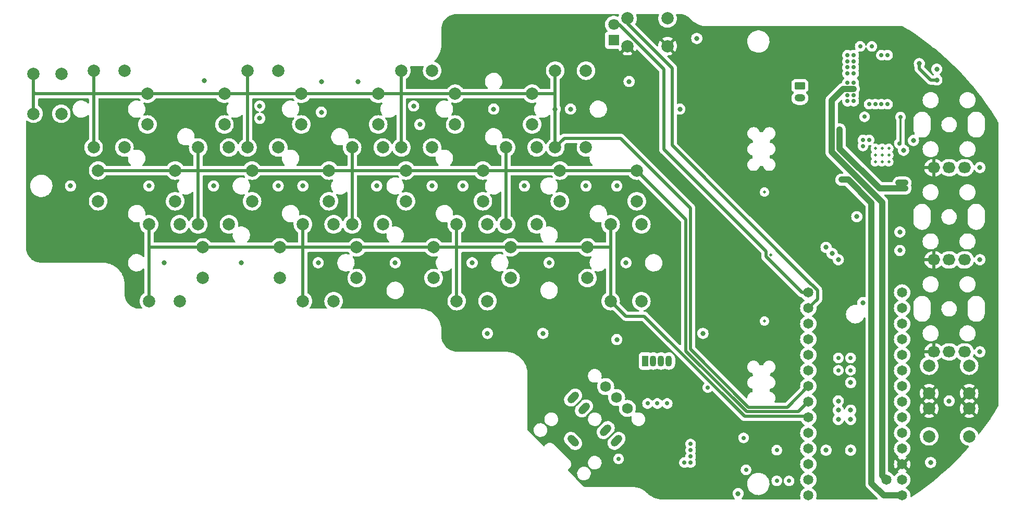
<source format=gbr>
%TF.GenerationSoftware,KiCad,Pcbnew,(6.0.10-0)*%
%TF.CreationDate,2025-02-20T17:08:05+01:00*%
%TF.ProjectId,MiniChord,4d696e69-4368-46f7-9264-2e6b69636164,rev?*%
%TF.SameCoordinates,Original*%
%TF.FileFunction,Copper,L2,Inr*%
%TF.FilePolarity,Positive*%
%FSLAX46Y46*%
G04 Gerber Fmt 4.6, Leading zero omitted, Abs format (unit mm)*
G04 Created by KiCad (PCBNEW (6.0.10-0)) date 2025-02-20 17:08:05*
%MOMM*%
%LPD*%
G01*
G04 APERTURE LIST*
G04 Aperture macros list*
%AMRoundRect*
0 Rectangle with rounded corners*
0 $1 Rounding radius*
0 $2 $3 $4 $5 $6 $7 $8 $9 X,Y pos of 4 corners*
0 Add a 4 corners polygon primitive as box body*
4,1,4,$2,$3,$4,$5,$6,$7,$8,$9,$2,$3,0*
0 Add four circle primitives for the rounded corners*
1,1,$1+$1,$2,$3*
1,1,$1+$1,$4,$5*
1,1,$1+$1,$6,$7*
1,1,$1+$1,$8,$9*
0 Add four rect primitives between the rounded corners*
20,1,$1+$1,$2,$3,$4,$5,0*
20,1,$1+$1,$4,$5,$6,$7,0*
20,1,$1+$1,$6,$7,$8,$9,0*
20,1,$1+$1,$8,$9,$2,$3,0*%
%AMHorizOval*
0 Thick line with rounded ends*
0 $1 width*
0 $2 $3 position (X,Y) of the first rounded end (center of the circle)*
0 $4 $5 position (X,Y) of the second rounded end (center of the circle)*
0 Add line between two ends*
20,1,$1,$2,$3,$4,$5,0*
0 Add two circle primitives to create the rounded ends*
1,1,$1,$2,$3*
1,1,$1,$4,$5*%
G04 Aperture macros list end*
%TA.AperFunction,ComponentPad*%
%ADD10C,2.000000*%
%TD*%
%TA.AperFunction,ComponentPad*%
%ADD11R,1.070000X1.800000*%
%TD*%
%TA.AperFunction,ComponentPad*%
%ADD12O,1.070000X1.800000*%
%TD*%
%TA.AperFunction,ComponentPad*%
%ADD13R,1.800000X1.800000*%
%TD*%
%TA.AperFunction,ComponentPad*%
%ADD14C,1.800000*%
%TD*%
%TA.AperFunction,ComponentPad*%
%ADD15O,2.050000X1.800000*%
%TD*%
%TA.AperFunction,ComponentPad*%
%ADD16C,0.500000*%
%TD*%
%TA.AperFunction,ComponentPad*%
%ADD17C,1.650000*%
%TD*%
%TA.AperFunction,ComponentPad*%
%ADD18C,1.750000*%
%TD*%
%TA.AperFunction,ComponentPad*%
%ADD19HorizOval,1.200000X-0.353553X-0.353553X0.353553X0.353553X0*%
%TD*%
%TA.AperFunction,ComponentPad*%
%ADD20HorizOval,1.200000X0.353553X-0.353553X-0.353553X0.353553X0*%
%TD*%
%TA.AperFunction,ComponentPad*%
%ADD21HorizOval,1.200000X0.353553X0.353553X-0.353553X-0.353553X0*%
%TD*%
%TA.AperFunction,ComponentPad*%
%ADD22RoundRect,0.250000X-0.625000X0.350000X-0.625000X-0.350000X0.625000X-0.350000X0.625000X0.350000X0*%
%TD*%
%TA.AperFunction,ComponentPad*%
%ADD23O,1.750000X1.200000*%
%TD*%
%TA.AperFunction,ViaPad*%
%ADD24C,0.800000*%
%TD*%
%TA.AperFunction,ViaPad*%
%ADD25C,0.700000*%
%TD*%
%TA.AperFunction,ViaPad*%
%ADD26C,0.500000*%
%TD*%
%TA.AperFunction,Conductor*%
%ADD27C,0.500000*%
%TD*%
%TA.AperFunction,Conductor*%
%ADD28C,1.000000*%
%TD*%
%TA.AperFunction,Conductor*%
%ADD29C,0.350000*%
%TD*%
G04 APERTURE END LIST*
D10*
%TO.N,Row 4*%
%TO.C,SW11*%
X75000000Y-91750000D03*
X75000000Y-104250000D03*
%TO.N,Read matrix 2*%
X70000000Y-91750000D03*
X70000000Y-104250000D03*
%TD*%
%TO.N,3.3V*%
%TO.C,SW26*%
X121250000Y-75250000D03*
X114750000Y-75250000D03*
%TO.N,Rythm*%
X121250000Y-70750000D03*
X114750000Y-70750000D03*
%TD*%
D11*
%TO.N,Net-(D2-Pad1)*%
%TO.C,D2*%
X117640000Y-126500000D03*
D12*
%TO.N,GND*%
X118910000Y-126500000D03*
%TO.N,Net-(D2-Pad3)*%
X120180000Y-126500000D03*
%TO.N,Net-(D2-Pad4)*%
X121450000Y-126500000D03*
%TD*%
D10*
%TO.N,Row 5*%
%TO.C,SW12*%
X91250000Y-100500000D03*
X78750000Y-100500000D03*
%TO.N,Read matrix 2*%
X91250000Y-95500000D03*
X78750000Y-95500000D03*
%TD*%
%TO.N,Row 1*%
%TO.C,SW15*%
X42000000Y-104250000D03*
X42000000Y-116750000D03*
%TO.N,Read matrix 3*%
X37000000Y-104250000D03*
X37000000Y-116750000D03*
%TD*%
%TO.N,Row 3*%
%TO.C,SW10*%
X66250000Y-100500000D03*
X53750000Y-100500000D03*
%TO.N,Read matrix 2*%
X66250000Y-95500000D03*
X53750000Y-95500000D03*
%TD*%
D13*
%TO.N,Net-(D1-Pad1)*%
%TO.C,D1*%
X112500000Y-74270000D03*
D14*
%TO.N,Rythm led*%
X112500000Y-71730000D03*
%TD*%
D10*
%TO.N,Row 7*%
%TO.C,SW21*%
X117000000Y-104250000D03*
X117000000Y-116750000D03*
%TO.N,Read matrix 3*%
X112000000Y-104250000D03*
X112000000Y-116750000D03*
%TD*%
%TO.N,Row 6*%
%TO.C,SW6*%
X99250000Y-88000000D03*
X86750000Y-88000000D03*
%TO.N,Read matrix 1*%
X99250000Y-83000000D03*
X86750000Y-83000000D03*
%TD*%
%TO.N,Row 7*%
%TO.C,SW14*%
X116250000Y-100500000D03*
X103750000Y-100500000D03*
%TO.N,Read matrix 2*%
X116250000Y-95500000D03*
X103750000Y-95500000D03*
%TD*%
%TO.N,Row 2*%
%TO.C,SW2*%
X49250000Y-88000000D03*
X36750000Y-88000000D03*
%TO.N,Read matrix 1*%
X49250000Y-83000000D03*
X36750000Y-83000000D03*
%TD*%
%TO.N,Row 3*%
%TO.C,SW17*%
X67000000Y-104250000D03*
X67000000Y-116750000D03*
%TO.N,Read matrix 3*%
X62000000Y-104250000D03*
X62000000Y-116750000D03*
%TD*%
D15*
%TO.N,3.3V*%
%TO.C,RV3*%
X164500000Y-95030000D03*
%TO.N,Chord*%
X167000000Y-95030000D03*
%TO.N,GND*%
X169500000Y-95030000D03*
%TD*%
D10*
%TO.N,Row 6*%
%TO.C,SW13*%
X100000000Y-91750000D03*
X100000000Y-104250000D03*
%TO.N,Read matrix 2*%
X95000000Y-91750000D03*
X95000000Y-104250000D03*
%TD*%
%TO.N,3.3V*%
%TO.C,SW24*%
X170250000Y-131750000D03*
X163750000Y-131750000D03*
%TO.N,Up pgm*%
X170250000Y-127250000D03*
X163750000Y-127250000D03*
%TD*%
%TO.N,Row 4*%
%TO.C,SW18*%
X83250000Y-113000000D03*
X70750000Y-113000000D03*
%TO.N,Read matrix 3*%
X83250000Y-108000000D03*
X70750000Y-108000000D03*
%TD*%
%TO.N,Row 2*%
%TO.C,SW16*%
X58250000Y-113000000D03*
X45750000Y-113000000D03*
%TO.N,Read matrix 3*%
X58250000Y-108000000D03*
X45750000Y-108000000D03*
%TD*%
%TO.N,Row 6*%
%TO.C,SW20*%
X108250000Y-113000000D03*
X95750000Y-113000000D03*
%TO.N,Read matrix 3*%
X108250000Y-108000000D03*
X95750000Y-108000000D03*
%TD*%
D15*
%TO.N,3.3V*%
%TO.C,RV2*%
X164500000Y-110030000D03*
%TO.N,Harp*%
X167000000Y-110030000D03*
%TO.N,GND*%
X169500000Y-110030000D03*
%TD*%
D10*
%TO.N,Row 4*%
%TO.C,SW4*%
X74250000Y-88000000D03*
X61750000Y-88000000D03*
%TO.N,Read matrix 1*%
X74250000Y-83000000D03*
X61750000Y-83000000D03*
%TD*%
%TO.N,Sharp*%
%TO.C,SW22*%
X22750000Y-79750000D03*
X22750000Y-86250000D03*
%TO.N,Read matrix 1*%
X18250000Y-79750000D03*
X18250000Y-86250000D03*
%TD*%
D16*
%TO.N,GND*%
%TO.C,U2*%
X156100000Y-94100000D03*
X157200000Y-93000000D03*
X157200000Y-91900000D03*
X156100000Y-91900000D03*
X157200000Y-94100000D03*
X155000000Y-94100000D03*
X155000000Y-93000000D03*
X156100000Y-93000000D03*
X155000000Y-91900000D03*
%TD*%
D10*
%TO.N,Row 5*%
%TO.C,SW5*%
X83000000Y-79250000D03*
X83000000Y-91750000D03*
%TO.N,Read matrix 1*%
X78000000Y-79250000D03*
X78000000Y-91750000D03*
%TD*%
%TO.N,Row 5*%
%TO.C,SW19*%
X92000000Y-104250000D03*
X92000000Y-116750000D03*
%TO.N,Read matrix 3*%
X87000000Y-104250000D03*
X87000000Y-116750000D03*
%TD*%
%TO.N,Row 2*%
%TO.C,SW9*%
X50000000Y-91750000D03*
X50000000Y-104250000D03*
%TO.N,Read matrix 2*%
X45000000Y-91750000D03*
X45000000Y-104250000D03*
%TD*%
D15*
%TO.N,3.3V*%
%TO.C,RV1*%
X164500000Y-125000000D03*
%TO.N,Mod*%
X167000000Y-125000000D03*
%TO.N,GND*%
X169500000Y-125000000D03*
%TD*%
D17*
%TO.N,GND*%
%TO.C,U1*%
X144130000Y-148375000D03*
%TO.N,R led*%
X144130000Y-145835000D03*
%TO.N,G led*%
X144130000Y-143295000D03*
%TO.N,B led*%
X144130000Y-140755000D03*
%TO.N,_Mute*%
X144130000Y-138215000D03*
%TO.N,Read matrix 3*%
X144130000Y-135675000D03*
%TO.N,Read matrix 2*%
X144130000Y-133135000D03*
%TO.N,Read matrix 1*%
X144130000Y-130595000D03*
%TO.N,DIN*%
X144130000Y-128055000D03*
%TO.N,Down pgm*%
X144130000Y-125515000D03*
%TO.N,Up pgm*%
X144130000Y-122975000D03*
%TO.N,LBO*%
X144130000Y-120435000D03*
%TO.N,Rythm*%
X144130000Y-117895000D03*
%TO.N,Rythm led*%
X144130000Y-115355000D03*
%TO.N,Data matrix*%
X159370000Y-115355000D03*
%TO.N,Storage clock*%
X159370000Y-117895000D03*
%TO.N,Shift clock*%
X159370000Y-120435000D03*
%TO.N,Chord*%
X159370000Y-122975000D03*
%TO.N,Harp*%
X159370000Y-125515000D03*
%TO.N,Net-(R9-Pad1)*%
X159370000Y-128055000D03*
%TO.N,Net-(R10-Pad1)*%
X159370000Y-130595000D03*
%TO.N,LRCK*%
X159370000Y-133135000D03*
%TO.N,BCK*%
X159370000Y-135675000D03*
%TO.N,Mod*%
X159370000Y-138215000D03*
%TO.N,SCK*%
X159370000Y-140755000D03*
%TO.N,3.3V*%
X159370000Y-143295000D03*
%TO.N,GND*%
X159370000Y-145835000D03*
%TO.N,5V*%
X159370000Y-148375000D03*
%TO.N,VUSB*%
X156830000Y-145835000D03*
%TD*%
D10*
%TO.N,Row 7*%
%TO.C,SW7*%
X108000000Y-79250000D03*
X108000000Y-91750000D03*
%TO.N,Read matrix 1*%
X103000000Y-79250000D03*
X103000000Y-91750000D03*
%TD*%
%TO.N,Row 3*%
%TO.C,SW3*%
X58000000Y-79250000D03*
X58000000Y-91750000D03*
%TO.N,Read matrix 1*%
X53000000Y-79250000D03*
X53000000Y-91750000D03*
%TD*%
D18*
%TO.N,VBAT*%
%TO.C,J2*%
X114738835Y-134196699D03*
%TO.N,EN*%
X112971068Y-132428932D03*
%TO.N,unconnected-(J2-PadI)*%
X111203301Y-130661165D03*
D19*
%TO.N,Net-(C16-Pad1)*%
X105900000Y-132428932D03*
%TO.N,unconnected-(J2-PadRs)*%
X107667767Y-134196699D03*
D20*
%TO.N,GND*%
X105900000Y-139500000D03*
D21*
%TO.N,Net-(C17-Pad1)*%
X112971068Y-139500000D03*
%TO.N,unconnected-(J2-PadTs)*%
X111203301Y-137732233D03*
%TD*%
D10*
%TO.N,Row 1*%
%TO.C,SW1*%
X33000000Y-79250000D03*
X33000000Y-91750000D03*
%TO.N,Read matrix 1*%
X28000000Y-79250000D03*
X28000000Y-91750000D03*
%TD*%
%TO.N,3.3V*%
%TO.C,SW25*%
X163750000Y-134250000D03*
X170250000Y-134250000D03*
%TO.N,Down pgm*%
X163750000Y-138750000D03*
X170250000Y-138750000D03*
%TD*%
%TO.N,Row 1*%
%TO.C,SW8*%
X41250000Y-100500000D03*
X28750000Y-100500000D03*
%TO.N,Read matrix 2*%
X41250000Y-95500000D03*
X28750000Y-95500000D03*
%TD*%
D22*
%TO.N,GND*%
%TO.C,J3*%
X142757500Y-81700000D03*
D23*
%TO.N,VBAT*%
X142757500Y-83700000D03*
%TD*%
D24*
%TO.N,Read matrix 1*%
X103000000Y-85500000D03*
%TO.N,3.3V*%
X127425000Y-89425000D03*
D25*
X121700000Y-110200000D03*
X119000000Y-135900000D03*
X119000000Y-100500000D03*
D24*
X127445000Y-81805000D03*
D26*
X139525000Y-113775000D03*
D25*
X127662500Y-136600000D03*
X118000000Y-73200000D03*
X124000000Y-128400000D03*
X160400000Y-86500000D03*
X112700000Y-83100000D03*
X123475000Y-141925000D03*
%TO.N,B led*%
X121200000Y-133400000D03*
%TO.N,G led*%
X119600000Y-133400000D03*
%TO.N,R led*%
X118000000Y-133400000D03*
%TO.N,VBAT*%
X151500000Y-78707500D03*
X150500000Y-79707500D03*
X159900000Y-98400000D03*
X151500000Y-77707500D03*
X150500000Y-78707500D03*
X149200000Y-88800000D03*
X151500000Y-79707500D03*
X150500000Y-76707500D03*
X151500000Y-76707500D03*
X152550000Y-75300000D03*
X159900000Y-97500000D03*
X158800000Y-97500000D03*
X150500000Y-77707500D03*
X158800000Y-98400000D03*
%TO.N,GND*%
X125000000Y-143000000D03*
D24*
X52000000Y-110500000D03*
X113000000Y-98000000D03*
X113000000Y-123000000D03*
X153000000Y-117000000D03*
X92000000Y-122000000D03*
X159000000Y-105500000D03*
X55000000Y-85000000D03*
X147000000Y-141000000D03*
X108000000Y-98000000D03*
X149000000Y-110000000D03*
D26*
X137000000Y-99000000D03*
D24*
X167000000Y-133000000D03*
X127000000Y-122000000D03*
X39500000Y-110500000D03*
X46000000Y-80900000D03*
D25*
X156000000Y-76707500D03*
D24*
X161200000Y-90600500D03*
X88000000Y-98000000D03*
X37000000Y-98000000D03*
D25*
X149000000Y-126000000D03*
D24*
X151000000Y-134500000D03*
D25*
X127800000Y-130800000D03*
D24*
X83000000Y-98000000D03*
X152000000Y-103000000D03*
D25*
X141000000Y-146000000D03*
D24*
X62000000Y-98000000D03*
D25*
X156000000Y-84707500D03*
X155000000Y-84707500D03*
X151000000Y-128000000D03*
D24*
X151000000Y-130000000D03*
X159000000Y-108500000D03*
X101000000Y-122000000D03*
X151000000Y-136000000D03*
X65000000Y-86000000D03*
D25*
X151000000Y-126000000D03*
D26*
X137000000Y-120000000D03*
X138000000Y-109200000D03*
D24*
X93000000Y-85500000D03*
X58000000Y-98000000D03*
X149000000Y-134500000D03*
D25*
X125000000Y-140000000D03*
D24*
X147000000Y-108000000D03*
X55000000Y-87000000D03*
X172000000Y-110000000D03*
D25*
X124000000Y-143000000D03*
X157000000Y-84707500D03*
D24*
X77000000Y-110500000D03*
X80000000Y-85000000D03*
D25*
X157000000Y-76707500D03*
D24*
X24250000Y-98000000D03*
X149000000Y-133000000D03*
X151000000Y-141000000D03*
X81000000Y-88000000D03*
X71000000Y-81000000D03*
D25*
X125000000Y-141000000D03*
D24*
X47500000Y-98000000D03*
D25*
X133600000Y-139000000D03*
X139000000Y-146000000D03*
X125000000Y-142000000D03*
D24*
X126000000Y-74000000D03*
X105500000Y-85500000D03*
D25*
X139000000Y-141000000D03*
D24*
X164000000Y-143000000D03*
X115000000Y-81000000D03*
D25*
X153250000Y-86750000D03*
D24*
X114500000Y-110500000D03*
X74000000Y-98000000D03*
D25*
X113300000Y-142400000D03*
D24*
X89500000Y-110500000D03*
D25*
X149000000Y-128000000D03*
D24*
X65000000Y-81000000D03*
X149000000Y-136000000D03*
X172000000Y-95000000D03*
X98000000Y-98000000D03*
X172000000Y-125000000D03*
D25*
X154450000Y-75300000D03*
D24*
X165000000Y-79000000D03*
X148000000Y-109000000D03*
X102000000Y-110500000D03*
X123250000Y-85500000D03*
X64500000Y-110500000D03*
D25*
X154000000Y-84707500D03*
%TO.N,VUSB*%
X151500000Y-84207500D03*
X151500000Y-81207500D03*
X150500000Y-83207500D03*
X150500000Y-82207500D03*
X150500000Y-84207500D03*
X151500000Y-82207500D03*
X150500000Y-81207500D03*
X151500000Y-83207500D03*
%TO.N,5V*%
X149500000Y-97000000D03*
X154000000Y-90500000D03*
X153000000Y-91500000D03*
X153000000Y-90500000D03*
%TO.N,LBO*%
X158900000Y-91100000D03*
X159100000Y-86800000D03*
D24*
%TO.N,EN*%
X159600000Y-92200000D03*
D25*
%TO.N,DIN*%
X134000000Y-144200000D03*
D24*
%TO.N,SCK*%
X132725000Y-148075000D03*
%TO.N,Net-(D3-Pad2)*%
X162155000Y-78095000D03*
X165000000Y-80750000D03*
%TD*%
D27*
%TO.N,Read matrix 1*%
X28000000Y-83000000D02*
X28000000Y-91750000D01*
X104500000Y-90250000D02*
X103000000Y-91750000D01*
X18250000Y-82750000D02*
X18250000Y-86250000D01*
X36750000Y-83000000D02*
X28000000Y-83000000D01*
X134400000Y-134000000D02*
X125000000Y-124600000D01*
X78000000Y-79250000D02*
X78000000Y-91750000D01*
X140725000Y-134000000D02*
X134400000Y-134000000D01*
X28000000Y-83000000D02*
X18500000Y-83000000D01*
X103000000Y-85500000D02*
X103000000Y-91750000D01*
X18250000Y-79750000D02*
X18250000Y-82750000D01*
X125000000Y-101600000D02*
X113650000Y-90250000D01*
X36750000Y-83000000D02*
X103000000Y-83000000D01*
X18500000Y-83000000D02*
X18250000Y-82750000D01*
X53000000Y-79250000D02*
X53000000Y-91750000D01*
X125000000Y-124600000D02*
X125000000Y-101600000D01*
X144130000Y-130595000D02*
X140725000Y-134000000D01*
X103000000Y-79250000D02*
X103000000Y-85500000D01*
X28000000Y-79250000D02*
X28000000Y-83000000D01*
X113650000Y-90250000D02*
X104500000Y-90250000D01*
%TO.N,Read matrix 2*%
X28750000Y-95500000D02*
X116250000Y-95500000D01*
X141035660Y-134750000D02*
X134089340Y-134750000D01*
X124200000Y-103450000D02*
X116250000Y-95500000D01*
X141050660Y-134735000D02*
X141035660Y-134750000D01*
X95000000Y-91750000D02*
X95000000Y-104250000D01*
X134089340Y-134750000D02*
X124200000Y-124860660D01*
X70000000Y-91750000D02*
X70000000Y-104250000D01*
X124200000Y-124860660D02*
X124200000Y-103450000D01*
X144130000Y-133135000D02*
X142530000Y-134735000D01*
X142530000Y-134735000D02*
X141050660Y-134735000D01*
X45000000Y-91750000D02*
X45000000Y-104250000D01*
%TO.N,Read matrix 3*%
X108250000Y-108000000D02*
X112000000Y-108000000D01*
X37000000Y-104250000D02*
X37000000Y-108000000D01*
X112000000Y-104250000D02*
X112000000Y-108000000D01*
X114450000Y-119200000D02*
X117478680Y-119200000D01*
X112000000Y-108000000D02*
X112000000Y-116750000D01*
X62000000Y-104250000D02*
X62000000Y-116750000D01*
X133778680Y-135500000D02*
X143955000Y-135500000D01*
X143955000Y-135500000D02*
X144130000Y-135675000D01*
X117478680Y-119200000D02*
X133778680Y-135500000D01*
X112000000Y-116750000D02*
X114450000Y-119200000D01*
X45750000Y-108000000D02*
X108250000Y-108000000D01*
X37000000Y-108000000D02*
X45750000Y-108000000D01*
X37000000Y-108000000D02*
X37000000Y-116750000D01*
X87000000Y-104250000D02*
X87000000Y-116750000D01*
%TO.N,Rythm led*%
X137250000Y-108650000D02*
X137250000Y-109510661D01*
X112500000Y-71730000D02*
X113351321Y-71730000D01*
X113351321Y-71730000D02*
X120621321Y-79000000D01*
X143094339Y-115355000D02*
X144130000Y-115355000D01*
X137250000Y-109510661D02*
X143094339Y-115355000D01*
X120621321Y-92021321D02*
X137250000Y-108650000D01*
X120621321Y-79000000D02*
X120621321Y-92021321D01*
%TO.N,Rythm*%
X122000000Y-78800000D02*
X122000000Y-91400000D01*
X114750000Y-71550000D02*
X122000000Y-78800000D01*
X145600000Y-116425000D02*
X144130000Y-117895000D01*
X144678833Y-114030000D02*
X145600000Y-114951167D01*
X122000000Y-91400000D02*
X144630000Y-114030000D01*
X145600000Y-114951167D02*
X145600000Y-116425000D01*
X144630000Y-114030000D02*
X144678833Y-114030000D01*
X114750000Y-70750000D02*
X114750000Y-71550000D01*
D28*
%TO.N,VBAT*%
X149200000Y-91922055D02*
X155677945Y-98400000D01*
X155677945Y-98400000D02*
X158800000Y-98400000D01*
X159900000Y-97500000D02*
X158800000Y-97500000D01*
X159900000Y-98400000D02*
X158800000Y-98400000D01*
X149200000Y-88800000D02*
X149200000Y-91922055D01*
%TO.N,VUSB*%
X147900000Y-92460533D02*
X147900000Y-84100000D01*
X156100000Y-100660533D02*
X147900000Y-92460533D01*
X149792500Y-82207500D02*
X151500000Y-82207500D01*
X147900000Y-84100000D02*
X149792500Y-82207500D01*
X156100000Y-145105000D02*
X156100000Y-100660533D01*
X156830000Y-145835000D02*
X156100000Y-145105000D01*
%TO.N,5V*%
X150600989Y-97000000D02*
X149500000Y-97000000D01*
X156375000Y-148375000D02*
X154400000Y-146400000D01*
X159370000Y-148375000D02*
X156375000Y-148375000D01*
X154400000Y-146400000D02*
X154400000Y-100799011D01*
X154400000Y-100799011D02*
X150600989Y-97000000D01*
D29*
%TO.N,LBO*%
X159100000Y-86800000D02*
X159100000Y-90900000D01*
X159100000Y-90900000D02*
X158900000Y-91100000D01*
D27*
%TO.N,Net-(D3-Pad2)*%
X162155000Y-78905000D02*
X164000000Y-80750000D01*
X164000000Y-80750000D02*
X165000000Y-80750000D01*
X162155000Y-78095000D02*
X162155000Y-78905000D01*
%TD*%
%TA.AperFunction,Conductor*%
%TO.N,3.3V*%
G36*
X119803899Y-70028502D02*
G01*
X119850392Y-70082158D01*
X119860496Y-70152432D01*
X119852187Y-70182717D01*
X119810895Y-70282406D01*
X119793431Y-70355150D01*
X119756703Y-70508133D01*
X119755465Y-70513289D01*
X119736835Y-70750000D01*
X119755465Y-70986711D01*
X119756619Y-70991518D01*
X119756620Y-70991524D01*
X119775252Y-71069132D01*
X119810895Y-71217594D01*
X119812788Y-71222165D01*
X119812789Y-71222167D01*
X119865364Y-71349094D01*
X119901760Y-71436963D01*
X119904346Y-71441183D01*
X120023241Y-71635202D01*
X120023245Y-71635208D01*
X120025824Y-71639416D01*
X120180031Y-71819969D01*
X120360584Y-71974176D01*
X120364792Y-71976755D01*
X120364798Y-71976759D01*
X120425128Y-72013729D01*
X120563037Y-72098240D01*
X120567607Y-72100133D01*
X120567611Y-72100135D01*
X120701739Y-72155692D01*
X120782406Y-72189105D01*
X120826467Y-72199683D01*
X121008476Y-72243380D01*
X121008482Y-72243381D01*
X121013289Y-72244535D01*
X121250000Y-72263165D01*
X121486711Y-72244535D01*
X121491518Y-72243381D01*
X121491524Y-72243380D01*
X121673533Y-72199683D01*
X121717594Y-72189105D01*
X121798261Y-72155692D01*
X121932389Y-72100135D01*
X121932393Y-72100133D01*
X121936963Y-72098240D01*
X122074872Y-72013729D01*
X122135202Y-71976759D01*
X122135208Y-71976755D01*
X122139416Y-71974176D01*
X122319969Y-71819969D01*
X122474176Y-71639416D01*
X122476755Y-71635208D01*
X122476759Y-71635202D01*
X122595654Y-71441183D01*
X122598240Y-71436963D01*
X122634637Y-71349094D01*
X122687211Y-71222167D01*
X122687212Y-71222165D01*
X122689105Y-71217594D01*
X122724748Y-71069132D01*
X122743380Y-70991524D01*
X122743381Y-70991518D01*
X122744535Y-70986711D01*
X122763165Y-70750000D01*
X122744535Y-70513289D01*
X122743298Y-70508133D01*
X122706569Y-70355150D01*
X122689105Y-70282406D01*
X122647813Y-70182717D01*
X122640224Y-70112128D01*
X122672003Y-70048641D01*
X122733062Y-70012414D01*
X122764222Y-70008500D01*
X123055773Y-70008500D01*
X123073140Y-70009703D01*
X123102042Y-70013725D01*
X123120531Y-70011002D01*
X123143559Y-70009745D01*
X123370204Y-70018157D01*
X123383572Y-70019368D01*
X123636384Y-70055943D01*
X123649546Y-70058570D01*
X123897031Y-70121830D01*
X123909824Y-70125838D01*
X124051682Y-70178721D01*
X124149176Y-70215066D01*
X124161485Y-70220418D01*
X124389983Y-70334600D01*
X124401652Y-70341230D01*
X124616720Y-70479079D01*
X124627592Y-70486895D01*
X124826779Y-70646843D01*
X124836777Y-70655788D01*
X124992284Y-70810598D01*
X125008789Y-70830851D01*
X125011131Y-70834427D01*
X125011135Y-70834432D01*
X125014501Y-70839571D01*
X125015284Y-70840240D01*
X125015851Y-70841097D01*
X125024300Y-70850381D01*
X125028091Y-70853435D01*
X125028096Y-70853439D01*
X125031150Y-70855899D01*
X125040248Y-70863981D01*
X125261427Y-71080471D01*
X125261434Y-71080477D01*
X125263476Y-71082476D01*
X125521825Y-71292912D01*
X125798254Y-71478961D01*
X125800755Y-71480332D01*
X125800756Y-71480332D01*
X126083392Y-71635202D01*
X126090469Y-71639080D01*
X126396044Y-71771939D01*
X126398758Y-71772835D01*
X126398765Y-71772838D01*
X126525518Y-71814700D01*
X126712443Y-71876435D01*
X127037039Y-71951700D01*
X127367138Y-71997111D01*
X127664666Y-72010679D01*
X127679827Y-72012294D01*
X127682649Y-72012769D01*
X127682653Y-72012769D01*
X127687448Y-72013576D01*
X127693793Y-72013653D01*
X127695140Y-72013670D01*
X127695143Y-72013670D01*
X127700000Y-72013729D01*
X127727624Y-72009773D01*
X127745486Y-72008500D01*
X159468689Y-72008500D01*
X159535290Y-72027541D01*
X160397966Y-72564719D01*
X160446795Y-72595124D01*
X160449696Y-72596986D01*
X160964322Y-72937374D01*
X161489419Y-73284688D01*
X161492275Y-73286634D01*
X162512728Y-74002585D01*
X162515530Y-74004609D01*
X163515965Y-74748282D01*
X163518710Y-74750382D01*
X163864994Y-75022851D01*
X164467647Y-75497041D01*
X164498343Y-75521194D01*
X164501020Y-75523360D01*
X164739714Y-75722012D01*
X165459183Y-76320787D01*
X165461809Y-76323034D01*
X166397726Y-77146429D01*
X166400290Y-77148748D01*
X167313283Y-77997517D01*
X167315781Y-77999905D01*
X167716339Y-78393312D01*
X168202827Y-78871115D01*
X168205094Y-78873342D01*
X168207515Y-78875785D01*
X169072641Y-79773393D01*
X169074964Y-79775872D01*
X169751542Y-80517533D01*
X169915083Y-80696806D01*
X169917377Y-80699391D01*
X170731903Y-81643002D01*
X170734126Y-81645649D01*
X170743498Y-81657128D01*
X171522510Y-82611302D01*
X171524613Y-82613952D01*
X172274792Y-83586067D01*
X172286222Y-83600878D01*
X172288286Y-83603631D01*
X173000470Y-84580796D01*
X173022482Y-84610998D01*
X173024476Y-84613813D01*
X173655323Y-85531226D01*
X173730792Y-85640978D01*
X173732700Y-85643835D01*
X174405887Y-86682749D01*
X174410600Y-86690023D01*
X174412425Y-86692928D01*
X174735739Y-87223218D01*
X174973081Y-87612501D01*
X174991500Y-87678092D01*
X174991500Y-133820942D01*
X174972895Y-133886838D01*
X174401600Y-134817907D01*
X174399777Y-134820789D01*
X173764697Y-135795038D01*
X173710103Y-135878788D01*
X173708183Y-135881647D01*
X172989873Y-136920376D01*
X172987876Y-136923181D01*
X172241453Y-137941886D01*
X172239380Y-137944636D01*
X171918076Y-138358906D01*
X171860522Y-138400476D01*
X171789630Y-138404330D01*
X171727908Y-138369246D01*
X171695993Y-138311097D01*
X171690262Y-138287223D01*
X171690260Y-138287217D01*
X171689105Y-138282406D01*
X171678153Y-138255965D01*
X171600135Y-138067611D01*
X171600133Y-138067607D01*
X171598240Y-138063037D01*
X171580238Y-138033660D01*
X171476759Y-137864798D01*
X171476755Y-137864792D01*
X171474176Y-137860584D01*
X171319969Y-137680031D01*
X171139416Y-137525824D01*
X171135208Y-137523245D01*
X171135202Y-137523241D01*
X170941183Y-137404346D01*
X170936963Y-137401760D01*
X170932393Y-137399867D01*
X170932389Y-137399865D01*
X170722167Y-137312789D01*
X170722165Y-137312788D01*
X170717594Y-137310895D01*
X170637391Y-137291640D01*
X170491524Y-137256620D01*
X170491518Y-137256619D01*
X170486711Y-137255465D01*
X170250000Y-137236835D01*
X170013289Y-137255465D01*
X170008482Y-137256619D01*
X170008476Y-137256620D01*
X169862609Y-137291640D01*
X169782406Y-137310895D01*
X169777835Y-137312788D01*
X169777833Y-137312789D01*
X169567611Y-137399865D01*
X169567607Y-137399867D01*
X169563037Y-137401760D01*
X169558817Y-137404346D01*
X169364798Y-137523241D01*
X169364792Y-137523245D01*
X169360584Y-137525824D01*
X169180031Y-137680031D01*
X169025824Y-137860584D01*
X169023245Y-137864792D01*
X169023241Y-137864798D01*
X168919762Y-138033660D01*
X168901760Y-138063037D01*
X168899867Y-138067607D01*
X168899865Y-138067611D01*
X168821847Y-138255965D01*
X168810895Y-138282406D01*
X168809326Y-138288943D01*
X168759058Y-138498325D01*
X168755465Y-138513289D01*
X168736835Y-138750000D01*
X168755465Y-138986711D01*
X168756619Y-138991518D01*
X168756620Y-138991524D01*
X168779959Y-139088735D01*
X168810895Y-139217594D01*
X168812788Y-139222165D01*
X168812789Y-139222167D01*
X168897743Y-139427264D01*
X168901760Y-139436963D01*
X168904346Y-139441183D01*
X169023241Y-139635202D01*
X169023245Y-139635208D01*
X169025824Y-139639416D01*
X169180031Y-139819969D01*
X169360584Y-139974176D01*
X169364792Y-139976755D01*
X169364798Y-139976759D01*
X169552038Y-140091500D01*
X169563037Y-140098240D01*
X169567607Y-140100133D01*
X169567611Y-140100135D01*
X169777833Y-140187211D01*
X169782406Y-140189105D01*
X169862609Y-140208360D01*
X170008476Y-140243380D01*
X170008482Y-140243381D01*
X170013289Y-140244535D01*
X170109974Y-140252144D01*
X170176314Y-140277429D01*
X170218454Y-140334567D01*
X170223013Y-140405417D01*
X170195283Y-140460301D01*
X169832697Y-140878456D01*
X169830406Y-140881027D01*
X168977264Y-141812236D01*
X168974903Y-141814743D01*
X168881653Y-141911102D01*
X168096626Y-142722298D01*
X168094252Y-142724684D01*
X167622982Y-143185754D01*
X167191499Y-143607897D01*
X167189005Y-143610271D01*
X166860911Y-143914167D01*
X166262477Y-144468464D01*
X166259966Y-144470727D01*
X165860945Y-144820551D01*
X165310286Y-145303316D01*
X165307666Y-145305550D01*
X164949607Y-145602556D01*
X164335624Y-146111847D01*
X164332993Y-146113969D01*
X163339237Y-146893435D01*
X163336534Y-146895495D01*
X162321894Y-147647476D01*
X162319151Y-147649452D01*
X161513759Y-148212919D01*
X161284287Y-148373462D01*
X161281438Y-148375397D01*
X160891096Y-148632891D01*
X160823219Y-148653705D01*
X160754865Y-148634518D01*
X160707734Y-148581421D01*
X160696194Y-148516732D01*
X160708115Y-148380475D01*
X160708594Y-148375000D01*
X160688258Y-148142556D01*
X160678515Y-148106195D01*
X160629290Y-147922484D01*
X160629289Y-147922482D01*
X160627867Y-147917174D01*
X160611377Y-147881811D01*
X160531582Y-147710690D01*
X160531579Y-147710685D01*
X160529256Y-147705703D01*
X160523667Y-147697721D01*
X160398581Y-147519079D01*
X160398579Y-147519076D01*
X160395422Y-147514568D01*
X160230432Y-147349578D01*
X160225924Y-147346421D01*
X160225921Y-147346419D01*
X160094875Y-147254660D01*
X160039297Y-147215744D01*
X160035293Y-147213877D01*
X159986531Y-147162736D01*
X159973095Y-147093023D01*
X159999482Y-147027112D01*
X160035188Y-146996172D01*
X160039297Y-146994256D01*
X160169596Y-146903020D01*
X160225921Y-146863581D01*
X160225924Y-146863579D01*
X160230432Y-146860422D01*
X160395422Y-146695432D01*
X160401350Y-146686967D01*
X160526099Y-146508806D01*
X160526102Y-146508801D01*
X160529256Y-146504297D01*
X160531579Y-146499315D01*
X160531582Y-146499310D01*
X160625544Y-146297808D01*
X160625545Y-146297806D01*
X160627867Y-146292826D01*
X160645404Y-146227379D01*
X160686834Y-146072759D01*
X160686834Y-146072757D01*
X160688258Y-146067444D01*
X160708594Y-145835000D01*
X160688258Y-145602556D01*
X160667752Y-145526026D01*
X160629290Y-145382484D01*
X160629289Y-145382482D01*
X160627867Y-145377174D01*
X160594468Y-145305550D01*
X160531582Y-145170690D01*
X160531579Y-145170685D01*
X160529256Y-145165703D01*
X160474794Y-145087923D01*
X160398581Y-144979079D01*
X160398579Y-144979076D01*
X160395422Y-144974568D01*
X160230432Y-144809578D01*
X160225924Y-144806421D01*
X160225921Y-144806419D01*
X160091506Y-144712301D01*
X160039297Y-144675744D01*
X160034887Y-144673688D01*
X159986030Y-144622449D01*
X159972593Y-144552735D01*
X159998979Y-144486824D01*
X160035019Y-144455594D01*
X160043551Y-144450668D01*
X160101000Y-144410441D01*
X160109375Y-144399964D01*
X160102307Y-144386517D01*
X159382812Y-143667022D01*
X159368868Y-143659408D01*
X159367035Y-143659539D01*
X159360420Y-143663790D01*
X158636972Y-144387238D01*
X158630542Y-144399013D01*
X158639838Y-144411028D01*
X158696449Y-144450668D01*
X158704981Y-144455594D01*
X158753973Y-144506979D01*
X158767406Y-144576693D01*
X158741017Y-144642603D01*
X158705175Y-144673659D01*
X158700703Y-144675744D01*
X158648494Y-144712301D01*
X158514079Y-144806419D01*
X158514076Y-144806421D01*
X158509568Y-144809578D01*
X158344578Y-144974568D01*
X158341421Y-144979076D01*
X158341419Y-144979079D01*
X158267793Y-145084228D01*
X158210744Y-145165703D01*
X158208877Y-145169707D01*
X158157736Y-145218469D01*
X158088023Y-145231905D01*
X158022112Y-145205518D01*
X157991172Y-145169812D01*
X157989256Y-145165703D01*
X157932207Y-145084228D01*
X157858581Y-144979079D01*
X157858579Y-144979076D01*
X157855422Y-144974568D01*
X157690432Y-144809578D01*
X157685924Y-144806421D01*
X157685921Y-144806419D01*
X157503806Y-144678901D01*
X157503801Y-144678898D01*
X157499297Y-144675744D01*
X157494315Y-144673421D01*
X157494310Y-144673418D01*
X157292808Y-144579456D01*
X157292806Y-144579455D01*
X157287826Y-144577133D01*
X157201888Y-144554106D01*
X157141266Y-144517154D01*
X157110244Y-144453293D01*
X157108500Y-144432399D01*
X157108500Y-143300475D01*
X158032387Y-143300475D01*
X158051758Y-143521877D01*
X158053661Y-143532672D01*
X158111182Y-143747344D01*
X158114928Y-143757636D01*
X158208852Y-143959059D01*
X158214335Y-143968554D01*
X158254559Y-144026000D01*
X158265036Y-144034375D01*
X158278483Y-144027307D01*
X158997978Y-143307812D01*
X159004356Y-143296132D01*
X159734408Y-143296132D01*
X159734539Y-143297965D01*
X159738790Y-143304580D01*
X160462238Y-144028028D01*
X160474013Y-144034458D01*
X160486028Y-144025162D01*
X160525665Y-143968554D01*
X160531148Y-143959059D01*
X160625072Y-143757636D01*
X160628818Y-143747344D01*
X160686339Y-143532672D01*
X160688242Y-143521877D01*
X160707613Y-143300475D01*
X160707613Y-143289525D01*
X160688242Y-143068123D01*
X160686339Y-143057328D01*
X160670978Y-143000000D01*
X163086496Y-143000000D01*
X163106458Y-143189928D01*
X163165473Y-143371556D01*
X163168776Y-143377278D01*
X163168777Y-143377279D01*
X163177412Y-143392235D01*
X163260960Y-143536944D01*
X163265378Y-143541851D01*
X163265379Y-143541852D01*
X163378083Y-143667022D01*
X163388747Y-143678866D01*
X163433716Y-143711538D01*
X163510448Y-143767287D01*
X163543248Y-143791118D01*
X163549276Y-143793802D01*
X163549278Y-143793803D01*
X163711681Y-143866109D01*
X163717712Y-143868794D01*
X163811112Y-143888647D01*
X163898056Y-143907128D01*
X163898061Y-143907128D01*
X163904513Y-143908500D01*
X164095487Y-143908500D01*
X164101939Y-143907128D01*
X164101944Y-143907128D01*
X164188888Y-143888647D01*
X164282288Y-143868794D01*
X164288319Y-143866109D01*
X164450722Y-143793803D01*
X164450724Y-143793802D01*
X164456752Y-143791118D01*
X164489553Y-143767287D01*
X164566284Y-143711538D01*
X164611253Y-143678866D01*
X164621917Y-143667022D01*
X164734621Y-143541852D01*
X164734622Y-143541851D01*
X164739040Y-143536944D01*
X164822588Y-143392235D01*
X164831223Y-143377279D01*
X164831224Y-143377278D01*
X164834527Y-143371556D01*
X164893542Y-143189928D01*
X164913504Y-143000000D01*
X164906195Y-142930461D01*
X164894232Y-142816635D01*
X164894232Y-142816633D01*
X164893542Y-142810072D01*
X164834527Y-142628444D01*
X164809340Y-142584818D01*
X164768290Y-142513719D01*
X164739040Y-142463056D01*
X164709881Y-142430671D01*
X164615675Y-142326045D01*
X164615674Y-142326044D01*
X164611253Y-142321134D01*
X164456752Y-142208882D01*
X164450724Y-142206198D01*
X164450722Y-142206197D01*
X164288319Y-142133891D01*
X164288318Y-142133891D01*
X164282288Y-142131206D01*
X164188887Y-142111353D01*
X164101944Y-142092872D01*
X164101939Y-142092872D01*
X164095487Y-142091500D01*
X163904513Y-142091500D01*
X163898061Y-142092872D01*
X163898056Y-142092872D01*
X163811113Y-142111353D01*
X163717712Y-142131206D01*
X163711682Y-142133891D01*
X163711681Y-142133891D01*
X163549278Y-142206197D01*
X163549276Y-142206198D01*
X163543248Y-142208882D01*
X163388747Y-142321134D01*
X163384326Y-142326044D01*
X163384325Y-142326045D01*
X163290120Y-142430671D01*
X163260960Y-142463056D01*
X163231710Y-142513719D01*
X163190661Y-142584818D01*
X163165473Y-142628444D01*
X163106458Y-142810072D01*
X163105768Y-142816633D01*
X163105768Y-142816635D01*
X163093805Y-142930461D01*
X163086496Y-143000000D01*
X160670978Y-143000000D01*
X160628818Y-142842656D01*
X160625072Y-142832364D01*
X160531148Y-142630941D01*
X160525665Y-142621446D01*
X160485441Y-142564000D01*
X160474964Y-142555625D01*
X160461517Y-142562693D01*
X159742022Y-143282188D01*
X159734408Y-143296132D01*
X159004356Y-143296132D01*
X159005592Y-143293868D01*
X159005461Y-143292035D01*
X159001210Y-143285420D01*
X158277762Y-142561972D01*
X158265987Y-142555542D01*
X158253972Y-142564838D01*
X158214335Y-142621446D01*
X158208852Y-142630941D01*
X158114928Y-142832364D01*
X158111182Y-142842656D01*
X158053661Y-143057328D01*
X158051758Y-143068123D01*
X158032387Y-143289525D01*
X158032387Y-143300475D01*
X157108500Y-143300475D01*
X157108500Y-140755000D01*
X158031406Y-140755000D01*
X158051742Y-140987444D01*
X158053166Y-140992757D01*
X158053166Y-140992759D01*
X158107680Y-141196206D01*
X158112133Y-141212826D01*
X158114455Y-141217806D01*
X158114456Y-141217808D01*
X158208418Y-141419310D01*
X158208421Y-141419315D01*
X158210744Y-141424297D01*
X158213900Y-141428804D01*
X158213901Y-141428806D01*
X158338166Y-141606274D01*
X158344578Y-141615432D01*
X158509568Y-141780422D01*
X158514076Y-141783579D01*
X158514079Y-141783581D01*
X158563656Y-141818295D01*
X158700703Y-141914256D01*
X158705113Y-141916312D01*
X158753970Y-141967551D01*
X158767407Y-142037265D01*
X158741021Y-142103176D01*
X158704981Y-142134406D01*
X158696449Y-142139332D01*
X158639000Y-142179559D01*
X158630625Y-142190036D01*
X158637693Y-142203483D01*
X159357188Y-142922978D01*
X159371132Y-142930592D01*
X159372965Y-142930461D01*
X159379580Y-142926210D01*
X160103028Y-142202762D01*
X160109458Y-142190987D01*
X160100162Y-142178972D01*
X160043551Y-142139332D01*
X160035019Y-142134406D01*
X159986027Y-142083021D01*
X159972594Y-142013307D01*
X159998983Y-141947397D01*
X160034825Y-141916341D01*
X160039297Y-141914256D01*
X160176344Y-141818295D01*
X160225921Y-141783581D01*
X160225924Y-141783579D01*
X160230432Y-141780422D01*
X160395422Y-141615432D01*
X160401835Y-141606274D01*
X160526099Y-141428806D01*
X160526100Y-141428804D01*
X160529256Y-141424297D01*
X160531579Y-141419315D01*
X160531582Y-141419310D01*
X160625544Y-141217808D01*
X160625545Y-141217806D01*
X160627867Y-141212826D01*
X160632321Y-141196206D01*
X160686834Y-140992759D01*
X160686834Y-140992757D01*
X160688258Y-140987444D01*
X160708594Y-140755000D01*
X160688258Y-140522556D01*
X160686777Y-140517029D01*
X160629290Y-140302484D01*
X160629289Y-140302482D01*
X160627867Y-140297174D01*
X160612008Y-140263165D01*
X160531582Y-140090690D01*
X160531579Y-140090685D01*
X160529256Y-140085703D01*
X160526099Y-140081194D01*
X160398581Y-139899079D01*
X160398579Y-139899076D01*
X160395422Y-139894568D01*
X160230432Y-139729578D01*
X160225924Y-139726421D01*
X160225921Y-139726419D01*
X160077194Y-139622280D01*
X160039297Y-139595744D01*
X160035293Y-139593877D01*
X159986531Y-139542736D01*
X159973095Y-139473023D01*
X159999482Y-139407112D01*
X160035188Y-139376172D01*
X160039297Y-139374256D01*
X160170728Y-139282227D01*
X160225921Y-139243581D01*
X160225924Y-139243579D01*
X160230432Y-139240422D01*
X160395422Y-139075432D01*
X160398601Y-139070893D01*
X160526099Y-138888806D01*
X160526100Y-138888804D01*
X160529256Y-138884297D01*
X160531579Y-138879315D01*
X160531582Y-138879310D01*
X160591880Y-138750000D01*
X162236835Y-138750000D01*
X162255465Y-138986711D01*
X162256619Y-138991518D01*
X162256620Y-138991524D01*
X162279959Y-139088735D01*
X162310895Y-139217594D01*
X162312788Y-139222165D01*
X162312789Y-139222167D01*
X162397743Y-139427264D01*
X162401760Y-139436963D01*
X162404346Y-139441183D01*
X162523241Y-139635202D01*
X162523245Y-139635208D01*
X162525824Y-139639416D01*
X162680031Y-139819969D01*
X162860584Y-139974176D01*
X162864792Y-139976755D01*
X162864798Y-139976759D01*
X163052038Y-140091500D01*
X163063037Y-140098240D01*
X163067607Y-140100133D01*
X163067611Y-140100135D01*
X163277833Y-140187211D01*
X163282406Y-140189105D01*
X163362609Y-140208360D01*
X163508476Y-140243380D01*
X163508482Y-140243381D01*
X163513289Y-140244535D01*
X163750000Y-140263165D01*
X163986711Y-140244535D01*
X163991518Y-140243381D01*
X163991524Y-140243380D01*
X164137391Y-140208360D01*
X164217594Y-140189105D01*
X164222167Y-140187211D01*
X164432389Y-140100135D01*
X164432393Y-140100133D01*
X164436963Y-140098240D01*
X164447962Y-140091500D01*
X164635202Y-139976759D01*
X164635208Y-139976755D01*
X164639416Y-139974176D01*
X164819969Y-139819969D01*
X164974176Y-139639416D01*
X164976755Y-139635208D01*
X164976759Y-139635202D01*
X165095654Y-139441183D01*
X165098240Y-139436963D01*
X165102258Y-139427264D01*
X165187211Y-139222167D01*
X165187212Y-139222165D01*
X165189105Y-139217594D01*
X165220041Y-139088735D01*
X165243380Y-138991524D01*
X165243381Y-138991518D01*
X165244535Y-138986711D01*
X165263165Y-138750000D01*
X165244535Y-138513289D01*
X165240943Y-138498325D01*
X165190674Y-138288943D01*
X165189105Y-138282406D01*
X165178153Y-138255965D01*
X165100135Y-138067611D01*
X165100133Y-138067607D01*
X165098240Y-138063037D01*
X165080238Y-138033660D01*
X164976759Y-137864798D01*
X164976755Y-137864792D01*
X164974176Y-137860584D01*
X164819969Y-137680031D01*
X164639416Y-137525824D01*
X164635208Y-137523245D01*
X164635202Y-137523241D01*
X164441183Y-137404346D01*
X164436963Y-137401760D01*
X164432393Y-137399867D01*
X164432389Y-137399865D01*
X164222167Y-137312789D01*
X164222165Y-137312788D01*
X164217594Y-137310895D01*
X164137391Y-137291640D01*
X163991524Y-137256620D01*
X163991518Y-137256619D01*
X163986711Y-137255465D01*
X163750000Y-137236835D01*
X163513289Y-137255465D01*
X163508482Y-137256619D01*
X163508476Y-137256620D01*
X163362609Y-137291640D01*
X163282406Y-137310895D01*
X163277835Y-137312788D01*
X163277833Y-137312789D01*
X163067611Y-137399865D01*
X163067607Y-137399867D01*
X163063037Y-137401760D01*
X163058817Y-137404346D01*
X162864798Y-137523241D01*
X162864792Y-137523245D01*
X162860584Y-137525824D01*
X162680031Y-137680031D01*
X162525824Y-137860584D01*
X162523245Y-137864792D01*
X162523241Y-137864798D01*
X162419762Y-138033660D01*
X162401760Y-138063037D01*
X162399867Y-138067607D01*
X162399865Y-138067611D01*
X162321847Y-138255965D01*
X162310895Y-138282406D01*
X162309326Y-138288943D01*
X162259058Y-138498325D01*
X162255465Y-138513289D01*
X162236835Y-138750000D01*
X160591880Y-138750000D01*
X160625544Y-138677808D01*
X160625545Y-138677806D01*
X160627867Y-138672826D01*
X160630154Y-138664293D01*
X160686834Y-138452759D01*
X160686834Y-138452757D01*
X160688258Y-138447444D01*
X160708594Y-138215000D01*
X160688258Y-137982556D01*
X160686834Y-137977241D01*
X160629290Y-137762484D01*
X160629289Y-137762482D01*
X160627867Y-137757174D01*
X160593646Y-137683787D01*
X160531582Y-137550690D01*
X160531579Y-137550685D01*
X160529256Y-137545703D01*
X160470290Y-137461491D01*
X160398581Y-137359079D01*
X160398579Y-137359076D01*
X160395422Y-137354568D01*
X160230432Y-137189578D01*
X160225924Y-137186421D01*
X160225921Y-137186419D01*
X160081930Y-137085596D01*
X160039297Y-137055744D01*
X160035293Y-137053877D01*
X159986531Y-137002736D01*
X159973095Y-136933023D01*
X159999482Y-136867112D01*
X160035188Y-136836172D01*
X160039297Y-136834256D01*
X160171952Y-136741370D01*
X160225921Y-136703581D01*
X160225924Y-136703579D01*
X160230432Y-136700422D01*
X160395422Y-136535432D01*
X160405405Y-136521176D01*
X160526099Y-136348806D01*
X160526100Y-136348804D01*
X160529256Y-136344297D01*
X160531579Y-136339315D01*
X160531582Y-136339310D01*
X160625544Y-136137808D01*
X160625545Y-136137806D01*
X160627867Y-136132826D01*
X160647825Y-136058344D01*
X160686834Y-135912759D01*
X160686834Y-135912757D01*
X160688258Y-135907444D01*
X160708594Y-135675000D01*
X160691767Y-135482670D01*
X162882160Y-135482670D01*
X162887887Y-135490320D01*
X163059042Y-135595205D01*
X163067837Y-135599687D01*
X163277988Y-135686734D01*
X163287373Y-135689783D01*
X163508554Y-135742885D01*
X163518301Y-135744428D01*
X163745070Y-135762275D01*
X163754930Y-135762275D01*
X163981699Y-135744428D01*
X163991446Y-135742885D01*
X164212627Y-135689783D01*
X164222012Y-135686734D01*
X164432163Y-135599687D01*
X164440958Y-135595205D01*
X164608445Y-135492568D01*
X164617400Y-135482670D01*
X169382160Y-135482670D01*
X169387887Y-135490320D01*
X169559042Y-135595205D01*
X169567837Y-135599687D01*
X169777988Y-135686734D01*
X169787373Y-135689783D01*
X170008554Y-135742885D01*
X170018301Y-135744428D01*
X170245070Y-135762275D01*
X170254930Y-135762275D01*
X170481699Y-135744428D01*
X170491446Y-135742885D01*
X170712627Y-135689783D01*
X170722012Y-135686734D01*
X170932163Y-135599687D01*
X170940958Y-135595205D01*
X171108445Y-135492568D01*
X171117907Y-135482110D01*
X171114124Y-135473334D01*
X170262812Y-134622022D01*
X170248868Y-134614408D01*
X170247035Y-134614539D01*
X170240420Y-134618790D01*
X169388920Y-135470290D01*
X169382160Y-135482670D01*
X164617400Y-135482670D01*
X164617907Y-135482110D01*
X164614124Y-135473334D01*
X163762812Y-134622022D01*
X163748868Y-134614408D01*
X163747035Y-134614539D01*
X163740420Y-134618790D01*
X162888920Y-135470290D01*
X162882160Y-135482670D01*
X160691767Y-135482670D01*
X160688258Y-135442556D01*
X160680830Y-135414834D01*
X160629290Y-135222484D01*
X160629289Y-135222482D01*
X160627867Y-135217174D01*
X160603860Y-135165690D01*
X160531582Y-135010690D01*
X160531579Y-135010685D01*
X160529256Y-135005703D01*
X160508350Y-134975846D01*
X160398581Y-134819079D01*
X160398579Y-134819076D01*
X160395422Y-134814568D01*
X160230432Y-134649578D01*
X160225924Y-134646421D01*
X160225921Y-134646419D01*
X160043801Y-134518898D01*
X160039297Y-134515744D01*
X160035293Y-134513877D01*
X159986531Y-134462736D01*
X159973095Y-134393023D01*
X159999482Y-134327112D01*
X160035188Y-134296172D01*
X160039297Y-134294256D01*
X160095461Y-134254930D01*
X162237725Y-134254930D01*
X162255572Y-134481699D01*
X162257115Y-134491446D01*
X162310217Y-134712627D01*
X162313266Y-134722012D01*
X162400313Y-134932163D01*
X162404795Y-134940958D01*
X162507432Y-135108445D01*
X162517890Y-135117907D01*
X162526666Y-135114124D01*
X163377978Y-134262812D01*
X163384356Y-134251132D01*
X164114408Y-134251132D01*
X164114539Y-134252965D01*
X164118790Y-134259580D01*
X164970290Y-135111080D01*
X164982670Y-135117840D01*
X164990320Y-135112113D01*
X165095205Y-134940958D01*
X165099687Y-134932163D01*
X165186734Y-134722012D01*
X165189783Y-134712627D01*
X165242885Y-134491446D01*
X165244428Y-134481699D01*
X165262275Y-134254930D01*
X168737725Y-134254930D01*
X168755572Y-134481699D01*
X168757115Y-134491446D01*
X168810217Y-134712627D01*
X168813266Y-134722012D01*
X168900313Y-134932163D01*
X168904795Y-134940958D01*
X169007432Y-135108445D01*
X169017890Y-135117907D01*
X169026666Y-135114124D01*
X169877978Y-134262812D01*
X169884356Y-134251132D01*
X170614408Y-134251132D01*
X170614539Y-134252965D01*
X170618790Y-134259580D01*
X171470290Y-135111080D01*
X171482670Y-135117840D01*
X171490320Y-135112113D01*
X171595205Y-134940958D01*
X171599687Y-134932163D01*
X171686734Y-134722012D01*
X171689783Y-134712627D01*
X171742885Y-134491446D01*
X171744428Y-134481699D01*
X171762275Y-134254930D01*
X171762275Y-134245070D01*
X171744428Y-134018301D01*
X171742885Y-134008554D01*
X171689783Y-133787373D01*
X171686734Y-133777988D01*
X171599687Y-133567837D01*
X171595205Y-133559042D01*
X171492568Y-133391555D01*
X171482110Y-133382093D01*
X171473334Y-133385876D01*
X170622022Y-134237188D01*
X170614408Y-134251132D01*
X169884356Y-134251132D01*
X169885592Y-134248868D01*
X169885461Y-134247035D01*
X169881210Y-134240420D01*
X169029710Y-133388920D01*
X169017330Y-133382160D01*
X169009680Y-133387887D01*
X168904795Y-133559042D01*
X168900313Y-133567837D01*
X168813266Y-133777988D01*
X168810217Y-133787373D01*
X168757115Y-134008554D01*
X168755572Y-134018301D01*
X168737725Y-134245070D01*
X168737725Y-134254930D01*
X165262275Y-134254930D01*
X165262275Y-134245070D01*
X165244428Y-134018301D01*
X165242885Y-134008554D01*
X165189783Y-133787373D01*
X165186734Y-133777988D01*
X165099687Y-133567837D01*
X165095205Y-133559042D01*
X164992568Y-133391555D01*
X164982110Y-133382093D01*
X164973334Y-133385876D01*
X164122022Y-134237188D01*
X164114408Y-134251132D01*
X163384356Y-134251132D01*
X163385592Y-134248868D01*
X163385461Y-134247035D01*
X163381210Y-134240420D01*
X162529710Y-133388920D01*
X162517330Y-133382160D01*
X162509680Y-133387887D01*
X162404795Y-133559042D01*
X162400313Y-133567837D01*
X162313266Y-133777988D01*
X162310217Y-133787373D01*
X162257115Y-134008554D01*
X162255572Y-134018301D01*
X162237725Y-134245070D01*
X162237725Y-134254930D01*
X160095461Y-134254930D01*
X160165500Y-134205888D01*
X160225921Y-134163581D01*
X160225924Y-134163579D01*
X160230432Y-134160422D01*
X160395422Y-133995432D01*
X160403837Y-133983415D01*
X160526099Y-133808806D01*
X160526100Y-133808804D01*
X160529256Y-133804297D01*
X160531579Y-133799315D01*
X160531582Y-133799310D01*
X160625544Y-133597808D01*
X160625545Y-133597806D01*
X160627867Y-133592826D01*
X160631445Y-133579475D01*
X160686834Y-133372759D01*
X160686834Y-133372757D01*
X160688258Y-133367444D01*
X160708594Y-133135000D01*
X160698087Y-133014903D01*
X162880806Y-133014903D01*
X162885877Y-133026667D01*
X163737188Y-133877978D01*
X163751132Y-133885592D01*
X163752965Y-133885461D01*
X163759580Y-133881210D01*
X164611080Y-133029710D01*
X164618695Y-133015765D01*
X164618134Y-133007925D01*
X164618502Y-133000000D01*
X166086496Y-133000000D01*
X166087186Y-133006565D01*
X166105282Y-133178736D01*
X166106458Y-133189928D01*
X166165473Y-133371556D01*
X166168776Y-133377278D01*
X166168777Y-133377279D01*
X166171595Y-133382160D01*
X166260960Y-133536944D01*
X166265378Y-133541851D01*
X166265379Y-133541852D01*
X166384325Y-133673955D01*
X166388747Y-133678866D01*
X166435402Y-133712763D01*
X166535425Y-133785434D01*
X166543248Y-133791118D01*
X166549276Y-133793802D01*
X166549278Y-133793803D01*
X166707784Y-133864374D01*
X166717712Y-133868794D01*
X166796124Y-133885461D01*
X166898056Y-133907128D01*
X166898061Y-133907128D01*
X166904513Y-133908500D01*
X167095487Y-133908500D01*
X167101939Y-133907128D01*
X167101944Y-133907128D01*
X167203876Y-133885461D01*
X167282288Y-133868794D01*
X167292216Y-133864374D01*
X167450722Y-133793803D01*
X167450724Y-133793802D01*
X167456752Y-133791118D01*
X167464576Y-133785434D01*
X167564598Y-133712763D01*
X167611253Y-133678866D01*
X167615675Y-133673955D01*
X167734621Y-133541852D01*
X167734622Y-133541851D01*
X167739040Y-133536944D01*
X167828405Y-133382160D01*
X167831223Y-133377279D01*
X167831224Y-133377278D01*
X167834527Y-133371556D01*
X167893542Y-133189928D01*
X167894719Y-133178736D01*
X167911938Y-133014903D01*
X169380806Y-133014903D01*
X169385877Y-133026667D01*
X170237188Y-133877978D01*
X170251132Y-133885592D01*
X170252965Y-133885461D01*
X170259580Y-133881210D01*
X171111080Y-133029710D01*
X171118695Y-133015765D01*
X171118134Y-133007925D01*
X171119194Y-132985097D01*
X171114123Y-132973333D01*
X170262812Y-132122022D01*
X170248868Y-132114408D01*
X170247035Y-132114539D01*
X170240420Y-132118790D01*
X169388920Y-132970290D01*
X169381305Y-132984235D01*
X169381866Y-132992075D01*
X169380806Y-133014903D01*
X167911938Y-133014903D01*
X167912814Y-133006565D01*
X167913504Y-133000000D01*
X167908200Y-132949534D01*
X167894232Y-132816635D01*
X167894232Y-132816633D01*
X167893542Y-132810072D01*
X167834527Y-132628444D01*
X167828444Y-132617907D01*
X167783210Y-132539561D01*
X167739040Y-132463056D01*
X167635650Y-132348229D01*
X167615675Y-132326045D01*
X167615674Y-132326044D01*
X167611253Y-132321134D01*
X167456752Y-132208882D01*
X167450724Y-132206198D01*
X167450722Y-132206197D01*
X167288319Y-132133891D01*
X167288318Y-132133891D01*
X167282288Y-132131206D01*
X167175621Y-132108533D01*
X167101944Y-132092872D01*
X167101939Y-132092872D01*
X167095487Y-132091500D01*
X166904513Y-132091500D01*
X166898061Y-132092872D01*
X166898056Y-132092872D01*
X166824379Y-132108533D01*
X166717712Y-132131206D01*
X166711682Y-132133891D01*
X166711681Y-132133891D01*
X166549278Y-132206197D01*
X166549276Y-132206198D01*
X166543248Y-132208882D01*
X166388747Y-132321134D01*
X166384326Y-132326044D01*
X166384325Y-132326045D01*
X166364351Y-132348229D01*
X166260960Y-132463056D01*
X166216790Y-132539561D01*
X166171557Y-132617907D01*
X166165473Y-132628444D01*
X166106458Y-132810072D01*
X166105768Y-132816633D01*
X166105768Y-132816635D01*
X166091800Y-132949534D01*
X166086496Y-133000000D01*
X164618502Y-133000000D01*
X164619194Y-132985097D01*
X164614123Y-132973333D01*
X163762812Y-132122022D01*
X163748868Y-132114408D01*
X163747035Y-132114539D01*
X163740420Y-132118790D01*
X162888920Y-132970290D01*
X162881305Y-132984235D01*
X162881866Y-132992075D01*
X162880806Y-133014903D01*
X160698087Y-133014903D01*
X160688258Y-132902556D01*
X160673872Y-132848867D01*
X160629290Y-132682484D01*
X160629289Y-132682482D01*
X160627867Y-132677174D01*
X160615073Y-132649737D01*
X160531582Y-132470690D01*
X160531579Y-132470685D01*
X160529256Y-132465703D01*
X160523966Y-132458148D01*
X160398581Y-132279079D01*
X160398579Y-132279076D01*
X160395422Y-132274568D01*
X160230432Y-132109578D01*
X160225924Y-132106421D01*
X160225921Y-132106419D01*
X160101174Y-132019071D01*
X160039297Y-131975744D01*
X160035293Y-131973877D01*
X159986531Y-131922736D01*
X159973095Y-131853023D01*
X159999482Y-131787112D01*
X160035188Y-131756172D01*
X160037852Y-131754930D01*
X162237725Y-131754930D01*
X162255572Y-131981699D01*
X162257115Y-131991446D01*
X162310217Y-132212627D01*
X162313266Y-132222012D01*
X162400313Y-132432163D01*
X162404795Y-132440958D01*
X162507432Y-132608445D01*
X162517890Y-132617907D01*
X162526666Y-132614124D01*
X163377978Y-131762812D01*
X163384356Y-131751132D01*
X164114408Y-131751132D01*
X164114539Y-131752965D01*
X164118790Y-131759580D01*
X164970290Y-132611080D01*
X164982670Y-132617840D01*
X164990320Y-132612113D01*
X165095205Y-132440958D01*
X165099687Y-132432163D01*
X165186734Y-132222012D01*
X165189783Y-132212627D01*
X165242885Y-131991446D01*
X165244428Y-131981699D01*
X165262275Y-131754930D01*
X168737725Y-131754930D01*
X168755572Y-131981699D01*
X168757115Y-131991446D01*
X168810217Y-132212627D01*
X168813266Y-132222012D01*
X168900313Y-132432163D01*
X168904795Y-132440958D01*
X169007432Y-132608445D01*
X169017890Y-132617907D01*
X169026666Y-132614124D01*
X169877978Y-131762812D01*
X169884356Y-131751132D01*
X170614408Y-131751132D01*
X170614539Y-131752965D01*
X170618790Y-131759580D01*
X171470290Y-132611080D01*
X171482670Y-132617840D01*
X171490320Y-132612113D01*
X171595205Y-132440958D01*
X171599687Y-132432163D01*
X171686734Y-132222012D01*
X171689783Y-132212627D01*
X171742885Y-131991446D01*
X171744428Y-131981699D01*
X171762275Y-131754930D01*
X171762275Y-131745070D01*
X171744428Y-131518301D01*
X171742885Y-131508554D01*
X171689783Y-131287373D01*
X171686734Y-131277988D01*
X171599687Y-131067837D01*
X171595205Y-131059042D01*
X171492568Y-130891555D01*
X171482110Y-130882093D01*
X171473334Y-130885876D01*
X170622022Y-131737188D01*
X170614408Y-131751132D01*
X169884356Y-131751132D01*
X169885592Y-131748868D01*
X169885461Y-131747035D01*
X169881210Y-131740420D01*
X169029710Y-130888920D01*
X169017330Y-130882160D01*
X169009680Y-130887887D01*
X168904795Y-131059042D01*
X168900313Y-131067837D01*
X168813266Y-131277988D01*
X168810217Y-131287373D01*
X168757115Y-131508554D01*
X168755572Y-131518301D01*
X168737725Y-131745070D01*
X168737725Y-131754930D01*
X165262275Y-131754930D01*
X165262275Y-131745070D01*
X165244428Y-131518301D01*
X165242885Y-131508554D01*
X165189783Y-131287373D01*
X165186734Y-131277988D01*
X165099687Y-131067837D01*
X165095205Y-131059042D01*
X164992568Y-130891555D01*
X164982110Y-130882093D01*
X164973334Y-130885876D01*
X164122022Y-131737188D01*
X164114408Y-131751132D01*
X163384356Y-131751132D01*
X163385592Y-131748868D01*
X163385461Y-131747035D01*
X163381210Y-131740420D01*
X162529710Y-130888920D01*
X162517330Y-130882160D01*
X162509680Y-130887887D01*
X162404795Y-131059042D01*
X162400313Y-131067837D01*
X162313266Y-131277988D01*
X162310217Y-131287373D01*
X162257115Y-131508554D01*
X162255572Y-131518301D01*
X162237725Y-131745070D01*
X162237725Y-131754930D01*
X160037852Y-131754930D01*
X160039297Y-131754256D01*
X160176051Y-131658500D01*
X160225921Y-131623581D01*
X160225924Y-131623579D01*
X160230432Y-131620422D01*
X160395422Y-131455432D01*
X160405175Y-131441504D01*
X160526099Y-131268806D01*
X160526100Y-131268804D01*
X160529256Y-131264297D01*
X160531579Y-131259315D01*
X160531582Y-131259310D01*
X160625544Y-131057808D01*
X160625545Y-131057806D01*
X160627867Y-131052826D01*
X160638245Y-131014097D01*
X160686834Y-130832759D01*
X160686834Y-130832757D01*
X160688258Y-130827444D01*
X160708594Y-130595000D01*
X160701848Y-130517890D01*
X162882093Y-130517890D01*
X162885876Y-130526666D01*
X163737188Y-131377978D01*
X163751132Y-131385592D01*
X163752965Y-131385461D01*
X163759580Y-131381210D01*
X164611080Y-130529710D01*
X164617534Y-130517890D01*
X169382093Y-130517890D01*
X169385876Y-130526666D01*
X170237188Y-131377978D01*
X170251132Y-131385592D01*
X170252965Y-131385461D01*
X170259580Y-131381210D01*
X171111080Y-130529710D01*
X171117840Y-130517330D01*
X171112113Y-130509680D01*
X170940958Y-130404795D01*
X170932163Y-130400313D01*
X170722012Y-130313266D01*
X170712627Y-130310217D01*
X170491446Y-130257115D01*
X170481699Y-130255572D01*
X170254930Y-130237725D01*
X170245070Y-130237725D01*
X170018301Y-130255572D01*
X170008554Y-130257115D01*
X169787373Y-130310217D01*
X169777988Y-130313266D01*
X169567837Y-130400313D01*
X169559042Y-130404795D01*
X169391555Y-130507432D01*
X169382093Y-130517890D01*
X164617534Y-130517890D01*
X164617840Y-130517330D01*
X164612113Y-130509680D01*
X164440958Y-130404795D01*
X164432163Y-130400313D01*
X164222012Y-130313266D01*
X164212627Y-130310217D01*
X163991446Y-130257115D01*
X163981699Y-130255572D01*
X163754930Y-130237725D01*
X163745070Y-130237725D01*
X163518301Y-130255572D01*
X163508554Y-130257115D01*
X163287373Y-130310217D01*
X163277988Y-130313266D01*
X163067837Y-130400313D01*
X163059042Y-130404795D01*
X162891555Y-130507432D01*
X162882093Y-130517890D01*
X160701848Y-130517890D01*
X160688258Y-130362556D01*
X160647124Y-130209043D01*
X160629290Y-130142484D01*
X160629289Y-130142482D01*
X160627867Y-130137174D01*
X160620779Y-130121974D01*
X160531582Y-129930690D01*
X160531579Y-129930685D01*
X160529256Y-129925703D01*
X160500238Y-129884261D01*
X160398581Y-129739079D01*
X160398579Y-129739076D01*
X160395422Y-129734568D01*
X160230432Y-129569578D01*
X160225924Y-129566421D01*
X160225921Y-129566419D01*
X160086469Y-129468774D01*
X160039297Y-129435744D01*
X160035293Y-129433877D01*
X159986531Y-129382736D01*
X159973095Y-129313023D01*
X159999482Y-129247112D01*
X160035188Y-129216172D01*
X160039297Y-129214256D01*
X160159864Y-129129834D01*
X160225921Y-129083581D01*
X160225924Y-129083579D01*
X160230432Y-129080422D01*
X160395422Y-128915432D01*
X160402835Y-128904846D01*
X160526099Y-128728806D01*
X160526100Y-128728804D01*
X160529256Y-128724297D01*
X160531579Y-128719315D01*
X160531582Y-128719310D01*
X160625544Y-128517808D01*
X160625545Y-128517806D01*
X160627867Y-128512826D01*
X160634702Y-128487320D01*
X160686834Y-128292759D01*
X160686834Y-128292757D01*
X160688258Y-128287444D01*
X160708594Y-128055000D01*
X160688258Y-127822556D01*
X160678244Y-127785183D01*
X160629290Y-127602484D01*
X160629289Y-127602482D01*
X160627867Y-127597174D01*
X160625544Y-127592192D01*
X160531582Y-127390690D01*
X160531579Y-127390685D01*
X160529256Y-127385703D01*
X160513644Y-127363407D01*
X160434236Y-127250000D01*
X162236835Y-127250000D01*
X162255465Y-127486711D01*
X162256619Y-127491518D01*
X162256620Y-127491524D01*
X162284928Y-127609432D01*
X162310895Y-127717594D01*
X162312788Y-127722165D01*
X162312789Y-127722167D01*
X162388429Y-127904778D01*
X162401760Y-127936963D01*
X162404346Y-127941183D01*
X162523241Y-128135202D01*
X162523245Y-128135208D01*
X162525824Y-128139416D01*
X162680031Y-128319969D01*
X162860584Y-128474176D01*
X162864792Y-128476755D01*
X162864798Y-128476759D01*
X163018881Y-128571181D01*
X163063037Y-128598240D01*
X163067607Y-128600133D01*
X163067611Y-128600135D01*
X163275535Y-128686259D01*
X163282406Y-128689105D01*
X163362609Y-128708360D01*
X163508476Y-128743380D01*
X163508482Y-128743381D01*
X163513289Y-128744535D01*
X163750000Y-128763165D01*
X163986711Y-128744535D01*
X163991518Y-128743381D01*
X163991524Y-128743380D01*
X164137391Y-128708360D01*
X164217594Y-128689105D01*
X164224465Y-128686259D01*
X164432389Y-128600135D01*
X164432393Y-128600133D01*
X164436963Y-128598240D01*
X164481119Y-128571181D01*
X164635202Y-128476759D01*
X164635208Y-128476755D01*
X164639416Y-128474176D01*
X164819969Y-128319969D01*
X164974176Y-128139416D01*
X164976755Y-128135208D01*
X164976759Y-128135202D01*
X165095654Y-127941183D01*
X165098240Y-127936963D01*
X165111572Y-127904778D01*
X165187211Y-127722167D01*
X165187212Y-127722165D01*
X165189105Y-127717594D01*
X165215072Y-127609432D01*
X165243380Y-127491524D01*
X165243381Y-127491518D01*
X165244535Y-127486711D01*
X165263165Y-127250000D01*
X165244535Y-127013289D01*
X165223878Y-126927244D01*
X165199462Y-126825548D01*
X165189105Y-126782406D01*
X165187211Y-126777833D01*
X165100135Y-126567611D01*
X165100133Y-126567607D01*
X165098240Y-126563037D01*
X165086317Y-126543581D01*
X165061605Y-126503254D01*
X165043067Y-126434720D01*
X165064523Y-126367043D01*
X165117288Y-126322537D01*
X165307363Y-126236915D01*
X165316669Y-126231735D01*
X165506024Y-126104253D01*
X165514307Y-126097594D01*
X165663966Y-125954827D01*
X165727062Y-125922280D01*
X165797739Y-125929012D01*
X165846102Y-125963416D01*
X165849660Y-125967516D01*
X165889493Y-126013419D01*
X165893619Y-126016802D01*
X165893623Y-126016806D01*
X165971231Y-126080440D01*
X166074333Y-126164978D01*
X166078969Y-126167617D01*
X166078972Y-126167619D01*
X166191608Y-126231735D01*
X166282066Y-126283227D01*
X166506753Y-126364784D01*
X166512002Y-126365733D01*
X166512005Y-126365734D01*
X166737885Y-126406580D01*
X166737893Y-126406581D01*
X166741969Y-126407318D01*
X166760359Y-126408185D01*
X166765544Y-126408430D01*
X166765551Y-126408430D01*
X166767032Y-126408500D01*
X167185012Y-126408500D01*
X167363175Y-126393383D01*
X167368339Y-126392043D01*
X167368343Y-126392042D01*
X167589375Y-126334673D01*
X167589380Y-126334671D01*
X167594540Y-126333332D01*
X167773796Y-126252583D01*
X167807619Y-126237347D01*
X167807622Y-126237346D01*
X167812480Y-126235157D01*
X168010762Y-126101666D01*
X168090265Y-126025824D01*
X168164293Y-125955205D01*
X168227390Y-125922658D01*
X168298067Y-125929390D01*
X168346430Y-125963794D01*
X168389493Y-126013419D01*
X168393619Y-126016802D01*
X168393623Y-126016806D01*
X168471231Y-126080440D01*
X168574333Y-126164978D01*
X168578969Y-126167617D01*
X168578972Y-126167619D01*
X168691608Y-126231735D01*
X168782066Y-126283227D01*
X168856090Y-126310096D01*
X168875156Y-126317017D01*
X168932364Y-126359062D01*
X168957760Y-126425361D01*
X168943280Y-126494865D01*
X168939598Y-126501291D01*
X168913683Y-126543581D01*
X168901760Y-126563037D01*
X168899867Y-126567607D01*
X168899865Y-126567611D01*
X168812789Y-126777833D01*
X168810895Y-126782406D01*
X168800538Y-126825548D01*
X168776123Y-126927244D01*
X168755465Y-127013289D01*
X168736835Y-127250000D01*
X168755465Y-127486711D01*
X168756619Y-127491518D01*
X168756620Y-127491524D01*
X168784928Y-127609432D01*
X168810895Y-127717594D01*
X168812788Y-127722165D01*
X168812789Y-127722167D01*
X168888429Y-127904778D01*
X168901760Y-127936963D01*
X168904346Y-127941183D01*
X169023241Y-128135202D01*
X169023245Y-128135208D01*
X169025824Y-128139416D01*
X169180031Y-128319969D01*
X169360584Y-128474176D01*
X169364792Y-128476755D01*
X169364798Y-128476759D01*
X169518881Y-128571181D01*
X169563037Y-128598240D01*
X169567607Y-128600133D01*
X169567611Y-128600135D01*
X169775535Y-128686259D01*
X169782406Y-128689105D01*
X169862609Y-128708360D01*
X170008476Y-128743380D01*
X170008482Y-128743381D01*
X170013289Y-128744535D01*
X170250000Y-128763165D01*
X170486711Y-128744535D01*
X170491518Y-128743381D01*
X170491524Y-128743380D01*
X170637391Y-128708360D01*
X170717594Y-128689105D01*
X170724465Y-128686259D01*
X170932389Y-128600135D01*
X170932393Y-128600133D01*
X170936963Y-128598240D01*
X170981119Y-128571181D01*
X171135202Y-128476759D01*
X171135208Y-128476755D01*
X171139416Y-128474176D01*
X171319969Y-128319969D01*
X171474176Y-128139416D01*
X171476755Y-128135208D01*
X171476759Y-128135202D01*
X171595654Y-127941183D01*
X171598240Y-127936963D01*
X171611572Y-127904778D01*
X171687211Y-127722167D01*
X171687212Y-127722165D01*
X171689105Y-127717594D01*
X171715072Y-127609432D01*
X171743380Y-127491524D01*
X171743381Y-127491518D01*
X171744535Y-127486711D01*
X171763165Y-127250000D01*
X171744535Y-127013289D01*
X171723878Y-126927244D01*
X171699462Y-126825548D01*
X171689105Y-126782406D01*
X171687211Y-126777833D01*
X171600135Y-126567611D01*
X171600133Y-126567607D01*
X171598240Y-126563037D01*
X171586317Y-126543581D01*
X171476759Y-126364798D01*
X171476755Y-126364792D01*
X171474176Y-126360584D01*
X171319969Y-126180031D01*
X171308302Y-126170066D01*
X171295382Y-126159032D01*
X171139416Y-126025824D01*
X171135208Y-126023245D01*
X171135202Y-126023241D01*
X170941183Y-125904346D01*
X170936963Y-125901760D01*
X170932393Y-125899867D01*
X170932389Y-125899865D01*
X170905578Y-125888760D01*
X170850297Y-125844212D01*
X170827876Y-125776849D01*
X170841479Y-125715246D01*
X170932314Y-125536586D01*
X170932314Y-125536585D01*
X170934733Y-125531828D01*
X170962369Y-125442826D01*
X171001672Y-125383700D01*
X171066701Y-125355210D01*
X171136810Y-125366400D01*
X171191820Y-125417190D01*
X171260960Y-125536944D01*
X171388747Y-125678866D01*
X171426040Y-125705961D01*
X171520479Y-125774575D01*
X171543248Y-125791118D01*
X171549276Y-125793802D01*
X171549278Y-125793803D01*
X171676225Y-125850323D01*
X171717712Y-125868794D01*
X171806822Y-125887735D01*
X171898056Y-125907128D01*
X171898061Y-125907128D01*
X171904513Y-125908500D01*
X172095487Y-125908500D01*
X172101939Y-125907128D01*
X172101944Y-125907128D01*
X172193178Y-125887735D01*
X172282288Y-125868794D01*
X172323775Y-125850323D01*
X172450722Y-125793803D01*
X172450724Y-125793802D01*
X172456752Y-125791118D01*
X172479522Y-125774575D01*
X172573960Y-125705961D01*
X172611253Y-125678866D01*
X172739040Y-125536944D01*
X172820548Y-125395768D01*
X172831223Y-125377279D01*
X172831224Y-125377278D01*
X172834527Y-125371556D01*
X172893542Y-125189928D01*
X172894689Y-125179020D01*
X172912814Y-125006565D01*
X172913504Y-125000000D01*
X172895630Y-124829934D01*
X172894232Y-124816635D01*
X172894232Y-124816633D01*
X172893542Y-124810072D01*
X172834527Y-124628444D01*
X172827492Y-124616258D01*
X172789789Y-124550956D01*
X172739040Y-124463056D01*
X172661044Y-124376432D01*
X172615675Y-124326045D01*
X172615674Y-124326044D01*
X172611253Y-124321134D01*
X172489979Y-124233023D01*
X172462094Y-124212763D01*
X172462093Y-124212762D01*
X172456752Y-124208882D01*
X172450724Y-124206198D01*
X172450722Y-124206197D01*
X172288319Y-124133891D01*
X172288318Y-124133891D01*
X172282288Y-124131206D01*
X172188887Y-124111353D01*
X172101944Y-124092872D01*
X172101939Y-124092872D01*
X172095487Y-124091500D01*
X171904513Y-124091500D01*
X171898061Y-124092872D01*
X171898056Y-124092872D01*
X171811113Y-124111353D01*
X171717712Y-124131206D01*
X171711682Y-124133891D01*
X171711681Y-124133891D01*
X171549278Y-124206197D01*
X171549276Y-124206198D01*
X171543248Y-124208882D01*
X171537907Y-124212762D01*
X171537906Y-124212763D01*
X171510021Y-124233023D01*
X171388747Y-124321134D01*
X171384326Y-124326044D01*
X171384325Y-124326045D01*
X171338957Y-124376432D01*
X171260960Y-124463056D01*
X171210211Y-124550956D01*
X171193318Y-124580215D01*
X171141935Y-124629208D01*
X171072222Y-124642644D01*
X171006311Y-124616258D01*
X170967007Y-124563497D01*
X170937815Y-124489578D01*
X170891171Y-124371467D01*
X170767168Y-124167117D01*
X170735916Y-124131102D01*
X170614007Y-123990614D01*
X170614005Y-123990612D01*
X170610507Y-123986581D01*
X170606381Y-123983198D01*
X170606377Y-123983194D01*
X170448898Y-123854070D01*
X170425667Y-123835022D01*
X170421031Y-123832383D01*
X170421028Y-123832381D01*
X170222577Y-123719416D01*
X170217934Y-123716773D01*
X169993247Y-123635216D01*
X169987998Y-123634267D01*
X169987995Y-123634266D01*
X169762115Y-123593420D01*
X169762107Y-123593419D01*
X169758031Y-123592682D01*
X169739641Y-123591815D01*
X169734456Y-123591570D01*
X169734449Y-123591570D01*
X169732968Y-123591500D01*
X169314988Y-123591500D01*
X169136825Y-123606617D01*
X169131661Y-123607957D01*
X169131657Y-123607958D01*
X168910625Y-123665327D01*
X168910620Y-123665329D01*
X168905460Y-123666668D01*
X168884767Y-123675990D01*
X168692381Y-123762653D01*
X168692378Y-123762654D01*
X168687520Y-123764843D01*
X168489238Y-123898334D01*
X168485381Y-123902013D01*
X168485379Y-123902015D01*
X168335707Y-124044795D01*
X168272610Y-124077342D01*
X168201933Y-124070610D01*
X168153570Y-124036206D01*
X168125259Y-124003581D01*
X168110507Y-123986581D01*
X168106381Y-123983198D01*
X168106377Y-123983194D01*
X167948898Y-123854070D01*
X167925667Y-123835022D01*
X167921031Y-123832383D01*
X167921028Y-123832381D01*
X167722577Y-123719416D01*
X167717934Y-123716773D01*
X167493247Y-123635216D01*
X167487998Y-123634267D01*
X167487995Y-123634266D01*
X167262115Y-123593420D01*
X167262107Y-123593419D01*
X167258031Y-123592682D01*
X167239641Y-123591815D01*
X167234456Y-123591570D01*
X167234449Y-123591570D01*
X167232968Y-123591500D01*
X166814988Y-123591500D01*
X166636825Y-123606617D01*
X166631661Y-123607957D01*
X166631657Y-123607958D01*
X166410625Y-123665327D01*
X166410620Y-123665329D01*
X166405460Y-123666668D01*
X166384767Y-123675990D01*
X166192381Y-123762653D01*
X166192378Y-123762654D01*
X166187520Y-123764843D01*
X165989238Y-123898334D01*
X165985381Y-123902013D01*
X165985379Y-123902015D01*
X165972894Y-123913925D01*
X165835708Y-124044795D01*
X165835346Y-124045140D01*
X165772249Y-124077687D01*
X165701573Y-124070956D01*
X165653209Y-124036551D01*
X165613658Y-123990974D01*
X165606028Y-123983553D01*
X165429512Y-123838820D01*
X165420745Y-123832794D01*
X165222367Y-123719871D01*
X165212703Y-123715405D01*
X164998132Y-123637519D01*
X164987865Y-123634749D01*
X164767647Y-123594927D01*
X164756661Y-123597598D01*
X164756487Y-123597780D01*
X164754000Y-123608043D01*
X164754000Y-125128000D01*
X164733998Y-125196121D01*
X164680342Y-125242614D01*
X164628000Y-125254000D01*
X163007718Y-125254000D01*
X162994187Y-125257973D01*
X162992662Y-125268580D01*
X163020413Y-125400840D01*
X163023473Y-125411037D01*
X163107316Y-125623341D01*
X163112050Y-125632879D01*
X163156397Y-125705961D01*
X163174636Y-125774575D01*
X163152884Y-125842157D01*
X163096897Y-125887735D01*
X163063037Y-125901760D01*
X163058817Y-125904346D01*
X162864798Y-126023241D01*
X162864792Y-126023245D01*
X162860584Y-126025824D01*
X162704618Y-126159032D01*
X162691699Y-126170066D01*
X162680031Y-126180031D01*
X162525824Y-126360584D01*
X162523245Y-126364792D01*
X162523241Y-126364798D01*
X162413683Y-126543581D01*
X162401760Y-126563037D01*
X162399867Y-126567607D01*
X162399865Y-126567611D01*
X162312789Y-126777833D01*
X162310895Y-126782406D01*
X162300538Y-126825548D01*
X162276123Y-126927244D01*
X162255465Y-127013289D01*
X162236835Y-127250000D01*
X160434236Y-127250000D01*
X160398581Y-127199079D01*
X160398579Y-127199076D01*
X160395422Y-127194568D01*
X160230432Y-127029578D01*
X160225924Y-127026421D01*
X160225921Y-127026419D01*
X160074252Y-126920220D01*
X160039297Y-126895744D01*
X160035293Y-126893877D01*
X159986531Y-126842736D01*
X159973095Y-126773023D01*
X159999482Y-126707112D01*
X160035188Y-126676172D01*
X160039297Y-126674256D01*
X160191602Y-126567611D01*
X160225921Y-126543581D01*
X160225924Y-126543579D01*
X160230432Y-126540422D01*
X160395422Y-126375432D01*
X160406885Y-126359062D01*
X160526099Y-126188806D01*
X160526100Y-126188804D01*
X160529256Y-126184297D01*
X160531579Y-126179315D01*
X160531582Y-126179310D01*
X160625544Y-125977808D01*
X160625545Y-125977806D01*
X160627867Y-125972826D01*
X160630389Y-125963416D01*
X160686834Y-125752759D01*
X160686834Y-125752757D01*
X160688258Y-125747444D01*
X160708594Y-125515000D01*
X160688258Y-125282556D01*
X160681160Y-125256066D01*
X160629290Y-125062484D01*
X160629289Y-125062482D01*
X160627867Y-125057174D01*
X160604268Y-125006565D01*
X160531582Y-124850690D01*
X160531579Y-124850685D01*
X160529256Y-124845703D01*
X160519725Y-124832091D01*
X160446870Y-124728043D01*
X162990700Y-124728043D01*
X162992896Y-124742207D01*
X163006081Y-124746000D01*
X164227885Y-124746000D01*
X164243124Y-124741525D01*
X164244329Y-124740135D01*
X164246000Y-124732452D01*
X164246000Y-123615970D01*
X164241690Y-123601291D01*
X164229811Y-123599229D01*
X164142228Y-123606660D01*
X164131742Y-123608452D01*
X163910789Y-123665801D01*
X163900761Y-123669333D01*
X163692637Y-123763085D01*
X163683331Y-123768265D01*
X163493976Y-123895747D01*
X163485693Y-123902406D01*
X163320522Y-124059971D01*
X163313470Y-124067942D01*
X163177210Y-124251082D01*
X163171606Y-124260119D01*
X163068149Y-124463606D01*
X163064148Y-124473459D01*
X162996456Y-124691461D01*
X162994172Y-124701848D01*
X162990700Y-124728043D01*
X160446870Y-124728043D01*
X160398581Y-124659079D01*
X160398579Y-124659076D01*
X160395422Y-124654568D01*
X160230432Y-124489578D01*
X160225924Y-124486421D01*
X160225921Y-124486419D01*
X160120772Y-124412793D01*
X160039297Y-124355744D01*
X160035293Y-124353877D01*
X159986531Y-124302736D01*
X159973095Y-124233023D01*
X159999482Y-124167112D01*
X160035188Y-124136172D01*
X160039297Y-124134256D01*
X160167061Y-124044795D01*
X160225921Y-124003581D01*
X160225924Y-124003579D01*
X160230432Y-124000422D01*
X160395422Y-123835432D01*
X160429169Y-123787237D01*
X160526099Y-123648806D01*
X160526100Y-123648804D01*
X160529256Y-123644297D01*
X160531579Y-123639315D01*
X160531582Y-123639310D01*
X160625544Y-123437808D01*
X160625545Y-123437806D01*
X160627867Y-123432826D01*
X160645969Y-123365271D01*
X160686834Y-123212759D01*
X160686834Y-123212757D01*
X160688258Y-123207444D01*
X160708594Y-122975000D01*
X160688258Y-122742556D01*
X160671192Y-122678866D01*
X160629290Y-122522484D01*
X160629289Y-122522482D01*
X160627867Y-122517174D01*
X160623918Y-122508705D01*
X160531582Y-122310690D01*
X160531579Y-122310685D01*
X160529256Y-122305703D01*
X160526099Y-122301194D01*
X160398581Y-122119079D01*
X160398579Y-122119076D01*
X160395422Y-122114568D01*
X160280854Y-122000000D01*
X162686502Y-122000000D01*
X162706457Y-122228087D01*
X162707881Y-122233400D01*
X162707881Y-122233402D01*
X162743216Y-122365271D01*
X162765716Y-122449243D01*
X162768039Y-122454224D01*
X162768039Y-122454225D01*
X162860151Y-122651762D01*
X162860154Y-122651767D01*
X162862477Y-122656749D01*
X162918838Y-122737241D01*
X162974431Y-122816635D01*
X162993802Y-122844300D01*
X163155700Y-123006198D01*
X163160208Y-123009355D01*
X163160211Y-123009357D01*
X163238389Y-123064098D01*
X163343251Y-123137523D01*
X163348233Y-123139846D01*
X163348238Y-123139849D01*
X163504596Y-123212759D01*
X163550757Y-123234284D01*
X163556065Y-123235706D01*
X163556067Y-123235707D01*
X163766598Y-123292119D01*
X163766600Y-123292119D01*
X163771913Y-123293543D01*
X163871480Y-123302254D01*
X163940149Y-123308262D01*
X163940156Y-123308262D01*
X163942873Y-123308500D01*
X164057127Y-123308500D01*
X164059844Y-123308262D01*
X164059851Y-123308262D01*
X164128520Y-123302254D01*
X164228087Y-123293543D01*
X164233400Y-123292119D01*
X164233402Y-123292119D01*
X164443933Y-123235707D01*
X164443935Y-123235706D01*
X164449243Y-123234284D01*
X164495404Y-123212759D01*
X164651762Y-123139849D01*
X164651767Y-123139846D01*
X164656749Y-123137523D01*
X164761611Y-123064098D01*
X164839789Y-123009357D01*
X164839792Y-123009355D01*
X164844300Y-123006198D01*
X165006198Y-122844300D01*
X165025570Y-122816635D01*
X165081162Y-122737241D01*
X165137523Y-122656749D01*
X165139846Y-122651767D01*
X165139849Y-122651762D01*
X165231961Y-122454225D01*
X165231961Y-122454224D01*
X165234284Y-122449243D01*
X165256785Y-122365271D01*
X165292119Y-122233402D01*
X165292119Y-122233400D01*
X165293543Y-122228087D01*
X165313498Y-122000000D01*
X168686502Y-122000000D01*
X168706457Y-122228087D01*
X168707881Y-122233400D01*
X168707881Y-122233402D01*
X168743216Y-122365271D01*
X168765716Y-122449243D01*
X168768039Y-122454224D01*
X168768039Y-122454225D01*
X168860151Y-122651762D01*
X168860154Y-122651767D01*
X168862477Y-122656749D01*
X168918838Y-122737241D01*
X168974431Y-122816635D01*
X168993802Y-122844300D01*
X169155700Y-123006198D01*
X169160208Y-123009355D01*
X169160211Y-123009357D01*
X169238389Y-123064098D01*
X169343251Y-123137523D01*
X169348233Y-123139846D01*
X169348238Y-123139849D01*
X169504596Y-123212759D01*
X169550757Y-123234284D01*
X169556065Y-123235706D01*
X169556067Y-123235707D01*
X169766598Y-123292119D01*
X169766600Y-123292119D01*
X169771913Y-123293543D01*
X169871480Y-123302254D01*
X169940149Y-123308262D01*
X169940156Y-123308262D01*
X169942873Y-123308500D01*
X170057127Y-123308500D01*
X170059844Y-123308262D01*
X170059851Y-123308262D01*
X170128520Y-123302254D01*
X170228087Y-123293543D01*
X170233400Y-123292119D01*
X170233402Y-123292119D01*
X170443933Y-123235707D01*
X170443935Y-123235706D01*
X170449243Y-123234284D01*
X170495404Y-123212759D01*
X170651762Y-123139849D01*
X170651767Y-123139846D01*
X170656749Y-123137523D01*
X170761611Y-123064098D01*
X170839789Y-123009357D01*
X170839792Y-123009355D01*
X170844300Y-123006198D01*
X171006198Y-122844300D01*
X171025570Y-122816635D01*
X171081162Y-122737241D01*
X171137523Y-122656749D01*
X171139846Y-122651767D01*
X171139849Y-122651762D01*
X171231961Y-122454225D01*
X171231961Y-122454224D01*
X171234284Y-122449243D01*
X171256785Y-122365271D01*
X171292119Y-122233402D01*
X171292119Y-122233400D01*
X171293543Y-122228087D01*
X171313498Y-122000000D01*
X171293543Y-121771913D01*
X171275614Y-121705000D01*
X171235707Y-121556067D01*
X171235706Y-121556065D01*
X171234284Y-121550757D01*
X171218703Y-121517343D01*
X171139849Y-121348238D01*
X171139846Y-121348233D01*
X171137523Y-121343251D01*
X171043437Y-121208882D01*
X171009357Y-121160211D01*
X171009355Y-121160208D01*
X171006198Y-121155700D01*
X170844300Y-120993802D01*
X170839792Y-120990645D01*
X170839789Y-120990643D01*
X170715684Y-120903744D01*
X170656749Y-120862477D01*
X170651767Y-120860154D01*
X170651762Y-120860151D01*
X170454225Y-120768039D01*
X170454224Y-120768039D01*
X170449243Y-120765716D01*
X170443935Y-120764294D01*
X170443933Y-120764293D01*
X170233402Y-120707881D01*
X170233400Y-120707881D01*
X170228087Y-120706457D01*
X170123433Y-120697301D01*
X170059851Y-120691738D01*
X170059844Y-120691738D01*
X170057127Y-120691500D01*
X169942873Y-120691500D01*
X169940156Y-120691738D01*
X169940149Y-120691738D01*
X169876567Y-120697301D01*
X169771913Y-120706457D01*
X169766600Y-120707881D01*
X169766598Y-120707881D01*
X169556067Y-120764293D01*
X169556065Y-120764294D01*
X169550757Y-120765716D01*
X169545776Y-120768039D01*
X169545775Y-120768039D01*
X169348238Y-120860151D01*
X169348233Y-120860154D01*
X169343251Y-120862477D01*
X169284316Y-120903744D01*
X169160211Y-120990643D01*
X169160208Y-120990645D01*
X169155700Y-120993802D01*
X168993802Y-121155700D01*
X168990645Y-121160208D01*
X168990643Y-121160211D01*
X168956563Y-121208882D01*
X168862477Y-121343251D01*
X168860154Y-121348233D01*
X168860151Y-121348238D01*
X168781297Y-121517343D01*
X168765716Y-121550757D01*
X168764294Y-121556065D01*
X168764293Y-121556067D01*
X168724386Y-121705000D01*
X168706457Y-121771913D01*
X168686502Y-122000000D01*
X165313498Y-122000000D01*
X165293543Y-121771913D01*
X165275614Y-121705000D01*
X165235707Y-121556067D01*
X165235706Y-121556065D01*
X165234284Y-121550757D01*
X165218703Y-121517343D01*
X165139849Y-121348238D01*
X165139846Y-121348233D01*
X165137523Y-121343251D01*
X165043437Y-121208882D01*
X165009357Y-121160211D01*
X165009355Y-121160208D01*
X165006198Y-121155700D01*
X164844300Y-120993802D01*
X164839792Y-120990645D01*
X164839789Y-120990643D01*
X164715684Y-120903744D01*
X164656749Y-120862477D01*
X164651767Y-120860154D01*
X164651762Y-120860151D01*
X164454225Y-120768039D01*
X164454224Y-120768039D01*
X164449243Y-120765716D01*
X164443935Y-120764294D01*
X164443933Y-120764293D01*
X164233402Y-120707881D01*
X164233400Y-120707881D01*
X164228087Y-120706457D01*
X164123433Y-120697301D01*
X164059851Y-120691738D01*
X164059844Y-120691738D01*
X164057127Y-120691500D01*
X163942873Y-120691500D01*
X163940156Y-120691738D01*
X163940149Y-120691738D01*
X163876567Y-120697301D01*
X163771913Y-120706457D01*
X163766600Y-120707881D01*
X163766598Y-120707881D01*
X163556067Y-120764293D01*
X163556065Y-120764294D01*
X163550757Y-120765716D01*
X163545776Y-120768039D01*
X163545775Y-120768039D01*
X163348238Y-120860151D01*
X163348233Y-120860154D01*
X163343251Y-120862477D01*
X163284316Y-120903744D01*
X163160211Y-120990643D01*
X163160208Y-120990645D01*
X163155700Y-120993802D01*
X162993802Y-121155700D01*
X162990645Y-121160208D01*
X162990643Y-121160211D01*
X162956563Y-121208882D01*
X162862477Y-121343251D01*
X162860154Y-121348233D01*
X162860151Y-121348238D01*
X162781297Y-121517343D01*
X162765716Y-121550757D01*
X162764294Y-121556065D01*
X162764293Y-121556067D01*
X162724386Y-121705000D01*
X162706457Y-121771913D01*
X162686502Y-122000000D01*
X160280854Y-122000000D01*
X160230432Y-121949578D01*
X160225924Y-121946421D01*
X160225921Y-121946419D01*
X160043801Y-121818898D01*
X160039297Y-121815744D01*
X160035293Y-121813877D01*
X159986531Y-121762736D01*
X159973095Y-121693023D01*
X159999482Y-121627112D01*
X160035188Y-121596172D01*
X160039297Y-121594256D01*
X160155984Y-121512551D01*
X160225921Y-121463581D01*
X160225924Y-121463579D01*
X160230432Y-121460422D01*
X160395422Y-121295432D01*
X160453308Y-121212763D01*
X160526099Y-121108806D01*
X160526100Y-121108804D01*
X160529256Y-121104297D01*
X160531579Y-121099315D01*
X160531582Y-121099310D01*
X160625544Y-120897808D01*
X160625545Y-120897806D01*
X160627867Y-120892826D01*
X160662308Y-120764293D01*
X160686834Y-120672759D01*
X160686834Y-120672757D01*
X160688258Y-120667444D01*
X160708594Y-120435000D01*
X160688258Y-120202556D01*
X160684847Y-120189825D01*
X160629290Y-119982484D01*
X160629289Y-119982482D01*
X160627867Y-119977174D01*
X160620065Y-119960442D01*
X160531582Y-119770690D01*
X160531579Y-119770685D01*
X160529256Y-119765703D01*
X160521786Y-119755035D01*
X160398581Y-119579079D01*
X160398579Y-119579076D01*
X160395422Y-119574568D01*
X160230432Y-119409578D01*
X160225924Y-119406421D01*
X160225921Y-119406419D01*
X160043801Y-119278898D01*
X160039297Y-119275744D01*
X160035293Y-119273877D01*
X159986531Y-119222736D01*
X159973095Y-119153023D01*
X159999482Y-119087112D01*
X160035188Y-119056172D01*
X160039297Y-119054256D01*
X160194997Y-118945234D01*
X160225921Y-118923581D01*
X160225924Y-118923579D01*
X160230432Y-118920422D01*
X160390842Y-118760012D01*
X161191500Y-118760012D01*
X161206617Y-118938175D01*
X161207957Y-118943339D01*
X161207958Y-118943343D01*
X161262341Y-119152867D01*
X161266668Y-119169540D01*
X161268860Y-119174406D01*
X161349190Y-119352731D01*
X161364843Y-119387480D01*
X161367822Y-119391904D01*
X161367822Y-119391905D01*
X161375589Y-119403441D01*
X161498334Y-119585762D01*
X161663326Y-119758718D01*
X161855100Y-119901402D01*
X161859851Y-119903818D01*
X161859855Y-119903820D01*
X162056819Y-120003961D01*
X162068172Y-120009733D01*
X162182312Y-120045174D01*
X162291349Y-120079032D01*
X162291355Y-120079033D01*
X162296452Y-120080616D01*
X162423883Y-120097506D01*
X162528127Y-120111323D01*
X162528131Y-120111323D01*
X162533411Y-120112023D01*
X162538740Y-120111823D01*
X162538741Y-120111823D01*
X162636509Y-120108152D01*
X162772274Y-120103055D01*
X162859915Y-120084666D01*
X163000984Y-120055067D01*
X163000987Y-120055066D01*
X163006211Y-120053970D01*
X163228533Y-119966171D01*
X163432883Y-119842168D01*
X163440760Y-119835333D01*
X163609386Y-119689007D01*
X163609388Y-119689005D01*
X163613419Y-119685507D01*
X163616802Y-119681381D01*
X163616806Y-119681377D01*
X163761593Y-119504795D01*
X163764978Y-119500667D01*
X163816516Y-119410129D01*
X163880584Y-119297577D01*
X163883227Y-119292934D01*
X163964784Y-119068247D01*
X163967314Y-119054256D01*
X164006580Y-118837115D01*
X164006581Y-118837107D01*
X164007318Y-118833031D01*
X164008500Y-118807968D01*
X164008500Y-118039690D01*
X165737037Y-118039690D01*
X165764025Y-118262715D01*
X165830082Y-118477435D01*
X165832652Y-118482415D01*
X165832654Y-118482419D01*
X165930546Y-118672081D01*
X165933118Y-118677064D01*
X166069877Y-118855292D01*
X166236036Y-119006485D01*
X166240783Y-119009463D01*
X166240786Y-119009465D01*
X166395513Y-119106524D01*
X166426344Y-119125864D01*
X166634783Y-119209656D01*
X166854767Y-119255213D01*
X166859378Y-119255479D01*
X166859379Y-119255479D01*
X166909952Y-119258395D01*
X166909956Y-119258395D01*
X166911775Y-119258500D01*
X167056999Y-119258500D01*
X167059786Y-119258251D01*
X167059792Y-119258251D01*
X167129929Y-119251991D01*
X167223762Y-119243617D01*
X167229176Y-119242136D01*
X167229181Y-119242135D01*
X167356912Y-119207191D01*
X167440451Y-119184337D01*
X167445509Y-119181925D01*
X167445513Y-119181923D01*
X167565426Y-119124727D01*
X167643218Y-119087622D01*
X167825654Y-118956529D01*
X167928067Y-118850847D01*
X167978089Y-118799229D01*
X167978091Y-118799226D01*
X167981992Y-118795201D01*
X168005638Y-118760012D01*
X169991500Y-118760012D01*
X170006617Y-118938175D01*
X170007957Y-118943339D01*
X170007958Y-118943343D01*
X170062341Y-119152867D01*
X170066668Y-119169540D01*
X170068860Y-119174406D01*
X170149190Y-119352731D01*
X170164843Y-119387480D01*
X170167822Y-119391904D01*
X170167822Y-119391905D01*
X170175589Y-119403441D01*
X170298334Y-119585762D01*
X170463326Y-119758718D01*
X170655100Y-119901402D01*
X170659851Y-119903818D01*
X170659855Y-119903820D01*
X170856819Y-120003961D01*
X170868172Y-120009733D01*
X170982312Y-120045174D01*
X171091349Y-120079032D01*
X171091355Y-120079033D01*
X171096452Y-120080616D01*
X171223883Y-120097506D01*
X171328127Y-120111323D01*
X171328131Y-120111323D01*
X171333411Y-120112023D01*
X171338740Y-120111823D01*
X171338741Y-120111823D01*
X171436509Y-120108152D01*
X171572274Y-120103055D01*
X171659915Y-120084666D01*
X171800984Y-120055067D01*
X171800987Y-120055066D01*
X171806211Y-120053970D01*
X172028533Y-119966171D01*
X172232883Y-119842168D01*
X172240760Y-119835333D01*
X172409386Y-119689007D01*
X172409388Y-119689005D01*
X172413419Y-119685507D01*
X172416802Y-119681381D01*
X172416806Y-119681377D01*
X172561593Y-119504795D01*
X172564978Y-119500667D01*
X172616516Y-119410129D01*
X172680584Y-119297577D01*
X172683227Y-119292934D01*
X172764784Y-119068247D01*
X172767314Y-119054256D01*
X172806580Y-118837115D01*
X172806581Y-118837107D01*
X172807318Y-118833031D01*
X172808500Y-118807968D01*
X172808500Y-117239988D01*
X172793383Y-117061825D01*
X172789666Y-117047503D01*
X172734673Y-116835625D01*
X172734671Y-116835620D01*
X172733332Y-116830460D01*
X172692086Y-116738898D01*
X172637347Y-116617381D01*
X172637346Y-116617378D01*
X172635157Y-116612520D01*
X172623085Y-116594588D01*
X172568351Y-116513289D01*
X172501666Y-116414238D01*
X172496193Y-116408500D01*
X172380495Y-116287218D01*
X172336674Y-116241282D01*
X172307166Y-116219327D01*
X172149182Y-116101784D01*
X172149183Y-116101784D01*
X172144900Y-116098598D01*
X172140149Y-116096182D01*
X172140145Y-116096180D01*
X171936586Y-115992686D01*
X171936585Y-115992686D01*
X171931828Y-115990267D01*
X171789362Y-115946030D01*
X171708651Y-115920968D01*
X171708645Y-115920967D01*
X171703548Y-115919384D01*
X171576117Y-115902494D01*
X171471873Y-115888677D01*
X171471869Y-115888677D01*
X171466589Y-115887977D01*
X171461260Y-115888177D01*
X171461259Y-115888177D01*
X171363491Y-115891848D01*
X171227726Y-115896945D01*
X171165340Y-115910035D01*
X170999016Y-115944933D01*
X170999013Y-115944934D01*
X170993789Y-115946030D01*
X170771467Y-116033829D01*
X170567117Y-116157832D01*
X170563087Y-116161329D01*
X170418013Y-116287218D01*
X170386581Y-116314493D01*
X170383198Y-116318619D01*
X170383194Y-116318623D01*
X170306571Y-116412072D01*
X170235022Y-116499333D01*
X170232383Y-116503969D01*
X170232381Y-116503972D01*
X170144198Y-116658887D01*
X170116773Y-116707066D01*
X170035216Y-116931753D01*
X170034267Y-116937002D01*
X170034266Y-116937005D01*
X169993420Y-117162885D01*
X169993419Y-117162893D01*
X169992682Y-117166969D01*
X169991500Y-117192032D01*
X169991500Y-118760012D01*
X168005638Y-118760012D01*
X168107290Y-118608738D01*
X168197588Y-118403033D01*
X168203766Y-118377303D01*
X168248722Y-118190046D01*
X168248722Y-118190045D01*
X168250032Y-118184589D01*
X168255160Y-118095654D01*
X168262640Y-117965917D01*
X168262640Y-117965914D01*
X168262963Y-117960310D01*
X168235975Y-117737285D01*
X168169918Y-117522565D01*
X168104798Y-117396396D01*
X168069454Y-117327919D01*
X168069454Y-117327918D01*
X168066882Y-117322936D01*
X167930123Y-117144708D01*
X167763964Y-116993515D01*
X167759217Y-116990537D01*
X167759214Y-116990535D01*
X167578405Y-116877115D01*
X167573656Y-116874136D01*
X167365217Y-116790344D01*
X167145233Y-116744787D01*
X167140622Y-116744521D01*
X167140621Y-116744521D01*
X167090048Y-116741605D01*
X167090044Y-116741605D01*
X167088225Y-116741500D01*
X166943001Y-116741500D01*
X166940214Y-116741749D01*
X166940208Y-116741749D01*
X166870071Y-116748009D01*
X166776238Y-116756383D01*
X166770824Y-116757864D01*
X166770819Y-116757865D01*
X166656262Y-116789205D01*
X166559549Y-116815663D01*
X166554491Y-116818075D01*
X166554487Y-116818077D01*
X166499588Y-116844263D01*
X166356782Y-116912378D01*
X166174346Y-117043471D01*
X166170439Y-117047503D01*
X166036316Y-117185907D01*
X166018008Y-117204799D01*
X165892710Y-117391262D01*
X165802412Y-117596967D01*
X165801103Y-117602418D01*
X165801102Y-117602422D01*
X165775457Y-117709242D01*
X165749968Y-117815411D01*
X165749020Y-117831858D01*
X165738027Y-118022526D01*
X165737037Y-118039690D01*
X164008500Y-118039690D01*
X164008500Y-117239988D01*
X163993383Y-117061825D01*
X163989666Y-117047503D01*
X163934673Y-116835625D01*
X163934671Y-116835620D01*
X163933332Y-116830460D01*
X163892086Y-116738898D01*
X163837347Y-116617381D01*
X163837346Y-116617378D01*
X163835157Y-116612520D01*
X163823085Y-116594588D01*
X163768351Y-116513289D01*
X163701666Y-116414238D01*
X163696193Y-116408500D01*
X163580495Y-116287218D01*
X163536674Y-116241282D01*
X163507166Y-116219327D01*
X163349182Y-116101784D01*
X163349183Y-116101784D01*
X163344900Y-116098598D01*
X163340149Y-116096182D01*
X163340145Y-116096180D01*
X163136586Y-115992686D01*
X163136585Y-115992686D01*
X163131828Y-115990267D01*
X162989362Y-115946030D01*
X162908651Y-115920968D01*
X162908645Y-115920967D01*
X162903548Y-115919384D01*
X162776117Y-115902494D01*
X162671873Y-115888677D01*
X162671869Y-115888677D01*
X162666589Y-115887977D01*
X162661260Y-115888177D01*
X162661259Y-115888177D01*
X162563491Y-115891848D01*
X162427726Y-115896945D01*
X162365340Y-115910035D01*
X162199016Y-115944933D01*
X162199013Y-115944934D01*
X162193789Y-115946030D01*
X161971467Y-116033829D01*
X161767117Y-116157832D01*
X161763087Y-116161329D01*
X161618013Y-116287218D01*
X161586581Y-116314493D01*
X161583198Y-116318619D01*
X161583194Y-116318623D01*
X161506571Y-116412072D01*
X161435022Y-116499333D01*
X161432383Y-116503969D01*
X161432381Y-116503972D01*
X161344198Y-116658887D01*
X161316773Y-116707066D01*
X161235216Y-116931753D01*
X161234267Y-116937002D01*
X161234266Y-116937005D01*
X161193420Y-117162885D01*
X161193419Y-117162893D01*
X161192682Y-117166969D01*
X161191500Y-117192032D01*
X161191500Y-118760012D01*
X160390842Y-118760012D01*
X160395422Y-118755432D01*
X160402490Y-118745339D01*
X160526099Y-118568806D01*
X160526100Y-118568804D01*
X160529256Y-118564297D01*
X160531579Y-118559315D01*
X160531582Y-118559310D01*
X160625544Y-118357808D01*
X160625545Y-118357806D01*
X160627867Y-118352826D01*
X160641892Y-118300486D01*
X160686834Y-118132759D01*
X160686834Y-118132757D01*
X160688258Y-118127444D01*
X160708594Y-117895000D01*
X160688258Y-117662556D01*
X160672145Y-117602422D01*
X160629290Y-117442484D01*
X160629289Y-117442482D01*
X160627867Y-117437174D01*
X160623491Y-117427789D01*
X160531582Y-117230690D01*
X160531579Y-117230685D01*
X160529256Y-117225703D01*
X160514619Y-117204799D01*
X160398581Y-117039079D01*
X160398579Y-117039076D01*
X160395422Y-117034568D01*
X160230432Y-116869578D01*
X160225924Y-116866421D01*
X160225921Y-116866419D01*
X160070889Y-116757865D01*
X160039297Y-116735744D01*
X160035293Y-116733877D01*
X159986531Y-116682736D01*
X159973095Y-116613023D01*
X159999482Y-116547112D01*
X160035188Y-116516172D01*
X160039297Y-116514256D01*
X160120772Y-116457207D01*
X160225921Y-116383581D01*
X160225924Y-116383579D01*
X160230432Y-116380422D01*
X160395422Y-116215432D01*
X160398582Y-116210920D01*
X160526099Y-116028806D01*
X160526100Y-116028804D01*
X160529256Y-116024297D01*
X160531579Y-116019315D01*
X160531582Y-116019310D01*
X160625544Y-115817808D01*
X160625545Y-115817806D01*
X160627867Y-115812826D01*
X160633258Y-115792709D01*
X160686834Y-115592759D01*
X160686834Y-115592757D01*
X160688258Y-115587444D01*
X160708594Y-115355000D01*
X160688258Y-115122556D01*
X160673262Y-115066589D01*
X160629290Y-114902484D01*
X160629289Y-114902482D01*
X160627867Y-114897174D01*
X160619236Y-114878664D01*
X160531582Y-114690690D01*
X160531579Y-114690685D01*
X160529256Y-114685703D01*
X160508982Y-114656749D01*
X160398581Y-114499079D01*
X160398579Y-114499076D01*
X160395422Y-114494568D01*
X160230432Y-114329578D01*
X160225924Y-114326421D01*
X160225921Y-114326419D01*
X160043806Y-114198901D01*
X160043804Y-114198900D01*
X160039297Y-114195744D01*
X160034315Y-114193421D01*
X160034310Y-114193418D01*
X159832808Y-114099456D01*
X159832806Y-114099455D01*
X159827826Y-114097133D01*
X159822518Y-114095711D01*
X159822516Y-114095710D01*
X159607759Y-114038166D01*
X159607757Y-114038166D01*
X159602444Y-114036742D01*
X159370000Y-114016406D01*
X159137556Y-114036742D01*
X159132243Y-114038166D01*
X159132241Y-114038166D01*
X158917484Y-114095710D01*
X158917482Y-114095711D01*
X158912174Y-114097133D01*
X158907194Y-114099455D01*
X158907192Y-114099456D01*
X158705690Y-114193418D01*
X158705685Y-114193421D01*
X158700703Y-114195744D01*
X158696196Y-114198900D01*
X158696194Y-114198901D01*
X158514079Y-114326419D01*
X158514076Y-114326421D01*
X158509568Y-114329578D01*
X158344578Y-114494568D01*
X158341421Y-114499076D01*
X158341419Y-114499079D01*
X158231018Y-114656749D01*
X158210744Y-114685703D01*
X158208421Y-114690685D01*
X158208418Y-114690690D01*
X158120764Y-114878664D01*
X158112133Y-114897174D01*
X158110711Y-114902482D01*
X158110710Y-114902484D01*
X158066738Y-115066589D01*
X158051742Y-115122556D01*
X158031406Y-115355000D01*
X158051742Y-115587444D01*
X158053166Y-115592757D01*
X158053166Y-115592759D01*
X158106743Y-115792709D01*
X158112133Y-115812826D01*
X158114455Y-115817806D01*
X158114456Y-115817808D01*
X158208418Y-116019310D01*
X158208421Y-116019315D01*
X158210744Y-116024297D01*
X158213900Y-116028804D01*
X158213901Y-116028806D01*
X158341419Y-116210920D01*
X158344578Y-116215432D01*
X158509568Y-116380422D01*
X158514076Y-116383579D01*
X158514079Y-116383581D01*
X158619228Y-116457207D01*
X158700703Y-116514256D01*
X158704707Y-116516123D01*
X158753469Y-116567264D01*
X158766905Y-116636977D01*
X158740518Y-116702888D01*
X158704812Y-116733828D01*
X158700703Y-116735744D01*
X158669111Y-116757865D01*
X158514079Y-116866419D01*
X158514076Y-116866421D01*
X158509568Y-116869578D01*
X158344578Y-117034568D01*
X158341421Y-117039076D01*
X158341419Y-117039079D01*
X158225381Y-117204799D01*
X158210744Y-117225703D01*
X158208421Y-117230685D01*
X158208418Y-117230690D01*
X158116509Y-117427789D01*
X158112133Y-117437174D01*
X158110711Y-117442482D01*
X158110710Y-117442484D01*
X158067855Y-117602422D01*
X158051742Y-117662556D01*
X158031406Y-117895000D01*
X158051742Y-118127444D01*
X158053166Y-118132757D01*
X158053166Y-118132759D01*
X158098109Y-118300486D01*
X158112133Y-118352826D01*
X158114455Y-118357806D01*
X158114456Y-118357808D01*
X158208418Y-118559310D01*
X158208421Y-118559315D01*
X158210744Y-118564297D01*
X158213900Y-118568804D01*
X158213901Y-118568806D01*
X158337511Y-118745339D01*
X158344578Y-118755432D01*
X158509568Y-118920422D01*
X158514076Y-118923579D01*
X158514079Y-118923581D01*
X158545003Y-118945234D01*
X158700703Y-119054256D01*
X158704707Y-119056123D01*
X158753469Y-119107264D01*
X158766905Y-119176977D01*
X158740518Y-119242888D01*
X158704812Y-119273828D01*
X158700703Y-119275744D01*
X158696199Y-119278898D01*
X158514079Y-119406419D01*
X158514076Y-119406421D01*
X158509568Y-119409578D01*
X158344578Y-119574568D01*
X158341421Y-119579076D01*
X158341419Y-119579079D01*
X158218214Y-119755035D01*
X158210744Y-119765703D01*
X158208421Y-119770685D01*
X158208418Y-119770690D01*
X158119935Y-119960442D01*
X158112133Y-119977174D01*
X158110711Y-119982482D01*
X158110710Y-119982484D01*
X158055153Y-120189825D01*
X158051742Y-120202556D01*
X158031406Y-120435000D01*
X158051742Y-120667444D01*
X158053166Y-120672757D01*
X158053166Y-120672759D01*
X158077693Y-120764293D01*
X158112133Y-120892826D01*
X158114455Y-120897806D01*
X158114456Y-120897808D01*
X158208418Y-121099310D01*
X158208421Y-121099315D01*
X158210744Y-121104297D01*
X158213900Y-121108804D01*
X158213901Y-121108806D01*
X158286693Y-121212763D01*
X158344578Y-121295432D01*
X158509568Y-121460422D01*
X158514076Y-121463579D01*
X158514079Y-121463581D01*
X158584016Y-121512551D01*
X158700703Y-121594256D01*
X158704707Y-121596123D01*
X158753469Y-121647264D01*
X158766905Y-121716977D01*
X158740518Y-121782888D01*
X158704812Y-121813828D01*
X158700703Y-121815744D01*
X158696199Y-121818898D01*
X158514079Y-121946419D01*
X158514076Y-121946421D01*
X158509568Y-121949578D01*
X158344578Y-122114568D01*
X158341421Y-122119076D01*
X158341419Y-122119079D01*
X158213901Y-122301194D01*
X158210744Y-122305703D01*
X158208421Y-122310685D01*
X158208418Y-122310690D01*
X158116082Y-122508705D01*
X158112133Y-122517174D01*
X158110711Y-122522482D01*
X158110710Y-122522484D01*
X158068808Y-122678866D01*
X158051742Y-122742556D01*
X158031406Y-122975000D01*
X158051742Y-123207444D01*
X158053166Y-123212757D01*
X158053166Y-123212759D01*
X158094032Y-123365271D01*
X158112133Y-123432826D01*
X158114455Y-123437806D01*
X158114456Y-123437808D01*
X158208418Y-123639310D01*
X158208421Y-123639315D01*
X158210744Y-123644297D01*
X158213900Y-123648804D01*
X158213901Y-123648806D01*
X158310832Y-123787237D01*
X158344578Y-123835432D01*
X158509568Y-124000422D01*
X158514076Y-124003579D01*
X158514079Y-124003581D01*
X158572939Y-124044795D01*
X158700703Y-124134256D01*
X158704707Y-124136123D01*
X158753469Y-124187264D01*
X158766905Y-124256977D01*
X158740518Y-124322888D01*
X158704812Y-124353828D01*
X158700703Y-124355744D01*
X158619228Y-124412793D01*
X158514079Y-124486419D01*
X158514076Y-124486421D01*
X158509568Y-124489578D01*
X158344578Y-124654568D01*
X158341421Y-124659076D01*
X158341419Y-124659079D01*
X158220275Y-124832091D01*
X158210744Y-124845703D01*
X158208421Y-124850685D01*
X158208418Y-124850690D01*
X158135732Y-125006565D01*
X158112133Y-125057174D01*
X158110711Y-125062482D01*
X158110710Y-125062484D01*
X158058840Y-125256066D01*
X158051742Y-125282556D01*
X158031406Y-125515000D01*
X158051742Y-125747444D01*
X158053166Y-125752757D01*
X158053166Y-125752759D01*
X158109612Y-125963416D01*
X158112133Y-125972826D01*
X158114455Y-125977806D01*
X158114456Y-125977808D01*
X158208418Y-126179310D01*
X158208421Y-126179315D01*
X158210744Y-126184297D01*
X158213900Y-126188804D01*
X158213901Y-126188806D01*
X158333116Y-126359062D01*
X158344578Y-126375432D01*
X158509568Y-126540422D01*
X158514076Y-126543579D01*
X158514079Y-126543581D01*
X158548398Y-126567611D01*
X158700703Y-126674256D01*
X158704707Y-126676123D01*
X158753469Y-126727264D01*
X158766905Y-126796977D01*
X158740518Y-126862888D01*
X158704812Y-126893828D01*
X158700703Y-126895744D01*
X158665748Y-126920220D01*
X158514079Y-127026419D01*
X158514076Y-127026421D01*
X158509568Y-127029578D01*
X158344578Y-127194568D01*
X158341421Y-127199076D01*
X158341419Y-127199079D01*
X158226356Y-127363407D01*
X158210744Y-127385703D01*
X158208421Y-127390685D01*
X158208418Y-127390690D01*
X158114456Y-127592192D01*
X158112133Y-127597174D01*
X158110711Y-127602482D01*
X158110710Y-127602484D01*
X158061756Y-127785183D01*
X158051742Y-127822556D01*
X158031406Y-128055000D01*
X158051742Y-128287444D01*
X158053166Y-128292757D01*
X158053166Y-128292759D01*
X158105299Y-128487320D01*
X158112133Y-128512826D01*
X158114455Y-128517806D01*
X158114456Y-128517808D01*
X158208418Y-128719310D01*
X158208421Y-128719315D01*
X158210744Y-128724297D01*
X158213900Y-128728804D01*
X158213901Y-128728806D01*
X158337166Y-128904846D01*
X158344578Y-128915432D01*
X158509568Y-129080422D01*
X158514076Y-129083579D01*
X158514079Y-129083581D01*
X158580136Y-129129834D01*
X158700703Y-129214256D01*
X158704707Y-129216123D01*
X158753469Y-129267264D01*
X158766905Y-129336977D01*
X158740518Y-129402888D01*
X158704812Y-129433828D01*
X158700703Y-129435744D01*
X158653531Y-129468774D01*
X158514079Y-129566419D01*
X158514076Y-129566421D01*
X158509568Y-129569578D01*
X158344578Y-129734568D01*
X158341421Y-129739076D01*
X158341419Y-129739079D01*
X158239762Y-129884261D01*
X158210744Y-129925703D01*
X158208421Y-129930685D01*
X158208418Y-129930690D01*
X158119221Y-130121974D01*
X158112133Y-130137174D01*
X158110711Y-130142482D01*
X158110710Y-130142484D01*
X158092876Y-130209043D01*
X158051742Y-130362556D01*
X158031406Y-130595000D01*
X158051742Y-130827444D01*
X158053166Y-130832757D01*
X158053166Y-130832759D01*
X158101756Y-131014097D01*
X158112133Y-131052826D01*
X158114455Y-131057806D01*
X158114456Y-131057808D01*
X158208418Y-131259310D01*
X158208421Y-131259315D01*
X158210744Y-131264297D01*
X158213900Y-131268804D01*
X158213901Y-131268806D01*
X158334826Y-131441504D01*
X158344578Y-131455432D01*
X158509568Y-131620422D01*
X158514076Y-131623579D01*
X158514079Y-131623581D01*
X158563949Y-131658500D01*
X158700703Y-131754256D01*
X158704707Y-131756123D01*
X158753469Y-131807264D01*
X158766905Y-131876977D01*
X158740518Y-131942888D01*
X158704812Y-131973828D01*
X158700703Y-131975744D01*
X158638826Y-132019071D01*
X158514079Y-132106419D01*
X158514076Y-132106421D01*
X158509568Y-132109578D01*
X158344578Y-132274568D01*
X158341421Y-132279076D01*
X158341419Y-132279079D01*
X158216034Y-132458148D01*
X158210744Y-132465703D01*
X158208421Y-132470685D01*
X158208418Y-132470690D01*
X158124927Y-132649737D01*
X158112133Y-132677174D01*
X158110711Y-132682482D01*
X158110710Y-132682484D01*
X158066128Y-132848867D01*
X158051742Y-132902556D01*
X158031406Y-133135000D01*
X158051742Y-133367444D01*
X158053166Y-133372757D01*
X158053166Y-133372759D01*
X158108556Y-133579475D01*
X158112133Y-133592826D01*
X158114455Y-133597806D01*
X158114456Y-133597808D01*
X158208418Y-133799310D01*
X158208421Y-133799315D01*
X158210744Y-133804297D01*
X158213900Y-133808804D01*
X158213901Y-133808806D01*
X158336164Y-133983415D01*
X158344578Y-133995432D01*
X158509568Y-134160422D01*
X158514076Y-134163579D01*
X158514079Y-134163581D01*
X158574500Y-134205888D01*
X158700703Y-134294256D01*
X158704707Y-134296123D01*
X158753469Y-134347264D01*
X158766905Y-134416977D01*
X158740518Y-134482888D01*
X158704812Y-134513828D01*
X158700703Y-134515744D01*
X158696199Y-134518898D01*
X158514079Y-134646419D01*
X158514076Y-134646421D01*
X158509568Y-134649578D01*
X158344578Y-134814568D01*
X158341421Y-134819076D01*
X158341419Y-134819079D01*
X158231650Y-134975846D01*
X158210744Y-135005703D01*
X158208421Y-135010685D01*
X158208418Y-135010690D01*
X158136140Y-135165690D01*
X158112133Y-135217174D01*
X158110711Y-135222482D01*
X158110710Y-135222484D01*
X158059170Y-135414834D01*
X158051742Y-135442556D01*
X158031406Y-135675000D01*
X158051742Y-135907444D01*
X158053166Y-135912757D01*
X158053166Y-135912759D01*
X158092176Y-136058344D01*
X158112133Y-136132826D01*
X158114455Y-136137806D01*
X158114456Y-136137808D01*
X158208418Y-136339310D01*
X158208421Y-136339315D01*
X158210744Y-136344297D01*
X158213900Y-136348804D01*
X158213901Y-136348806D01*
X158334596Y-136521176D01*
X158344578Y-136535432D01*
X158509568Y-136700422D01*
X158514076Y-136703579D01*
X158514079Y-136703581D01*
X158568048Y-136741370D01*
X158700703Y-136834256D01*
X158704707Y-136836123D01*
X158753469Y-136887264D01*
X158766905Y-136956977D01*
X158740518Y-137022888D01*
X158704812Y-137053828D01*
X158700703Y-137055744D01*
X158658070Y-137085596D01*
X158514079Y-137186419D01*
X158514076Y-137186421D01*
X158509568Y-137189578D01*
X158344578Y-137354568D01*
X158341421Y-137359076D01*
X158341419Y-137359079D01*
X158269710Y-137461491D01*
X158210744Y-137545703D01*
X158208421Y-137550685D01*
X158208418Y-137550690D01*
X158146354Y-137683787D01*
X158112133Y-137757174D01*
X158110711Y-137762482D01*
X158110710Y-137762484D01*
X158053166Y-137977241D01*
X158051742Y-137982556D01*
X158031406Y-138215000D01*
X158051742Y-138447444D01*
X158053166Y-138452757D01*
X158053166Y-138452759D01*
X158109847Y-138664293D01*
X158112133Y-138672826D01*
X158114455Y-138677806D01*
X158114456Y-138677808D01*
X158208418Y-138879310D01*
X158208421Y-138879315D01*
X158210744Y-138884297D01*
X158213900Y-138888804D01*
X158213901Y-138888806D01*
X158341400Y-139070893D01*
X158344578Y-139075432D01*
X158509568Y-139240422D01*
X158514076Y-139243579D01*
X158514079Y-139243581D01*
X158569272Y-139282227D01*
X158700703Y-139374256D01*
X158704707Y-139376123D01*
X158753469Y-139427264D01*
X158766905Y-139496977D01*
X158740518Y-139562888D01*
X158704812Y-139593828D01*
X158700703Y-139595744D01*
X158662806Y-139622280D01*
X158514079Y-139726419D01*
X158514076Y-139726421D01*
X158509568Y-139729578D01*
X158344578Y-139894568D01*
X158341421Y-139899076D01*
X158341419Y-139899079D01*
X158213901Y-140081194D01*
X158210744Y-140085703D01*
X158208421Y-140090685D01*
X158208418Y-140090690D01*
X158127992Y-140263165D01*
X158112133Y-140297174D01*
X158110711Y-140302482D01*
X158110710Y-140302484D01*
X158053223Y-140517029D01*
X158051742Y-140522556D01*
X158031406Y-140755000D01*
X157108500Y-140755000D01*
X157108500Y-114000000D01*
X162686502Y-114000000D01*
X162706457Y-114228087D01*
X162707881Y-114233400D01*
X162707881Y-114233402D01*
X162763000Y-114439105D01*
X162765716Y-114449243D01*
X162768039Y-114454224D01*
X162768039Y-114454225D01*
X162860151Y-114651762D01*
X162860154Y-114651767D01*
X162862477Y-114656749D01*
X162893983Y-114701744D01*
X162985930Y-114833057D01*
X162993802Y-114844300D01*
X163155700Y-115006198D01*
X163160208Y-115009355D01*
X163160211Y-115009357D01*
X163172893Y-115018237D01*
X163343251Y-115137523D01*
X163348233Y-115139846D01*
X163348238Y-115139849D01*
X163428965Y-115177492D01*
X163550757Y-115234284D01*
X163556065Y-115235706D01*
X163556067Y-115235707D01*
X163766598Y-115292119D01*
X163766600Y-115292119D01*
X163771913Y-115293543D01*
X163871480Y-115302254D01*
X163940149Y-115308262D01*
X163940156Y-115308262D01*
X163942873Y-115308500D01*
X164057127Y-115308500D01*
X164059844Y-115308262D01*
X164059851Y-115308262D01*
X164128520Y-115302254D01*
X164228087Y-115293543D01*
X164233400Y-115292119D01*
X164233402Y-115292119D01*
X164443933Y-115235707D01*
X164443935Y-115235706D01*
X164449243Y-115234284D01*
X164571035Y-115177492D01*
X164651762Y-115139849D01*
X164651767Y-115139846D01*
X164656749Y-115137523D01*
X164827107Y-115018237D01*
X164839789Y-115009357D01*
X164839792Y-115009355D01*
X164844300Y-115006198D01*
X165006198Y-114844300D01*
X165014071Y-114833057D01*
X165106017Y-114701744D01*
X165137523Y-114656749D01*
X165139846Y-114651767D01*
X165139849Y-114651762D01*
X165231961Y-114454225D01*
X165231961Y-114454224D01*
X165234284Y-114449243D01*
X165237001Y-114439105D01*
X165292119Y-114233402D01*
X165292119Y-114233400D01*
X165293543Y-114228087D01*
X165313498Y-114000000D01*
X168686502Y-114000000D01*
X168706457Y-114228087D01*
X168707881Y-114233400D01*
X168707881Y-114233402D01*
X168763000Y-114439105D01*
X168765716Y-114449243D01*
X168768039Y-114454224D01*
X168768039Y-114454225D01*
X168860151Y-114651762D01*
X168860154Y-114651767D01*
X168862477Y-114656749D01*
X168893983Y-114701744D01*
X168985930Y-114833057D01*
X168993802Y-114844300D01*
X169155700Y-115006198D01*
X169160208Y-115009355D01*
X169160211Y-115009357D01*
X169172893Y-115018237D01*
X169343251Y-115137523D01*
X169348233Y-115139846D01*
X169348238Y-115139849D01*
X169428965Y-115177492D01*
X169550757Y-115234284D01*
X169556065Y-115235706D01*
X169556067Y-115235707D01*
X169766598Y-115292119D01*
X169766600Y-115292119D01*
X169771913Y-115293543D01*
X169871480Y-115302254D01*
X169940149Y-115308262D01*
X169940156Y-115308262D01*
X169942873Y-115308500D01*
X170057127Y-115308500D01*
X170059844Y-115308262D01*
X170059851Y-115308262D01*
X170128520Y-115302254D01*
X170228087Y-115293543D01*
X170233400Y-115292119D01*
X170233402Y-115292119D01*
X170443933Y-115235707D01*
X170443935Y-115235706D01*
X170449243Y-115234284D01*
X170571035Y-115177492D01*
X170651762Y-115139849D01*
X170651767Y-115139846D01*
X170656749Y-115137523D01*
X170827107Y-115018237D01*
X170839789Y-115009357D01*
X170839792Y-115009355D01*
X170844300Y-115006198D01*
X171006198Y-114844300D01*
X171014071Y-114833057D01*
X171106017Y-114701744D01*
X171137523Y-114656749D01*
X171139846Y-114651767D01*
X171139849Y-114651762D01*
X171231961Y-114454225D01*
X171231961Y-114454224D01*
X171234284Y-114449243D01*
X171237001Y-114439105D01*
X171292119Y-114233402D01*
X171292119Y-114233400D01*
X171293543Y-114228087D01*
X171313498Y-114000000D01*
X171293543Y-113771913D01*
X171291062Y-113762653D01*
X171235707Y-113556067D01*
X171235706Y-113556065D01*
X171234284Y-113550757D01*
X171226631Y-113534345D01*
X171139849Y-113348238D01*
X171139846Y-113348233D01*
X171137523Y-113343251D01*
X171006198Y-113155700D01*
X170844300Y-112993802D01*
X170839792Y-112990645D01*
X170839789Y-112990643D01*
X170761611Y-112935902D01*
X170656749Y-112862477D01*
X170651767Y-112860154D01*
X170651762Y-112860151D01*
X170454225Y-112768039D01*
X170454224Y-112768039D01*
X170449243Y-112765716D01*
X170443935Y-112764294D01*
X170443933Y-112764293D01*
X170233402Y-112707881D01*
X170233400Y-112707881D01*
X170228087Y-112706457D01*
X170128520Y-112697746D01*
X170059851Y-112691738D01*
X170059844Y-112691738D01*
X170057127Y-112691500D01*
X169942873Y-112691500D01*
X169940156Y-112691738D01*
X169940149Y-112691738D01*
X169871480Y-112697746D01*
X169771913Y-112706457D01*
X169766600Y-112707881D01*
X169766598Y-112707881D01*
X169556067Y-112764293D01*
X169556065Y-112764294D01*
X169550757Y-112765716D01*
X169545776Y-112768039D01*
X169545775Y-112768039D01*
X169348238Y-112860151D01*
X169348233Y-112860154D01*
X169343251Y-112862477D01*
X169238389Y-112935902D01*
X169160211Y-112990643D01*
X169160208Y-112990645D01*
X169155700Y-112993802D01*
X168993802Y-113155700D01*
X168862477Y-113343251D01*
X168860154Y-113348233D01*
X168860151Y-113348238D01*
X168773369Y-113534345D01*
X168765716Y-113550757D01*
X168764294Y-113556065D01*
X168764293Y-113556067D01*
X168708938Y-113762653D01*
X168706457Y-113771913D01*
X168686502Y-114000000D01*
X165313498Y-114000000D01*
X165293543Y-113771913D01*
X165291062Y-113762653D01*
X165235707Y-113556067D01*
X165235706Y-113556065D01*
X165234284Y-113550757D01*
X165226631Y-113534345D01*
X165139849Y-113348238D01*
X165139846Y-113348233D01*
X165137523Y-113343251D01*
X165006198Y-113155700D01*
X164844300Y-112993802D01*
X164839792Y-112990645D01*
X164839789Y-112990643D01*
X164761611Y-112935902D01*
X164656749Y-112862477D01*
X164651767Y-112860154D01*
X164651762Y-112860151D01*
X164454225Y-112768039D01*
X164454224Y-112768039D01*
X164449243Y-112765716D01*
X164443935Y-112764294D01*
X164443933Y-112764293D01*
X164233402Y-112707881D01*
X164233400Y-112707881D01*
X164228087Y-112706457D01*
X164128520Y-112697746D01*
X164059851Y-112691738D01*
X164059844Y-112691738D01*
X164057127Y-112691500D01*
X163942873Y-112691500D01*
X163940156Y-112691738D01*
X163940149Y-112691738D01*
X163871480Y-112697746D01*
X163771913Y-112706457D01*
X163766600Y-112707881D01*
X163766598Y-112707881D01*
X163556067Y-112764293D01*
X163556065Y-112764294D01*
X163550757Y-112765716D01*
X163545776Y-112768039D01*
X163545775Y-112768039D01*
X163348238Y-112860151D01*
X163348233Y-112860154D01*
X163343251Y-112862477D01*
X163238389Y-112935902D01*
X163160211Y-112990643D01*
X163160208Y-112990645D01*
X163155700Y-112993802D01*
X162993802Y-113155700D01*
X162862477Y-113343251D01*
X162860154Y-113348233D01*
X162860151Y-113348238D01*
X162773369Y-113534345D01*
X162765716Y-113550757D01*
X162764294Y-113556065D01*
X162764293Y-113556067D01*
X162708938Y-113762653D01*
X162706457Y-113771913D01*
X162686502Y-114000000D01*
X157108500Y-114000000D01*
X157108500Y-110298580D01*
X162992662Y-110298580D01*
X163020413Y-110430840D01*
X163023473Y-110441037D01*
X163107315Y-110653340D01*
X163112049Y-110662876D01*
X163230468Y-110858025D01*
X163236734Y-110866618D01*
X163386342Y-111039027D01*
X163393972Y-111046447D01*
X163570488Y-111191180D01*
X163579255Y-111197206D01*
X163777633Y-111310129D01*
X163787297Y-111314595D01*
X164001868Y-111392481D01*
X164012135Y-111395251D01*
X164232353Y-111435073D01*
X164243339Y-111432402D01*
X164243513Y-111432220D01*
X164246000Y-111421957D01*
X164246000Y-111414030D01*
X164754000Y-111414030D01*
X164758310Y-111428709D01*
X164770189Y-111430771D01*
X164857772Y-111423340D01*
X164868258Y-111421548D01*
X165089211Y-111364199D01*
X165099239Y-111360667D01*
X165307363Y-111266915D01*
X165316669Y-111261735D01*
X165506024Y-111134253D01*
X165514307Y-111127594D01*
X165663966Y-110984827D01*
X165727062Y-110952280D01*
X165797739Y-110959012D01*
X165846102Y-110993416D01*
X165868222Y-111018906D01*
X165889493Y-111043419D01*
X165893619Y-111046802D01*
X165893623Y-111046806D01*
X165935465Y-111081114D01*
X166074333Y-111194978D01*
X166078969Y-111197617D01*
X166078972Y-111197619D01*
X166162033Y-111244900D01*
X166282066Y-111313227D01*
X166506753Y-111394784D01*
X166512002Y-111395733D01*
X166512005Y-111395734D01*
X166737885Y-111436580D01*
X166737893Y-111436581D01*
X166741969Y-111437318D01*
X166760359Y-111438185D01*
X166765544Y-111438430D01*
X166765551Y-111438430D01*
X166767032Y-111438500D01*
X167185012Y-111438500D01*
X167363175Y-111423383D01*
X167368339Y-111422043D01*
X167368343Y-111422042D01*
X167589375Y-111364673D01*
X167589380Y-111364671D01*
X167594540Y-111363332D01*
X167712646Y-111310129D01*
X167807619Y-111267347D01*
X167807622Y-111267346D01*
X167812480Y-111265157D01*
X168010762Y-111131666D01*
X168019255Y-111123564D01*
X168164293Y-110985205D01*
X168227390Y-110952658D01*
X168298067Y-110959390D01*
X168346430Y-110993794D01*
X168389493Y-111043419D01*
X168393619Y-111046802D01*
X168393623Y-111046806D01*
X168435465Y-111081114D01*
X168574333Y-111194978D01*
X168578969Y-111197617D01*
X168578972Y-111197619D01*
X168662033Y-111244900D01*
X168782066Y-111313227D01*
X169006753Y-111394784D01*
X169012002Y-111395733D01*
X169012005Y-111395734D01*
X169237885Y-111436580D01*
X169237893Y-111436581D01*
X169241969Y-111437318D01*
X169260359Y-111438185D01*
X169265544Y-111438430D01*
X169265551Y-111438430D01*
X169267032Y-111438500D01*
X169685012Y-111438500D01*
X169863175Y-111423383D01*
X169868339Y-111422043D01*
X169868343Y-111422042D01*
X170089375Y-111364673D01*
X170089380Y-111364671D01*
X170094540Y-111363332D01*
X170212646Y-111310129D01*
X170307619Y-111267347D01*
X170307622Y-111267346D01*
X170312480Y-111265157D01*
X170510762Y-111131666D01*
X170546104Y-111097952D01*
X170607497Y-111039385D01*
X170683718Y-110966674D01*
X170689138Y-110959390D01*
X170764555Y-110858025D01*
X170826402Y-110774900D01*
X170837222Y-110753620D01*
X170932314Y-110566586D01*
X170932314Y-110566585D01*
X170934733Y-110561828D01*
X170968428Y-110453314D01*
X171007728Y-110394193D01*
X171072758Y-110365702D01*
X171142867Y-110376892D01*
X171197877Y-110427682D01*
X171257658Y-110531226D01*
X171257661Y-110531231D01*
X171260960Y-110536944D01*
X171265378Y-110541851D01*
X171265379Y-110541852D01*
X171384325Y-110673955D01*
X171388747Y-110678866D01*
X171487843Y-110750864D01*
X171526820Y-110779182D01*
X171543248Y-110791118D01*
X171549276Y-110793802D01*
X171549278Y-110793803D01*
X171709799Y-110865271D01*
X171717712Y-110868794D01*
X171811113Y-110888647D01*
X171898056Y-110907128D01*
X171898061Y-110907128D01*
X171904513Y-110908500D01*
X172095487Y-110908500D01*
X172101939Y-110907128D01*
X172101944Y-110907128D01*
X172188887Y-110888647D01*
X172282288Y-110868794D01*
X172290201Y-110865271D01*
X172450722Y-110793803D01*
X172450724Y-110793802D01*
X172456752Y-110791118D01*
X172473181Y-110779182D01*
X172512157Y-110750864D01*
X172611253Y-110678866D01*
X172615675Y-110673955D01*
X172734621Y-110541852D01*
X172734622Y-110541851D01*
X172739040Y-110536944D01*
X172808385Y-110416836D01*
X172831223Y-110377279D01*
X172831224Y-110377278D01*
X172834527Y-110371556D01*
X172893542Y-110189928D01*
X172903647Y-110093789D01*
X172912814Y-110006565D01*
X172913504Y-110000000D01*
X172895221Y-109826045D01*
X172894232Y-109816635D01*
X172894232Y-109816633D01*
X172893542Y-109810072D01*
X172834527Y-109628444D01*
X172813990Y-109592872D01*
X172775794Y-109526716D01*
X172739040Y-109463056D01*
X172730095Y-109453121D01*
X172615675Y-109326045D01*
X172615674Y-109326044D01*
X172611253Y-109321134D01*
X172491201Y-109233911D01*
X172462094Y-109212763D01*
X172462093Y-109212762D01*
X172456752Y-109208882D01*
X172450724Y-109206198D01*
X172450722Y-109206197D01*
X172288319Y-109133891D01*
X172288318Y-109133891D01*
X172282288Y-109131206D01*
X172188888Y-109111353D01*
X172101944Y-109092872D01*
X172101939Y-109092872D01*
X172095487Y-109091500D01*
X171904513Y-109091500D01*
X171898061Y-109092872D01*
X171898056Y-109092872D01*
X171811112Y-109111353D01*
X171717712Y-109131206D01*
X171711682Y-109133891D01*
X171711681Y-109133891D01*
X171549278Y-109206197D01*
X171549276Y-109206198D01*
X171543248Y-109208882D01*
X171537907Y-109212762D01*
X171537906Y-109212763D01*
X171508799Y-109233911D01*
X171388747Y-109321134D01*
X171384326Y-109326044D01*
X171384325Y-109326045D01*
X171269906Y-109453121D01*
X171260960Y-109463056D01*
X171186282Y-109592402D01*
X171134901Y-109641394D01*
X171065187Y-109654830D01*
X170999276Y-109628444D01*
X170959972Y-109575683D01*
X170957275Y-109568854D01*
X170891171Y-109401467D01*
X170767168Y-109197117D01*
X170739582Y-109165327D01*
X170614007Y-109020614D01*
X170614005Y-109020612D01*
X170610507Y-109016581D01*
X170606381Y-109013198D01*
X170606377Y-109013194D01*
X170478692Y-108908500D01*
X170425667Y-108865022D01*
X170421031Y-108862383D01*
X170421028Y-108862381D01*
X170222577Y-108749416D01*
X170217934Y-108746773D01*
X169993247Y-108665216D01*
X169987998Y-108664267D01*
X169987995Y-108664266D01*
X169762115Y-108623420D01*
X169762107Y-108623419D01*
X169758031Y-108622682D01*
X169739641Y-108621815D01*
X169734456Y-108621570D01*
X169734449Y-108621570D01*
X169732968Y-108621500D01*
X169314988Y-108621500D01*
X169136825Y-108636617D01*
X169131661Y-108637957D01*
X169131657Y-108637958D01*
X168910625Y-108695327D01*
X168910620Y-108695329D01*
X168905460Y-108696668D01*
X168900594Y-108698860D01*
X168692381Y-108792653D01*
X168692378Y-108792654D01*
X168687520Y-108794843D01*
X168683096Y-108797822D01*
X168683095Y-108797822D01*
X168664899Y-108810072D01*
X168489238Y-108928334D01*
X168485381Y-108932013D01*
X168485379Y-108932015D01*
X168335707Y-109074795D01*
X168272610Y-109107342D01*
X168201933Y-109100610D01*
X168153570Y-109066206D01*
X168122212Y-109030070D01*
X168110507Y-109016581D01*
X168106381Y-109013198D01*
X168106377Y-109013194D01*
X167978692Y-108908500D01*
X167925667Y-108865022D01*
X167921031Y-108862383D01*
X167921028Y-108862381D01*
X167722577Y-108749416D01*
X167717934Y-108746773D01*
X167493247Y-108665216D01*
X167487998Y-108664267D01*
X167487995Y-108664266D01*
X167262115Y-108623420D01*
X167262107Y-108623419D01*
X167258031Y-108622682D01*
X167239641Y-108621815D01*
X167234456Y-108621570D01*
X167234449Y-108621570D01*
X167232968Y-108621500D01*
X166814988Y-108621500D01*
X166636825Y-108636617D01*
X166631661Y-108637957D01*
X166631657Y-108637958D01*
X166410625Y-108695327D01*
X166410620Y-108695329D01*
X166405460Y-108696668D01*
X166400594Y-108698860D01*
X166192381Y-108792653D01*
X166192378Y-108792654D01*
X166187520Y-108794843D01*
X166183096Y-108797822D01*
X166183095Y-108797822D01*
X166164899Y-108810072D01*
X165989238Y-108928334D01*
X165985381Y-108932013D01*
X165985379Y-108932015D01*
X165936472Y-108978670D01*
X165835708Y-109074795D01*
X165835346Y-109075140D01*
X165772249Y-109107687D01*
X165701573Y-109100956D01*
X165653209Y-109066551D01*
X165613658Y-109020974D01*
X165606028Y-109013553D01*
X165429512Y-108868820D01*
X165420745Y-108862794D01*
X165222367Y-108749871D01*
X165212703Y-108745405D01*
X164998132Y-108667519D01*
X164987865Y-108664749D01*
X164767647Y-108624927D01*
X164756661Y-108627598D01*
X164756487Y-108627780D01*
X164754000Y-108638043D01*
X164754000Y-111414030D01*
X164246000Y-111414030D01*
X164246000Y-110302115D01*
X164241525Y-110286876D01*
X164240135Y-110285671D01*
X164232452Y-110284000D01*
X163007718Y-110284000D01*
X162994187Y-110287973D01*
X162992662Y-110298580D01*
X157108500Y-110298580D01*
X157108500Y-109758043D01*
X162990700Y-109758043D01*
X162992896Y-109772207D01*
X163006081Y-109776000D01*
X164227885Y-109776000D01*
X164243124Y-109771525D01*
X164244329Y-109770135D01*
X164246000Y-109762452D01*
X164246000Y-108645970D01*
X164241690Y-108631291D01*
X164229811Y-108629229D01*
X164142228Y-108636660D01*
X164131742Y-108638452D01*
X163910789Y-108695801D01*
X163900761Y-108699333D01*
X163692637Y-108793085D01*
X163683331Y-108798265D01*
X163493976Y-108925747D01*
X163485693Y-108932406D01*
X163320522Y-109089971D01*
X163313470Y-109097942D01*
X163177210Y-109281082D01*
X163171606Y-109290119D01*
X163068149Y-109493606D01*
X163064148Y-109503459D01*
X162996456Y-109721461D01*
X162994172Y-109731848D01*
X162990700Y-109758043D01*
X157108500Y-109758043D01*
X157108500Y-108500000D01*
X158086496Y-108500000D01*
X158087186Y-108506565D01*
X158103812Y-108664749D01*
X158106458Y-108689928D01*
X158165473Y-108871556D01*
X158168776Y-108877278D01*
X158168777Y-108877279D01*
X158186724Y-108908364D01*
X158260960Y-109036944D01*
X158265378Y-109041851D01*
X158265379Y-109041852D01*
X158383562Y-109173108D01*
X158388747Y-109178866D01*
X158444559Y-109219416D01*
X158529435Y-109281082D01*
X158543248Y-109291118D01*
X158549276Y-109293802D01*
X158549278Y-109293803D01*
X158709799Y-109365271D01*
X158717712Y-109368794D01*
X158811113Y-109388647D01*
X158898056Y-109407128D01*
X158898061Y-109407128D01*
X158904513Y-109408500D01*
X159095487Y-109408500D01*
X159101939Y-109407128D01*
X159101944Y-109407128D01*
X159188888Y-109388647D01*
X159282288Y-109368794D01*
X159290201Y-109365271D01*
X159450722Y-109293803D01*
X159450724Y-109293802D01*
X159456752Y-109291118D01*
X159470566Y-109281082D01*
X159555441Y-109219416D01*
X159611253Y-109178866D01*
X159616438Y-109173108D01*
X159734621Y-109041852D01*
X159734622Y-109041851D01*
X159739040Y-109036944D01*
X159813276Y-108908364D01*
X159831223Y-108877279D01*
X159831224Y-108877278D01*
X159834527Y-108871556D01*
X159893542Y-108689928D01*
X159896189Y-108664749D01*
X159912814Y-108506565D01*
X159913504Y-108500000D01*
X159893542Y-108310072D01*
X159834527Y-108128444D01*
X159813990Y-108092872D01*
X159770671Y-108017842D01*
X159739040Y-107963056D01*
X159728623Y-107951486D01*
X159615675Y-107826045D01*
X159615674Y-107826044D01*
X159611253Y-107821134D01*
X159456752Y-107708882D01*
X159450724Y-107706198D01*
X159450722Y-107706197D01*
X159288319Y-107633891D01*
X159288318Y-107633891D01*
X159282288Y-107631206D01*
X159188887Y-107611353D01*
X159101944Y-107592872D01*
X159101939Y-107592872D01*
X159095487Y-107591500D01*
X158904513Y-107591500D01*
X158898061Y-107592872D01*
X158898056Y-107592872D01*
X158811113Y-107611353D01*
X158717712Y-107631206D01*
X158711682Y-107633891D01*
X158711681Y-107633891D01*
X158549278Y-107706197D01*
X158549276Y-107706198D01*
X158543248Y-107708882D01*
X158388747Y-107821134D01*
X158384326Y-107826044D01*
X158384325Y-107826045D01*
X158271378Y-107951486D01*
X158260960Y-107963056D01*
X158229329Y-108017842D01*
X158186011Y-108092872D01*
X158165473Y-108128444D01*
X158106458Y-108310072D01*
X158086496Y-108500000D01*
X157108500Y-108500000D01*
X157108500Y-107030000D01*
X162686502Y-107030000D01*
X162706457Y-107258087D01*
X162707881Y-107263400D01*
X162707881Y-107263402D01*
X162761379Y-107463056D01*
X162765716Y-107479243D01*
X162768039Y-107484224D01*
X162768039Y-107484225D01*
X162860151Y-107681762D01*
X162860154Y-107681767D01*
X162862477Y-107686749D01*
X162993802Y-107874300D01*
X163155700Y-108036198D01*
X163160208Y-108039355D01*
X163160211Y-108039357D01*
X163196619Y-108064850D01*
X163343251Y-108167523D01*
X163348233Y-108169846D01*
X163348238Y-108169849D01*
X163545775Y-108261961D01*
X163550757Y-108264284D01*
X163556065Y-108265706D01*
X163556067Y-108265707D01*
X163766598Y-108322119D01*
X163766600Y-108322119D01*
X163771913Y-108323543D01*
X163871480Y-108332254D01*
X163940149Y-108338262D01*
X163940156Y-108338262D01*
X163942873Y-108338500D01*
X164057127Y-108338500D01*
X164059844Y-108338262D01*
X164059851Y-108338262D01*
X164128520Y-108332254D01*
X164228087Y-108323543D01*
X164233400Y-108322119D01*
X164233402Y-108322119D01*
X164443933Y-108265707D01*
X164443935Y-108265706D01*
X164449243Y-108264284D01*
X164454225Y-108261961D01*
X164651762Y-108169849D01*
X164651767Y-108169846D01*
X164656749Y-108167523D01*
X164803381Y-108064850D01*
X164839789Y-108039357D01*
X164839792Y-108039355D01*
X164844300Y-108036198D01*
X165006198Y-107874300D01*
X165137523Y-107686749D01*
X165139846Y-107681767D01*
X165139849Y-107681762D01*
X165231961Y-107484225D01*
X165231961Y-107484224D01*
X165234284Y-107479243D01*
X165238622Y-107463056D01*
X165292119Y-107263402D01*
X165292119Y-107263400D01*
X165293543Y-107258087D01*
X165313498Y-107030000D01*
X168686502Y-107030000D01*
X168706457Y-107258087D01*
X168707881Y-107263400D01*
X168707881Y-107263402D01*
X168761379Y-107463056D01*
X168765716Y-107479243D01*
X168768039Y-107484224D01*
X168768039Y-107484225D01*
X168860151Y-107681762D01*
X168860154Y-107681767D01*
X168862477Y-107686749D01*
X168993802Y-107874300D01*
X169155700Y-108036198D01*
X169160208Y-108039355D01*
X169160211Y-108039357D01*
X169196619Y-108064850D01*
X169343251Y-108167523D01*
X169348233Y-108169846D01*
X169348238Y-108169849D01*
X169545775Y-108261961D01*
X169550757Y-108264284D01*
X169556065Y-108265706D01*
X169556067Y-108265707D01*
X169766598Y-108322119D01*
X169766600Y-108322119D01*
X169771913Y-108323543D01*
X169871480Y-108332254D01*
X169940149Y-108338262D01*
X169940156Y-108338262D01*
X169942873Y-108338500D01*
X170057127Y-108338500D01*
X170059844Y-108338262D01*
X170059851Y-108338262D01*
X170128520Y-108332254D01*
X170228087Y-108323543D01*
X170233400Y-108322119D01*
X170233402Y-108322119D01*
X170443933Y-108265707D01*
X170443935Y-108265706D01*
X170449243Y-108264284D01*
X170454225Y-108261961D01*
X170651762Y-108169849D01*
X170651767Y-108169846D01*
X170656749Y-108167523D01*
X170803381Y-108064850D01*
X170839789Y-108039357D01*
X170839792Y-108039355D01*
X170844300Y-108036198D01*
X171006198Y-107874300D01*
X171137523Y-107686749D01*
X171139846Y-107681767D01*
X171139849Y-107681762D01*
X171231961Y-107484225D01*
X171231961Y-107484224D01*
X171234284Y-107479243D01*
X171238622Y-107463056D01*
X171292119Y-107263402D01*
X171292119Y-107263400D01*
X171293543Y-107258087D01*
X171313498Y-107030000D01*
X171293543Y-106801913D01*
X171287413Y-106779035D01*
X171235707Y-106586067D01*
X171235706Y-106586065D01*
X171234284Y-106580757D01*
X171231961Y-106575775D01*
X171139849Y-106378238D01*
X171139846Y-106378233D01*
X171137523Y-106373251D01*
X171006198Y-106185700D01*
X170844300Y-106023802D01*
X170839792Y-106020645D01*
X170839789Y-106020643D01*
X170761611Y-105965902D01*
X170656749Y-105892477D01*
X170651767Y-105890154D01*
X170651762Y-105890151D01*
X170454225Y-105798039D01*
X170454224Y-105798039D01*
X170449243Y-105795716D01*
X170443935Y-105794294D01*
X170443933Y-105794293D01*
X170233402Y-105737881D01*
X170233400Y-105737881D01*
X170228087Y-105736457D01*
X170128520Y-105727746D01*
X170059851Y-105721738D01*
X170059844Y-105721738D01*
X170057127Y-105721500D01*
X169942873Y-105721500D01*
X169940156Y-105721738D01*
X169940149Y-105721738D01*
X169871480Y-105727746D01*
X169771913Y-105736457D01*
X169766600Y-105737881D01*
X169766598Y-105737881D01*
X169556067Y-105794293D01*
X169556065Y-105794294D01*
X169550757Y-105795716D01*
X169545776Y-105798039D01*
X169545775Y-105798039D01*
X169348238Y-105890151D01*
X169348233Y-105890154D01*
X169343251Y-105892477D01*
X169238389Y-105965902D01*
X169160211Y-106020643D01*
X169160208Y-106020645D01*
X169155700Y-106023802D01*
X168993802Y-106185700D01*
X168862477Y-106373251D01*
X168860154Y-106378233D01*
X168860151Y-106378238D01*
X168768039Y-106575775D01*
X168765716Y-106580757D01*
X168764294Y-106586065D01*
X168764293Y-106586067D01*
X168712587Y-106779035D01*
X168706457Y-106801913D01*
X168686502Y-107030000D01*
X165313498Y-107030000D01*
X165293543Y-106801913D01*
X165287413Y-106779035D01*
X165235707Y-106586067D01*
X165235706Y-106586065D01*
X165234284Y-106580757D01*
X165231961Y-106575775D01*
X165139849Y-106378238D01*
X165139846Y-106378233D01*
X165137523Y-106373251D01*
X165006198Y-106185700D01*
X164844300Y-106023802D01*
X164839792Y-106020645D01*
X164839789Y-106020643D01*
X164761611Y-105965902D01*
X164656749Y-105892477D01*
X164651767Y-105890154D01*
X164651762Y-105890151D01*
X164454225Y-105798039D01*
X164454224Y-105798039D01*
X164449243Y-105795716D01*
X164443935Y-105794294D01*
X164443933Y-105794293D01*
X164233402Y-105737881D01*
X164233400Y-105737881D01*
X164228087Y-105736457D01*
X164128520Y-105727746D01*
X164059851Y-105721738D01*
X164059844Y-105721738D01*
X164057127Y-105721500D01*
X163942873Y-105721500D01*
X163940156Y-105721738D01*
X163940149Y-105721738D01*
X163871480Y-105727746D01*
X163771913Y-105736457D01*
X163766600Y-105737881D01*
X163766598Y-105737881D01*
X163556067Y-105794293D01*
X163556065Y-105794294D01*
X163550757Y-105795716D01*
X163545776Y-105798039D01*
X163545775Y-105798039D01*
X163348238Y-105890151D01*
X163348233Y-105890154D01*
X163343251Y-105892477D01*
X163238389Y-105965902D01*
X163160211Y-106020643D01*
X163160208Y-106020645D01*
X163155700Y-106023802D01*
X162993802Y-106185700D01*
X162862477Y-106373251D01*
X162860154Y-106378233D01*
X162860151Y-106378238D01*
X162768039Y-106575775D01*
X162765716Y-106580757D01*
X162764294Y-106586065D01*
X162764293Y-106586067D01*
X162712587Y-106779035D01*
X162706457Y-106801913D01*
X162686502Y-107030000D01*
X157108500Y-107030000D01*
X157108500Y-105500000D01*
X158086496Y-105500000D01*
X158087186Y-105506565D01*
X158096550Y-105595654D01*
X158106458Y-105689928D01*
X158165473Y-105871556D01*
X158260960Y-106036944D01*
X158265378Y-106041851D01*
X158265379Y-106041852D01*
X158384325Y-106173955D01*
X158388747Y-106178866D01*
X158543248Y-106291118D01*
X158549276Y-106293802D01*
X158549278Y-106293803D01*
X158711681Y-106366109D01*
X158717712Y-106368794D01*
X158811113Y-106388647D01*
X158898056Y-106407128D01*
X158898061Y-106407128D01*
X158904513Y-106408500D01*
X159095487Y-106408500D01*
X159101939Y-106407128D01*
X159101944Y-106407128D01*
X159188887Y-106388647D01*
X159282288Y-106368794D01*
X159288319Y-106366109D01*
X159450722Y-106293803D01*
X159450724Y-106293802D01*
X159456752Y-106291118D01*
X159611253Y-106178866D01*
X159615675Y-106173955D01*
X159734621Y-106041852D01*
X159734622Y-106041851D01*
X159739040Y-106036944D01*
X159834527Y-105871556D01*
X159893542Y-105689928D01*
X159903451Y-105595654D01*
X159912814Y-105506565D01*
X159913504Y-105500000D01*
X159899515Y-105366904D01*
X159894232Y-105316635D01*
X159894232Y-105316633D01*
X159893542Y-105310072D01*
X159834527Y-105128444D01*
X159823320Y-105109032D01*
X159756560Y-104993402D01*
X159739040Y-104963056D01*
X159719346Y-104941183D01*
X159615675Y-104826045D01*
X159615674Y-104826044D01*
X159611253Y-104821134D01*
X159467613Y-104716773D01*
X159462094Y-104712763D01*
X159462093Y-104712762D01*
X159456752Y-104708882D01*
X159450724Y-104706198D01*
X159450722Y-104706197D01*
X159288319Y-104633891D01*
X159288318Y-104633891D01*
X159282288Y-104631206D01*
X159188803Y-104611335D01*
X159101944Y-104592872D01*
X159101939Y-104592872D01*
X159095487Y-104591500D01*
X158904513Y-104591500D01*
X158898061Y-104592872D01*
X158898056Y-104592872D01*
X158811197Y-104611335D01*
X158717712Y-104631206D01*
X158711682Y-104633891D01*
X158711681Y-104633891D01*
X158549278Y-104706197D01*
X158549276Y-104706198D01*
X158543248Y-104708882D01*
X158537907Y-104712762D01*
X158537906Y-104712763D01*
X158532387Y-104716773D01*
X158388747Y-104821134D01*
X158384326Y-104826044D01*
X158384325Y-104826045D01*
X158280655Y-104941183D01*
X158260960Y-104963056D01*
X158243440Y-104993402D01*
X158176681Y-105109032D01*
X158165473Y-105128444D01*
X158106458Y-105310072D01*
X158105768Y-105316633D01*
X158105768Y-105316635D01*
X158100485Y-105366904D01*
X158086496Y-105500000D01*
X157108500Y-105500000D01*
X157108500Y-103790012D01*
X161191500Y-103790012D01*
X161206617Y-103968175D01*
X161207957Y-103973339D01*
X161207958Y-103973343D01*
X161255332Y-104155864D01*
X161266668Y-104199540D01*
X161268860Y-104204406D01*
X161324345Y-104327577D01*
X161364843Y-104417480D01*
X161498334Y-104615762D01*
X161663326Y-104788718D01*
X161855100Y-104931402D01*
X161859851Y-104933818D01*
X161859855Y-104933820D01*
X162063414Y-105037314D01*
X162068172Y-105039733D01*
X162182312Y-105075174D01*
X162291349Y-105109032D01*
X162291355Y-105109033D01*
X162296452Y-105110616D01*
X162423883Y-105127506D01*
X162528127Y-105141323D01*
X162528131Y-105141323D01*
X162533411Y-105142023D01*
X162538740Y-105141823D01*
X162538741Y-105141823D01*
X162636509Y-105138152D01*
X162772274Y-105133055D01*
X162859184Y-105114819D01*
X163000984Y-105085067D01*
X163000987Y-105085066D01*
X163006211Y-105083970D01*
X163228533Y-104996171D01*
X163432883Y-104872168D01*
X163605744Y-104722167D01*
X163609386Y-104719007D01*
X163609388Y-104719005D01*
X163613419Y-104715507D01*
X163616802Y-104711381D01*
X163616806Y-104711377D01*
X163761593Y-104534795D01*
X163764978Y-104530667D01*
X163790000Y-104486711D01*
X163880584Y-104327577D01*
X163883227Y-104322934D01*
X163964784Y-104098247D01*
X163965734Y-104092995D01*
X164006580Y-103867115D01*
X164006581Y-103867107D01*
X164007318Y-103863031D01*
X164008500Y-103837968D01*
X164008500Y-103069690D01*
X165737037Y-103069690D01*
X165764025Y-103292715D01*
X165830082Y-103507435D01*
X165832652Y-103512415D01*
X165832654Y-103512419D01*
X165897852Y-103638738D01*
X165933118Y-103707064D01*
X166069877Y-103885292D01*
X166236036Y-104036485D01*
X166240783Y-104039463D01*
X166240786Y-104039465D01*
X166369229Y-104120036D01*
X166426344Y-104155864D01*
X166634783Y-104239656D01*
X166854767Y-104285213D01*
X166859378Y-104285479D01*
X166859379Y-104285479D01*
X166909952Y-104288395D01*
X166909956Y-104288395D01*
X166911775Y-104288500D01*
X167056999Y-104288500D01*
X167059786Y-104288251D01*
X167059792Y-104288251D01*
X167129929Y-104281991D01*
X167223762Y-104273617D01*
X167229176Y-104272136D01*
X167229181Y-104272135D01*
X167356912Y-104237191D01*
X167440451Y-104214337D01*
X167445509Y-104211925D01*
X167445513Y-104211923D01*
X167563042Y-104155864D01*
X167643218Y-104117622D01*
X167825654Y-103986529D01*
X167915919Y-103893383D01*
X167978089Y-103829229D01*
X167978091Y-103829226D01*
X167981992Y-103825201D01*
X168005638Y-103790012D01*
X169991500Y-103790012D01*
X170006617Y-103968175D01*
X170007957Y-103973339D01*
X170007958Y-103973343D01*
X170055332Y-104155864D01*
X170066668Y-104199540D01*
X170068860Y-104204406D01*
X170124345Y-104327577D01*
X170164843Y-104417480D01*
X170298334Y-104615762D01*
X170463326Y-104788718D01*
X170655100Y-104931402D01*
X170659851Y-104933818D01*
X170659855Y-104933820D01*
X170863414Y-105037314D01*
X170868172Y-105039733D01*
X170982312Y-105075174D01*
X171091349Y-105109032D01*
X171091355Y-105109033D01*
X171096452Y-105110616D01*
X171223883Y-105127506D01*
X171328127Y-105141323D01*
X171328131Y-105141323D01*
X171333411Y-105142023D01*
X171338740Y-105141823D01*
X171338741Y-105141823D01*
X171436509Y-105138152D01*
X171572274Y-105133055D01*
X171659184Y-105114819D01*
X171800984Y-105085067D01*
X171800987Y-105085066D01*
X171806211Y-105083970D01*
X172028533Y-104996171D01*
X172232883Y-104872168D01*
X172405744Y-104722167D01*
X172409386Y-104719007D01*
X172409388Y-104719005D01*
X172413419Y-104715507D01*
X172416802Y-104711381D01*
X172416806Y-104711377D01*
X172561593Y-104534795D01*
X172564978Y-104530667D01*
X172590000Y-104486711D01*
X172680584Y-104327577D01*
X172683227Y-104322934D01*
X172764784Y-104098247D01*
X172765734Y-104092995D01*
X172806580Y-103867115D01*
X172806581Y-103867107D01*
X172807318Y-103863031D01*
X172808500Y-103837968D01*
X172808500Y-102269988D01*
X172793383Y-102091825D01*
X172789666Y-102077503D01*
X172734673Y-101865625D01*
X172734671Y-101865620D01*
X172733332Y-101860460D01*
X172677747Y-101737066D01*
X172637347Y-101647381D01*
X172637346Y-101647378D01*
X172635157Y-101642520D01*
X172501666Y-101444238D01*
X172495359Y-101437626D01*
X172397479Y-101335022D01*
X172336674Y-101271282D01*
X172144900Y-101128598D01*
X172140149Y-101126182D01*
X172140145Y-101126180D01*
X171936586Y-101022686D01*
X171936585Y-101022686D01*
X171931828Y-101020267D01*
X171789362Y-100976030D01*
X171708651Y-100950968D01*
X171708645Y-100950967D01*
X171703548Y-100949384D01*
X171576117Y-100932494D01*
X171471873Y-100918677D01*
X171471869Y-100918677D01*
X171466589Y-100917977D01*
X171461260Y-100918177D01*
X171461259Y-100918177D01*
X171363491Y-100921848D01*
X171227726Y-100926945D01*
X171140816Y-100945181D01*
X170999016Y-100974933D01*
X170999013Y-100974934D01*
X170993789Y-100976030D01*
X170771467Y-101063829D01*
X170567117Y-101187832D01*
X170563087Y-101191329D01*
X170393595Y-101338407D01*
X170386581Y-101344493D01*
X170383198Y-101348619D01*
X170383194Y-101348623D01*
X170304795Y-101444238D01*
X170235022Y-101529333D01*
X170232383Y-101533969D01*
X170232381Y-101533972D01*
X170210064Y-101573177D01*
X170116773Y-101737066D01*
X170035216Y-101961753D01*
X170034267Y-101967002D01*
X170034266Y-101967005D01*
X169993420Y-102192885D01*
X169993419Y-102192893D01*
X169992682Y-102196969D01*
X169991500Y-102222032D01*
X169991500Y-103790012D01*
X168005638Y-103790012D01*
X168099137Y-103650871D01*
X168104164Y-103643390D01*
X168107290Y-103638738D01*
X168197588Y-103433033D01*
X168210974Y-103377279D01*
X168248722Y-103220046D01*
X168248722Y-103220045D01*
X168250032Y-103214589D01*
X168260730Y-103029035D01*
X168262640Y-102995917D01*
X168262640Y-102995914D01*
X168262963Y-102990310D01*
X168235975Y-102767285D01*
X168169918Y-102552565D01*
X168126671Y-102468774D01*
X168069454Y-102357919D01*
X168069454Y-102357918D01*
X168066882Y-102352936D01*
X167930123Y-102174708D01*
X167763964Y-102023515D01*
X167759217Y-102020537D01*
X167759214Y-102020535D01*
X167578405Y-101907115D01*
X167573656Y-101904136D01*
X167365217Y-101820344D01*
X167145233Y-101774787D01*
X167140622Y-101774521D01*
X167140621Y-101774521D01*
X167090048Y-101771605D01*
X167090044Y-101771605D01*
X167088225Y-101771500D01*
X166943001Y-101771500D01*
X166940214Y-101771749D01*
X166940208Y-101771749D01*
X166870071Y-101778009D01*
X166776238Y-101786383D01*
X166770824Y-101787864D01*
X166770819Y-101787865D01*
X166656262Y-101819205D01*
X166559549Y-101845663D01*
X166554491Y-101848075D01*
X166554487Y-101848077D01*
X166495032Y-101876436D01*
X166356782Y-101942378D01*
X166174346Y-102073471D01*
X166151404Y-102097145D01*
X166050041Y-102201744D01*
X166018008Y-102234799D01*
X165892710Y-102421262D01*
X165802412Y-102626967D01*
X165801103Y-102632418D01*
X165801102Y-102632422D01*
X165751278Y-102839954D01*
X165749968Y-102845411D01*
X165746828Y-102899865D01*
X165740677Y-103006565D01*
X165737037Y-103069690D01*
X164008500Y-103069690D01*
X164008500Y-102269988D01*
X163993383Y-102091825D01*
X163989666Y-102077503D01*
X163934673Y-101865625D01*
X163934671Y-101865620D01*
X163933332Y-101860460D01*
X163877747Y-101737066D01*
X163837347Y-101647381D01*
X163837346Y-101647378D01*
X163835157Y-101642520D01*
X163701666Y-101444238D01*
X163695359Y-101437626D01*
X163597479Y-101335022D01*
X163536674Y-101271282D01*
X163344900Y-101128598D01*
X163340149Y-101126182D01*
X163340145Y-101126180D01*
X163136586Y-101022686D01*
X163136585Y-101022686D01*
X163131828Y-101020267D01*
X162989362Y-100976030D01*
X162908651Y-100950968D01*
X162908645Y-100950967D01*
X162903548Y-100949384D01*
X162776117Y-100932494D01*
X162671873Y-100918677D01*
X162671869Y-100918677D01*
X162666589Y-100917977D01*
X162661260Y-100918177D01*
X162661259Y-100918177D01*
X162563491Y-100921848D01*
X162427726Y-100926945D01*
X162340816Y-100945181D01*
X162199016Y-100974933D01*
X162199013Y-100974934D01*
X162193789Y-100976030D01*
X161971467Y-101063829D01*
X161767117Y-101187832D01*
X161763087Y-101191329D01*
X161593595Y-101338407D01*
X161586581Y-101344493D01*
X161583198Y-101348619D01*
X161583194Y-101348623D01*
X161504795Y-101444238D01*
X161435022Y-101529333D01*
X161432383Y-101533969D01*
X161432381Y-101533972D01*
X161410064Y-101573177D01*
X161316773Y-101737066D01*
X161235216Y-101961753D01*
X161234267Y-101967002D01*
X161234266Y-101967005D01*
X161193420Y-102192885D01*
X161193419Y-102192893D01*
X161192682Y-102196969D01*
X161191500Y-102222032D01*
X161191500Y-103790012D01*
X157108500Y-103790012D01*
X157108500Y-100722375D01*
X157109237Y-100708768D01*
X157112659Y-100677270D01*
X157112659Y-100677265D01*
X157113324Y-100671144D01*
X157108950Y-100621142D01*
X157108621Y-100616317D01*
X157108500Y-100613846D01*
X157108500Y-100610764D01*
X157104309Y-100568022D01*
X157104187Y-100566707D01*
X157098351Y-100500000D01*
X157096087Y-100474120D01*
X157094600Y-100469001D01*
X157094080Y-100463700D01*
X157067218Y-100374727D01*
X157066862Y-100373527D01*
X157040909Y-100284196D01*
X157038455Y-100279462D01*
X157036916Y-100274364D01*
X157032313Y-100265707D01*
X156993316Y-100192364D01*
X156992702Y-100191196D01*
X156952726Y-100114074D01*
X156952725Y-100114073D01*
X156949892Y-100108607D01*
X156946569Y-100104444D01*
X156944066Y-100099737D01*
X156885245Y-100027615D01*
X156884554Y-100026759D01*
X156853262Y-99987560D01*
X156850758Y-99985056D01*
X156850116Y-99984338D01*
X156846415Y-99980005D01*
X156819065Y-99946471D01*
X156783737Y-99917245D01*
X156774958Y-99909256D01*
X156489297Y-99623595D01*
X156455271Y-99561283D01*
X156460336Y-99490468D01*
X156502883Y-99433632D01*
X156569403Y-99408821D01*
X156578392Y-99408500D01*
X159949769Y-99408500D01*
X159952825Y-99408200D01*
X159952832Y-99408200D01*
X160011340Y-99402463D01*
X160096833Y-99394080D01*
X160102734Y-99392298D01*
X160102736Y-99392298D01*
X160199897Y-99362963D01*
X160286169Y-99336916D01*
X160460796Y-99244066D01*
X160565466Y-99158699D01*
X160609287Y-99122960D01*
X160609290Y-99122957D01*
X160614062Y-99119065D01*
X160617991Y-99114316D01*
X160687743Y-99030000D01*
X162686502Y-99030000D01*
X162706457Y-99258087D01*
X162707881Y-99263400D01*
X162707881Y-99263402D01*
X162763221Y-99469930D01*
X162765716Y-99479243D01*
X162768039Y-99484224D01*
X162768039Y-99484225D01*
X162860151Y-99681762D01*
X162860154Y-99681767D01*
X162862477Y-99686749D01*
X162993802Y-99874300D01*
X163155700Y-100036198D01*
X163160208Y-100039355D01*
X163160211Y-100039357D01*
X163238389Y-100094098D01*
X163343251Y-100167523D01*
X163348233Y-100169846D01*
X163348238Y-100169849D01*
X163545775Y-100261961D01*
X163550757Y-100264284D01*
X163556065Y-100265706D01*
X163556067Y-100265707D01*
X163766598Y-100322119D01*
X163766600Y-100322119D01*
X163771913Y-100323543D01*
X163871480Y-100332254D01*
X163940149Y-100338262D01*
X163940156Y-100338262D01*
X163942873Y-100338500D01*
X164057127Y-100338500D01*
X164059844Y-100338262D01*
X164059851Y-100338262D01*
X164128520Y-100332254D01*
X164228087Y-100323543D01*
X164233400Y-100322119D01*
X164233402Y-100322119D01*
X164443933Y-100265707D01*
X164443935Y-100265706D01*
X164449243Y-100264284D01*
X164454225Y-100261961D01*
X164651762Y-100169849D01*
X164651767Y-100169846D01*
X164656749Y-100167523D01*
X164761611Y-100094098D01*
X164839789Y-100039357D01*
X164839792Y-100039355D01*
X164844300Y-100036198D01*
X165006198Y-99874300D01*
X165137523Y-99686749D01*
X165139846Y-99681767D01*
X165139849Y-99681762D01*
X165231961Y-99484225D01*
X165231961Y-99484224D01*
X165234284Y-99479243D01*
X165236780Y-99469930D01*
X165292119Y-99263402D01*
X165292119Y-99263400D01*
X165293543Y-99258087D01*
X165313498Y-99030000D01*
X168686502Y-99030000D01*
X168706457Y-99258087D01*
X168707881Y-99263400D01*
X168707881Y-99263402D01*
X168763221Y-99469930D01*
X168765716Y-99479243D01*
X168768039Y-99484224D01*
X168768039Y-99484225D01*
X168860151Y-99681762D01*
X168860154Y-99681767D01*
X168862477Y-99686749D01*
X168993802Y-99874300D01*
X169155700Y-100036198D01*
X169160208Y-100039355D01*
X169160211Y-100039357D01*
X169238389Y-100094098D01*
X169343251Y-100167523D01*
X169348233Y-100169846D01*
X169348238Y-100169849D01*
X169545775Y-100261961D01*
X169550757Y-100264284D01*
X169556065Y-100265706D01*
X169556067Y-100265707D01*
X169766598Y-100322119D01*
X169766600Y-100322119D01*
X169771913Y-100323543D01*
X169871480Y-100332254D01*
X169940149Y-100338262D01*
X169940156Y-100338262D01*
X169942873Y-100338500D01*
X170057127Y-100338500D01*
X170059844Y-100338262D01*
X170059851Y-100338262D01*
X170128520Y-100332254D01*
X170228087Y-100323543D01*
X170233400Y-100322119D01*
X170233402Y-100322119D01*
X170443933Y-100265707D01*
X170443935Y-100265706D01*
X170449243Y-100264284D01*
X170454225Y-100261961D01*
X170651762Y-100169849D01*
X170651767Y-100169846D01*
X170656749Y-100167523D01*
X170761611Y-100094098D01*
X170839789Y-100039357D01*
X170839792Y-100039355D01*
X170844300Y-100036198D01*
X171006198Y-99874300D01*
X171137523Y-99686749D01*
X171139846Y-99681767D01*
X171139849Y-99681762D01*
X171231961Y-99484225D01*
X171231961Y-99484224D01*
X171234284Y-99479243D01*
X171236780Y-99469930D01*
X171292119Y-99263402D01*
X171292119Y-99263400D01*
X171293543Y-99258087D01*
X171313498Y-99030000D01*
X171293543Y-98801913D01*
X171290706Y-98791326D01*
X171235707Y-98586067D01*
X171235706Y-98586065D01*
X171234284Y-98580757D01*
X171231961Y-98575775D01*
X171139849Y-98378238D01*
X171139846Y-98378233D01*
X171137523Y-98373251D01*
X171056031Y-98256868D01*
X171009357Y-98190211D01*
X171009355Y-98190208D01*
X171006198Y-98185700D01*
X170844300Y-98023802D01*
X170839792Y-98020645D01*
X170839789Y-98020643D01*
X170749178Y-97957197D01*
X170656749Y-97892477D01*
X170651767Y-97890154D01*
X170651762Y-97890151D01*
X170454225Y-97798039D01*
X170454224Y-97798039D01*
X170449243Y-97795716D01*
X170443935Y-97794294D01*
X170443933Y-97794293D01*
X170233402Y-97737881D01*
X170233400Y-97737881D01*
X170228087Y-97736457D01*
X170124325Y-97727379D01*
X170059851Y-97721738D01*
X170059844Y-97721738D01*
X170057127Y-97721500D01*
X169942873Y-97721500D01*
X169940156Y-97721738D01*
X169940149Y-97721738D01*
X169875675Y-97727379D01*
X169771913Y-97736457D01*
X169766600Y-97737881D01*
X169766598Y-97737881D01*
X169556067Y-97794293D01*
X169556065Y-97794294D01*
X169550757Y-97795716D01*
X169545776Y-97798039D01*
X169545775Y-97798039D01*
X169348238Y-97890151D01*
X169348233Y-97890154D01*
X169343251Y-97892477D01*
X169250822Y-97957197D01*
X169160211Y-98020643D01*
X169160208Y-98020645D01*
X169155700Y-98023802D01*
X168993802Y-98185700D01*
X168990645Y-98190208D01*
X168990643Y-98190211D01*
X168943969Y-98256868D01*
X168862477Y-98373251D01*
X168860154Y-98378233D01*
X168860151Y-98378238D01*
X168768039Y-98575775D01*
X168765716Y-98580757D01*
X168764294Y-98586065D01*
X168764293Y-98586067D01*
X168709294Y-98791326D01*
X168706457Y-98801913D01*
X168686502Y-99030000D01*
X165313498Y-99030000D01*
X165293543Y-98801913D01*
X165290706Y-98791326D01*
X165235707Y-98586067D01*
X165235706Y-98586065D01*
X165234284Y-98580757D01*
X165231961Y-98575775D01*
X165139849Y-98378238D01*
X165139846Y-98378233D01*
X165137523Y-98373251D01*
X165056031Y-98256868D01*
X165009357Y-98190211D01*
X165009355Y-98190208D01*
X165006198Y-98185700D01*
X164844300Y-98023802D01*
X164839792Y-98020645D01*
X164839789Y-98020643D01*
X164749178Y-97957197D01*
X164656749Y-97892477D01*
X164651767Y-97890154D01*
X164651762Y-97890151D01*
X164454225Y-97798039D01*
X164454224Y-97798039D01*
X164449243Y-97795716D01*
X164443935Y-97794294D01*
X164443933Y-97794293D01*
X164233402Y-97737881D01*
X164233400Y-97737881D01*
X164228087Y-97736457D01*
X164124325Y-97727379D01*
X164059851Y-97721738D01*
X164059844Y-97721738D01*
X164057127Y-97721500D01*
X163942873Y-97721500D01*
X163940156Y-97721738D01*
X163940149Y-97721738D01*
X163875675Y-97727379D01*
X163771913Y-97736457D01*
X163766600Y-97737881D01*
X163766598Y-97737881D01*
X163556067Y-97794293D01*
X163556065Y-97794294D01*
X163550757Y-97795716D01*
X163545776Y-97798039D01*
X163545775Y-97798039D01*
X163348238Y-97890151D01*
X163348233Y-97890154D01*
X163343251Y-97892477D01*
X163250822Y-97957197D01*
X163160211Y-98020643D01*
X163160208Y-98020645D01*
X163155700Y-98023802D01*
X162993802Y-98185700D01*
X162990645Y-98190208D01*
X162990643Y-98190211D01*
X162943969Y-98256868D01*
X162862477Y-98373251D01*
X162860154Y-98378233D01*
X162860151Y-98378238D01*
X162768039Y-98575775D01*
X162765716Y-98580757D01*
X162764294Y-98586065D01*
X162764293Y-98586067D01*
X162709294Y-98791326D01*
X162706457Y-98801913D01*
X162686502Y-99030000D01*
X160687743Y-99030000D01*
X160736201Y-98971425D01*
X160736203Y-98971421D01*
X160740130Y-98966675D01*
X160834198Y-98792701D01*
X160892682Y-98603768D01*
X160893326Y-98597642D01*
X160912711Y-98413204D01*
X160912711Y-98413202D01*
X160913355Y-98407075D01*
X160903452Y-98298256D01*
X160895989Y-98216251D01*
X160895988Y-98216248D01*
X160895430Y-98210112D01*
X160891524Y-98196838D01*
X160841330Y-98026293D01*
X160839590Y-98020381D01*
X160833959Y-98009610D01*
X160820124Y-97939974D01*
X160829466Y-97902406D01*
X160831267Y-97898122D01*
X160834198Y-97892701D01*
X160892682Y-97703768D01*
X160894157Y-97689735D01*
X160912711Y-97513204D01*
X160912711Y-97513202D01*
X160913355Y-97507075D01*
X160902837Y-97391500D01*
X160895989Y-97316251D01*
X160895988Y-97316248D01*
X160895430Y-97310112D01*
X160891256Y-97295928D01*
X160841330Y-97126294D01*
X160839590Y-97120381D01*
X160829919Y-97101881D01*
X160789280Y-97024147D01*
X160747960Y-96945110D01*
X160624032Y-96790975D01*
X160617727Y-96785684D01*
X160567796Y-96743787D01*
X160472526Y-96663846D01*
X160467128Y-96660879D01*
X160467123Y-96660875D01*
X160323820Y-96582095D01*
X160299213Y-96568567D01*
X160293346Y-96566706D01*
X160293344Y-96566705D01*
X160116564Y-96510627D01*
X160116563Y-96510627D01*
X160110694Y-96508765D01*
X159956773Y-96491500D01*
X158750231Y-96491500D01*
X158747175Y-96491800D01*
X158747168Y-96491800D01*
X158688660Y-96497537D01*
X158603167Y-96505920D01*
X158597266Y-96507702D01*
X158597264Y-96507702D01*
X158523947Y-96529838D01*
X158413831Y-96563084D01*
X158239204Y-96655934D01*
X158218147Y-96673108D01*
X158090713Y-96777040D01*
X158090710Y-96777043D01*
X158085938Y-96780935D01*
X158082011Y-96785682D01*
X158082009Y-96785684D01*
X157963799Y-96928575D01*
X157963797Y-96928579D01*
X157959870Y-96933325D01*
X157865802Y-97107299D01*
X157807318Y-97296232D01*
X157806337Y-97295928D01*
X157775746Y-97353546D01*
X157713836Y-97388298D01*
X157685613Y-97391500D01*
X156147869Y-97391500D01*
X156079748Y-97371498D01*
X156058774Y-97354595D01*
X154002759Y-95298580D01*
X162992662Y-95298580D01*
X163020413Y-95430840D01*
X163023473Y-95441037D01*
X163107315Y-95653340D01*
X163112049Y-95662876D01*
X163230468Y-95858025D01*
X163236734Y-95866618D01*
X163386342Y-96039027D01*
X163393972Y-96046447D01*
X163570488Y-96191180D01*
X163579255Y-96197206D01*
X163777633Y-96310129D01*
X163787297Y-96314595D01*
X164001868Y-96392481D01*
X164012135Y-96395251D01*
X164232353Y-96435073D01*
X164243339Y-96432402D01*
X164243513Y-96432220D01*
X164246000Y-96421957D01*
X164246000Y-96414030D01*
X164754000Y-96414030D01*
X164758310Y-96428709D01*
X164770189Y-96430771D01*
X164857772Y-96423340D01*
X164868258Y-96421548D01*
X165089211Y-96364199D01*
X165099239Y-96360667D01*
X165307363Y-96266915D01*
X165316669Y-96261735D01*
X165506024Y-96134253D01*
X165514307Y-96127594D01*
X165663966Y-95984827D01*
X165727062Y-95952280D01*
X165797739Y-95959012D01*
X165846102Y-95993416D01*
X165856953Y-96005920D01*
X165889493Y-96043419D01*
X165893619Y-96046802D01*
X165893623Y-96046806D01*
X165911304Y-96061303D01*
X166074333Y-96194978D01*
X166078969Y-96197617D01*
X166078972Y-96197619D01*
X166185925Y-96258500D01*
X166282066Y-96313227D01*
X166506753Y-96394784D01*
X166512002Y-96395733D01*
X166512005Y-96395734D01*
X166737885Y-96436580D01*
X166737893Y-96436581D01*
X166741969Y-96437318D01*
X166760359Y-96438185D01*
X166765544Y-96438430D01*
X166765551Y-96438430D01*
X166767032Y-96438500D01*
X167185012Y-96438500D01*
X167363175Y-96423383D01*
X167368339Y-96422043D01*
X167368343Y-96422042D01*
X167589375Y-96364673D01*
X167589380Y-96364671D01*
X167594540Y-96363332D01*
X167712646Y-96310129D01*
X167807619Y-96267347D01*
X167807622Y-96267346D01*
X167812480Y-96265157D01*
X168010762Y-96131666D01*
X168079623Y-96065976D01*
X168164293Y-95985205D01*
X168227390Y-95952658D01*
X168298067Y-95959390D01*
X168346430Y-95993794D01*
X168389493Y-96043419D01*
X168393619Y-96046802D01*
X168393623Y-96046806D01*
X168411304Y-96061303D01*
X168574333Y-96194978D01*
X168578969Y-96197617D01*
X168578972Y-96197619D01*
X168685925Y-96258500D01*
X168782066Y-96313227D01*
X169006753Y-96394784D01*
X169012002Y-96395733D01*
X169012005Y-96395734D01*
X169237885Y-96436580D01*
X169237893Y-96436581D01*
X169241969Y-96437318D01*
X169260359Y-96438185D01*
X169265544Y-96438430D01*
X169265551Y-96438430D01*
X169267032Y-96438500D01*
X169685012Y-96438500D01*
X169863175Y-96423383D01*
X169868339Y-96422043D01*
X169868343Y-96422042D01*
X170089375Y-96364673D01*
X170089380Y-96364671D01*
X170094540Y-96363332D01*
X170212646Y-96310129D01*
X170307619Y-96267347D01*
X170307622Y-96267346D01*
X170312480Y-96265157D01*
X170510762Y-96131666D01*
X170683718Y-95966674D01*
X170689138Y-95959390D01*
X170823216Y-95779182D01*
X170826402Y-95774900D01*
X170843372Y-95741524D01*
X170932314Y-95566586D01*
X170932314Y-95566585D01*
X170934733Y-95561828D01*
X170968428Y-95453314D01*
X171007728Y-95394193D01*
X171072758Y-95365702D01*
X171142867Y-95376892D01*
X171197877Y-95427682D01*
X171257658Y-95531226D01*
X171257661Y-95531231D01*
X171260960Y-95536944D01*
X171265378Y-95541851D01*
X171265379Y-95541852D01*
X171384325Y-95673955D01*
X171388747Y-95678866D01*
X171474988Y-95741524D01*
X171526820Y-95779182D01*
X171543248Y-95791118D01*
X171549276Y-95793802D01*
X171549278Y-95793803D01*
X171711681Y-95866109D01*
X171717712Y-95868794D01*
X171811113Y-95888647D01*
X171898056Y-95907128D01*
X171898061Y-95907128D01*
X171904513Y-95908500D01*
X172095487Y-95908500D01*
X172101939Y-95907128D01*
X172101944Y-95907128D01*
X172188887Y-95888647D01*
X172282288Y-95868794D01*
X172288319Y-95866109D01*
X172450722Y-95793803D01*
X172450724Y-95793802D01*
X172456752Y-95791118D01*
X172473181Y-95779182D01*
X172525012Y-95741524D01*
X172611253Y-95678866D01*
X172615675Y-95673955D01*
X172734621Y-95541852D01*
X172734622Y-95541851D01*
X172739040Y-95536944D01*
X172820802Y-95395329D01*
X172831223Y-95377279D01*
X172831224Y-95377278D01*
X172834527Y-95371556D01*
X172893542Y-95189928D01*
X172913504Y-95000000D01*
X172896208Y-94835436D01*
X172894232Y-94816635D01*
X172894232Y-94816633D01*
X172893542Y-94810072D01*
X172834527Y-94628444D01*
X172826649Y-94614798D01*
X172779415Y-94532988D01*
X172739040Y-94463056D01*
X172635650Y-94348229D01*
X172615675Y-94326045D01*
X172615674Y-94326044D01*
X172611253Y-94321134D01*
X172456752Y-94208882D01*
X172450724Y-94206198D01*
X172450722Y-94206197D01*
X172288319Y-94133891D01*
X172288318Y-94133891D01*
X172282288Y-94131206D01*
X172188887Y-94111353D01*
X172101944Y-94092872D01*
X172101939Y-94092872D01*
X172095487Y-94091500D01*
X171904513Y-94091500D01*
X171898061Y-94092872D01*
X171898056Y-94092872D01*
X171811112Y-94111353D01*
X171717712Y-94131206D01*
X171711682Y-94133891D01*
X171711681Y-94133891D01*
X171549278Y-94206197D01*
X171549276Y-94206198D01*
X171543248Y-94208882D01*
X171388747Y-94321134D01*
X171384326Y-94326044D01*
X171384325Y-94326045D01*
X171364351Y-94348229D01*
X171260960Y-94463056D01*
X171186282Y-94592402D01*
X171134901Y-94641394D01*
X171065187Y-94654830D01*
X170999276Y-94628444D01*
X170959972Y-94575683D01*
X170891171Y-94401467D01*
X170767168Y-94197117D01*
X170752034Y-94179677D01*
X170614007Y-94020614D01*
X170614005Y-94020612D01*
X170610507Y-94016581D01*
X170606381Y-94013198D01*
X170606377Y-94013194D01*
X170429795Y-93868407D01*
X170425667Y-93865022D01*
X170421031Y-93862383D01*
X170421028Y-93862381D01*
X170222577Y-93749416D01*
X170217934Y-93746773D01*
X169993247Y-93665216D01*
X169987998Y-93664267D01*
X169987995Y-93664266D01*
X169762115Y-93623420D01*
X169762107Y-93623419D01*
X169758031Y-93622682D01*
X169739641Y-93621815D01*
X169734456Y-93621570D01*
X169734449Y-93621570D01*
X169732968Y-93621500D01*
X169314988Y-93621500D01*
X169136825Y-93636617D01*
X169131661Y-93637957D01*
X169131657Y-93637958D01*
X168910625Y-93695327D01*
X168910620Y-93695329D01*
X168905460Y-93696668D01*
X168900594Y-93698860D01*
X168692381Y-93792653D01*
X168692378Y-93792654D01*
X168687520Y-93794843D01*
X168489238Y-93928334D01*
X168485381Y-93932013D01*
X168485379Y-93932015D01*
X168335707Y-94074795D01*
X168272610Y-94107342D01*
X168201933Y-94100610D01*
X168153570Y-94066206D01*
X168135224Y-94045065D01*
X168110507Y-94016581D01*
X168106381Y-94013198D01*
X168106377Y-94013194D01*
X167929795Y-93868407D01*
X167925667Y-93865022D01*
X167921031Y-93862383D01*
X167921028Y-93862381D01*
X167722577Y-93749416D01*
X167717934Y-93746773D01*
X167493247Y-93665216D01*
X167487998Y-93664267D01*
X167487995Y-93664266D01*
X167262115Y-93623420D01*
X167262107Y-93623419D01*
X167258031Y-93622682D01*
X167239641Y-93621815D01*
X167234456Y-93621570D01*
X167234449Y-93621570D01*
X167232968Y-93621500D01*
X166814988Y-93621500D01*
X166636825Y-93636617D01*
X166631661Y-93637957D01*
X166631657Y-93637958D01*
X166410625Y-93695327D01*
X166410620Y-93695329D01*
X166405460Y-93696668D01*
X166400594Y-93698860D01*
X166192381Y-93792653D01*
X166192378Y-93792654D01*
X166187520Y-93794843D01*
X165989238Y-93928334D01*
X165985381Y-93932013D01*
X165985379Y-93932015D01*
X165927913Y-93986835D01*
X165835708Y-94074795D01*
X165835346Y-94075140D01*
X165772249Y-94107687D01*
X165701573Y-94100956D01*
X165653209Y-94066551D01*
X165613658Y-94020974D01*
X165606028Y-94013553D01*
X165429512Y-93868820D01*
X165420745Y-93862794D01*
X165222367Y-93749871D01*
X165212703Y-93745405D01*
X164998132Y-93667519D01*
X164987865Y-93664749D01*
X164767647Y-93624927D01*
X164756661Y-93627598D01*
X164756487Y-93627780D01*
X164754000Y-93638043D01*
X164754000Y-96414030D01*
X164246000Y-96414030D01*
X164246000Y-95302115D01*
X164241525Y-95286876D01*
X164240135Y-95285671D01*
X164232452Y-95284000D01*
X163007718Y-95284000D01*
X162994187Y-95287973D01*
X162992662Y-95298580D01*
X154002759Y-95298580D01*
X150245405Y-91541226D01*
X150222893Y-91500000D01*
X152136771Y-91500000D01*
X152137461Y-91506565D01*
X152143838Y-91567232D01*
X152155635Y-91679475D01*
X152157675Y-91685753D01*
X152157675Y-91685754D01*
X152174615Y-91737891D01*
X152211401Y-91851107D01*
X152301633Y-92007393D01*
X152306051Y-92012300D01*
X152306052Y-92012301D01*
X152417965Y-92136593D01*
X152422387Y-92141504D01*
X152427729Y-92145385D01*
X152427731Y-92145387D01*
X152563043Y-92243697D01*
X152568385Y-92247578D01*
X152574413Y-92250262D01*
X152574415Y-92250263D01*
X152677899Y-92296337D01*
X152733248Y-92320980D01*
X152815237Y-92338407D01*
X152903311Y-92357128D01*
X152903315Y-92357128D01*
X152909768Y-92358500D01*
X153090232Y-92358500D01*
X153096685Y-92357128D01*
X153096689Y-92357128D01*
X153184763Y-92338407D01*
X153266752Y-92320980D01*
X153322101Y-92296337D01*
X153425585Y-92250263D01*
X153425587Y-92250262D01*
X153431615Y-92247578D01*
X153436957Y-92243697D01*
X153572269Y-92145387D01*
X153572271Y-92145385D01*
X153577613Y-92141504D01*
X153582035Y-92136593D01*
X153693948Y-92012301D01*
X153693949Y-92012300D01*
X153698367Y-92007393D01*
X153788599Y-91851107D01*
X153825385Y-91737891D01*
X153842325Y-91685754D01*
X153842325Y-91685753D01*
X153844365Y-91679475D01*
X153856163Y-91567232D01*
X153862539Y-91506565D01*
X153863229Y-91500000D01*
X153862539Y-91493435D01*
X153862539Y-91486829D01*
X153864969Y-91486829D01*
X153875751Y-91427842D01*
X153924248Y-91375991D01*
X153988294Y-91358500D01*
X154090232Y-91358500D01*
X154153049Y-91345148D01*
X154207032Y-91333674D01*
X154277822Y-91339076D01*
X154334455Y-91381893D01*
X154358948Y-91448531D01*
X154343527Y-91517832D01*
X154339139Y-91525176D01*
X154328796Y-91541226D01*
X154316304Y-91560610D01*
X154258103Y-91720516D01*
X154236775Y-91889343D01*
X154253381Y-92058699D01*
X154307094Y-92220167D01*
X154310741Y-92226189D01*
X154310742Y-92226191D01*
X154325321Y-92250263D01*
X154395246Y-92365723D01*
X154400138Y-92370788D01*
X154401950Y-92373142D01*
X154427667Y-92439317D01*
X154413523Y-92508891D01*
X154408033Y-92518276D01*
X154322267Y-92651358D01*
X154316304Y-92660610D01*
X154258103Y-92820516D01*
X154236775Y-92989343D01*
X154253381Y-93158699D01*
X154307094Y-93320167D01*
X154310741Y-93326189D01*
X154310742Y-93326191D01*
X154328049Y-93354768D01*
X154395246Y-93465723D01*
X154400138Y-93470788D01*
X154401950Y-93473142D01*
X154427667Y-93539317D01*
X154413523Y-93608891D01*
X154408034Y-93618275D01*
X154316304Y-93760610D01*
X154279721Y-93861122D01*
X154263310Y-93906211D01*
X154258103Y-93920516D01*
X154236775Y-94089343D01*
X154253381Y-94258699D01*
X154307094Y-94420167D01*
X154310741Y-94426189D01*
X154310742Y-94426191D01*
X154387707Y-94553274D01*
X154395246Y-94565723D01*
X154513455Y-94688132D01*
X154577610Y-94730114D01*
X154622719Y-94759632D01*
X154655846Y-94781310D01*
X154662450Y-94783766D01*
X154662452Y-94783767D01*
X154698844Y-94797301D01*
X154815341Y-94840626D01*
X154984015Y-94863132D01*
X154991026Y-94862494D01*
X154991030Y-94862494D01*
X155146462Y-94848348D01*
X155153483Y-94847709D01*
X155160185Y-94845531D01*
X155160187Y-94845531D01*
X155308623Y-94797301D01*
X155308626Y-94797300D01*
X155315322Y-94795124D01*
X155461490Y-94707990D01*
X155466588Y-94703135D01*
X155472202Y-94698874D01*
X155473704Y-94700852D01*
X155526573Y-94673652D01*
X155597243Y-94680460D01*
X155619309Y-94691963D01*
X155740893Y-94771525D01*
X155755846Y-94781310D01*
X155762450Y-94783766D01*
X155762452Y-94783767D01*
X155798844Y-94797301D01*
X155915341Y-94840626D01*
X156084015Y-94863132D01*
X156091026Y-94862494D01*
X156091030Y-94862494D01*
X156246462Y-94848348D01*
X156253483Y-94847709D01*
X156260185Y-94845531D01*
X156260187Y-94845531D01*
X156408623Y-94797301D01*
X156408626Y-94797300D01*
X156415322Y-94795124D01*
X156561490Y-94707990D01*
X156566588Y-94703135D01*
X156572202Y-94698874D01*
X156573704Y-94700852D01*
X156626573Y-94673652D01*
X156697243Y-94680460D01*
X156719309Y-94691963D01*
X156840893Y-94771525D01*
X156855846Y-94781310D01*
X156862450Y-94783766D01*
X156862452Y-94783767D01*
X156898844Y-94797301D01*
X157015341Y-94840626D01*
X157184015Y-94863132D01*
X157191026Y-94862494D01*
X157191030Y-94862494D01*
X157346462Y-94848348D01*
X157353483Y-94847709D01*
X157360185Y-94845531D01*
X157360187Y-94845531D01*
X157508623Y-94797301D01*
X157508626Y-94797300D01*
X157515322Y-94795124D01*
X157577526Y-94758043D01*
X162990700Y-94758043D01*
X162992896Y-94772207D01*
X163006081Y-94776000D01*
X164227885Y-94776000D01*
X164243124Y-94771525D01*
X164244329Y-94770135D01*
X164246000Y-94762452D01*
X164246000Y-93645970D01*
X164241690Y-93631291D01*
X164229811Y-93629229D01*
X164142228Y-93636660D01*
X164131742Y-93638452D01*
X163910789Y-93695801D01*
X163900761Y-93699333D01*
X163692637Y-93793085D01*
X163683331Y-93798265D01*
X163493976Y-93925747D01*
X163485693Y-93932406D01*
X163320522Y-94089971D01*
X163313470Y-94097942D01*
X163177210Y-94281082D01*
X163171606Y-94290119D01*
X163068149Y-94493606D01*
X163064148Y-94503459D01*
X162996456Y-94721461D01*
X162994172Y-94731848D01*
X162990700Y-94758043D01*
X157577526Y-94758043D01*
X157661490Y-94707990D01*
X157666584Y-94703139D01*
X157666588Y-94703136D01*
X157759351Y-94614798D01*
X157784721Y-94590639D01*
X157813619Y-94547145D01*
X157874990Y-94454773D01*
X157878891Y-94448902D01*
X157939319Y-94289825D01*
X157963001Y-94121313D01*
X157963192Y-94107687D01*
X157963244Y-94103961D01*
X157963244Y-94103955D01*
X157963299Y-94100000D01*
X157944331Y-93930892D01*
X157888368Y-93770189D01*
X157882383Y-93760610D01*
X157810746Y-93645970D01*
X157798192Y-93625879D01*
X157797491Y-93625173D01*
X157771752Y-93561584D01*
X157784922Y-93491819D01*
X157792178Y-93479415D01*
X157878891Y-93348902D01*
X157939319Y-93189825D01*
X157963001Y-93021313D01*
X157963184Y-93008246D01*
X157963244Y-93003961D01*
X157963244Y-93003955D01*
X157963299Y-93000000D01*
X157944331Y-92830892D01*
X157941645Y-92823177D01*
X157890686Y-92676846D01*
X157888368Y-92670189D01*
X157882383Y-92660610D01*
X157827196Y-92572294D01*
X157798192Y-92525879D01*
X157797491Y-92525173D01*
X157771752Y-92461584D01*
X157784922Y-92391819D01*
X157792178Y-92379415D01*
X157878891Y-92248902D01*
X157939319Y-92089825D01*
X157963001Y-91921313D01*
X157963299Y-91900000D01*
X157944331Y-91730892D01*
X157888368Y-91570189D01*
X157882383Y-91560610D01*
X157848123Y-91505785D01*
X157798192Y-91425879D01*
X157785168Y-91412763D01*
X157718023Y-91345148D01*
X157678286Y-91305132D01*
X157670895Y-91300441D01*
X157622785Y-91269910D01*
X157534608Y-91213951D01*
X157374300Y-91156868D01*
X157205329Y-91136720D01*
X157198326Y-91137456D01*
X157198325Y-91137456D01*
X157043101Y-91153770D01*
X157043097Y-91153771D01*
X157036093Y-91154507D01*
X157029422Y-91156778D01*
X156881673Y-91207075D01*
X156881670Y-91207076D01*
X156875003Y-91209346D01*
X156869005Y-91213036D01*
X156869003Y-91213037D01*
X156861375Y-91217730D01*
X156730066Y-91298512D01*
X156726729Y-91301780D01*
X156661610Y-91327612D01*
X156591939Y-91313957D01*
X156578324Y-91305072D01*
X156578286Y-91305132D01*
X156434608Y-91213951D01*
X156274300Y-91156868D01*
X156105329Y-91136720D01*
X156098326Y-91137456D01*
X156098325Y-91137456D01*
X155943101Y-91153770D01*
X155943097Y-91153771D01*
X155936093Y-91154507D01*
X155929422Y-91156778D01*
X155781673Y-91207075D01*
X155781670Y-91207076D01*
X155775003Y-91209346D01*
X155769005Y-91213036D01*
X155769003Y-91213037D01*
X155761375Y-91217730D01*
X155630066Y-91298512D01*
X155626729Y-91301780D01*
X155561610Y-91327612D01*
X155491939Y-91313957D01*
X155478324Y-91305072D01*
X155478286Y-91305132D01*
X155334608Y-91213951D01*
X155174300Y-91156868D01*
X155005329Y-91136720D01*
X154998326Y-91137456D01*
X154998325Y-91137456D01*
X154844980Y-91153573D01*
X154775142Y-91140801D01*
X154731527Y-91100000D01*
X158036771Y-91100000D01*
X158037461Y-91106565D01*
X158042661Y-91156034D01*
X158055635Y-91279475D01*
X158057675Y-91285753D01*
X158057675Y-91285754D01*
X158071275Y-91327612D01*
X158111401Y-91451107D01*
X158114704Y-91456829D01*
X158114705Y-91456830D01*
X158127455Y-91478914D01*
X158201633Y-91607393D01*
X158206051Y-91612300D01*
X158206052Y-91612301D01*
X158303489Y-91720516D01*
X158322387Y-91741504D01*
X158327729Y-91745385D01*
X158327731Y-91745387D01*
X158406091Y-91802319D01*
X158468385Y-91847578D01*
X158474413Y-91850262D01*
X158474415Y-91850263D01*
X158476311Y-91851107D01*
X158628502Y-91918867D01*
X158682597Y-91964846D01*
X158703246Y-92032773D01*
X158702562Y-92047137D01*
X158686496Y-92200000D01*
X158687186Y-92206565D01*
X158703011Y-92357128D01*
X158706458Y-92389928D01*
X158765473Y-92571556D01*
X158860960Y-92736944D01*
X158865378Y-92741851D01*
X158865379Y-92741852D01*
X158959786Y-92846702D01*
X158988747Y-92878866D01*
X159058249Y-92929362D01*
X159131179Y-92982349D01*
X159143248Y-92991118D01*
X159149276Y-92993802D01*
X159149278Y-92993803D01*
X159311681Y-93066109D01*
X159317712Y-93068794D01*
X159395545Y-93085338D01*
X159498056Y-93107128D01*
X159498061Y-93107128D01*
X159504513Y-93108500D01*
X159695487Y-93108500D01*
X159701939Y-93107128D01*
X159701944Y-93107128D01*
X159804455Y-93085338D01*
X159882288Y-93068794D01*
X159888319Y-93066109D01*
X160050722Y-92993803D01*
X160050724Y-92993802D01*
X160056752Y-92991118D01*
X160068822Y-92982349D01*
X160141751Y-92929362D01*
X160211253Y-92878866D01*
X160240214Y-92846702D01*
X160334621Y-92741852D01*
X160334622Y-92741851D01*
X160339040Y-92736944D01*
X160434527Y-92571556D01*
X160493542Y-92389928D01*
X160496990Y-92357128D01*
X160512814Y-92206565D01*
X160513504Y-92200000D01*
X160502302Y-92093420D01*
X160495637Y-92030000D01*
X162686502Y-92030000D01*
X162706457Y-92258087D01*
X162707881Y-92263400D01*
X162707881Y-92263402D01*
X162757821Y-92449777D01*
X162765716Y-92479243D01*
X162768039Y-92484224D01*
X162768039Y-92484225D01*
X162860151Y-92681762D01*
X162860154Y-92681767D01*
X162862477Y-92686749D01*
X162935902Y-92791611D01*
X162974478Y-92846702D01*
X162993802Y-92874300D01*
X163155700Y-93036198D01*
X163160208Y-93039355D01*
X163160211Y-93039357D01*
X163225879Y-93085338D01*
X163343251Y-93167523D01*
X163348233Y-93169846D01*
X163348238Y-93169849D01*
X163545775Y-93261961D01*
X163550757Y-93264284D01*
X163556065Y-93265706D01*
X163556067Y-93265707D01*
X163766598Y-93322119D01*
X163766600Y-93322119D01*
X163771913Y-93323543D01*
X163871480Y-93332254D01*
X163940149Y-93338262D01*
X163940156Y-93338262D01*
X163942873Y-93338500D01*
X164057127Y-93338500D01*
X164059844Y-93338262D01*
X164059851Y-93338262D01*
X164128520Y-93332254D01*
X164228087Y-93323543D01*
X164233400Y-93322119D01*
X164233402Y-93322119D01*
X164443933Y-93265707D01*
X164443935Y-93265706D01*
X164449243Y-93264284D01*
X164454225Y-93261961D01*
X164651762Y-93169849D01*
X164651767Y-93169846D01*
X164656749Y-93167523D01*
X164774121Y-93085338D01*
X164839789Y-93039357D01*
X164839792Y-93039355D01*
X164844300Y-93036198D01*
X165006198Y-92874300D01*
X165025523Y-92846702D01*
X165064098Y-92791611D01*
X165137523Y-92686749D01*
X165139846Y-92681767D01*
X165139849Y-92681762D01*
X165231961Y-92484225D01*
X165231961Y-92484224D01*
X165234284Y-92479243D01*
X165242180Y-92449777D01*
X165292119Y-92263402D01*
X165292119Y-92263400D01*
X165293543Y-92258087D01*
X165313498Y-92030000D01*
X168686502Y-92030000D01*
X168706457Y-92258087D01*
X168707881Y-92263400D01*
X168707881Y-92263402D01*
X168757821Y-92449777D01*
X168765716Y-92479243D01*
X168768039Y-92484224D01*
X168768039Y-92484225D01*
X168860151Y-92681762D01*
X168860154Y-92681767D01*
X168862477Y-92686749D01*
X168935902Y-92791611D01*
X168974478Y-92846702D01*
X168993802Y-92874300D01*
X169155700Y-93036198D01*
X169160208Y-93039355D01*
X169160211Y-93039357D01*
X169225879Y-93085338D01*
X169343251Y-93167523D01*
X169348233Y-93169846D01*
X169348238Y-93169849D01*
X169545775Y-93261961D01*
X169550757Y-93264284D01*
X169556065Y-93265706D01*
X169556067Y-93265707D01*
X169766598Y-93322119D01*
X169766600Y-93322119D01*
X169771913Y-93323543D01*
X169871480Y-93332254D01*
X169940149Y-93338262D01*
X169940156Y-93338262D01*
X169942873Y-93338500D01*
X170057127Y-93338500D01*
X170059844Y-93338262D01*
X170059851Y-93338262D01*
X170128520Y-93332254D01*
X170228087Y-93323543D01*
X170233400Y-93322119D01*
X170233402Y-93322119D01*
X170443933Y-93265707D01*
X170443935Y-93265706D01*
X170449243Y-93264284D01*
X170454225Y-93261961D01*
X170651762Y-93169849D01*
X170651767Y-93169846D01*
X170656749Y-93167523D01*
X170774121Y-93085338D01*
X170839789Y-93039357D01*
X170839792Y-93039355D01*
X170844300Y-93036198D01*
X171006198Y-92874300D01*
X171025523Y-92846702D01*
X171064098Y-92791611D01*
X171137523Y-92686749D01*
X171139846Y-92681767D01*
X171139849Y-92681762D01*
X171231961Y-92484225D01*
X171231961Y-92484224D01*
X171234284Y-92479243D01*
X171242180Y-92449777D01*
X171292119Y-92263402D01*
X171292119Y-92263400D01*
X171293543Y-92258087D01*
X171313498Y-92030000D01*
X171293543Y-91801913D01*
X171291479Y-91794211D01*
X171235707Y-91586067D01*
X171235706Y-91586065D01*
X171234284Y-91580757D01*
X171227977Y-91567232D01*
X171139849Y-91378238D01*
X171139846Y-91378233D01*
X171137523Y-91373251D01*
X171006198Y-91185700D01*
X170844300Y-91023802D01*
X170839792Y-91020645D01*
X170839789Y-91020643D01*
X170718406Y-90935650D01*
X170656749Y-90892477D01*
X170651767Y-90890154D01*
X170651762Y-90890151D01*
X170454225Y-90798039D01*
X170454224Y-90798039D01*
X170449243Y-90795716D01*
X170443935Y-90794294D01*
X170443933Y-90794293D01*
X170233402Y-90737881D01*
X170233400Y-90737881D01*
X170228087Y-90736457D01*
X170128520Y-90727746D01*
X170059851Y-90721738D01*
X170059844Y-90721738D01*
X170057127Y-90721500D01*
X169942873Y-90721500D01*
X169940156Y-90721738D01*
X169940149Y-90721738D01*
X169871480Y-90727746D01*
X169771913Y-90736457D01*
X169766600Y-90737881D01*
X169766598Y-90737881D01*
X169556067Y-90794293D01*
X169556065Y-90794294D01*
X169550757Y-90795716D01*
X169545776Y-90798039D01*
X169545775Y-90798039D01*
X169348238Y-90890151D01*
X169348233Y-90890154D01*
X169343251Y-90892477D01*
X169281594Y-90935650D01*
X169160211Y-91020643D01*
X169160208Y-91020645D01*
X169155700Y-91023802D01*
X168993802Y-91185700D01*
X168862477Y-91373251D01*
X168860154Y-91378233D01*
X168860151Y-91378238D01*
X168772023Y-91567232D01*
X168765716Y-91580757D01*
X168764294Y-91586065D01*
X168764293Y-91586067D01*
X168708521Y-91794211D01*
X168706457Y-91801913D01*
X168686502Y-92030000D01*
X165313498Y-92030000D01*
X165293543Y-91801913D01*
X165291479Y-91794211D01*
X165235707Y-91586067D01*
X165235706Y-91586065D01*
X165234284Y-91580757D01*
X165227977Y-91567232D01*
X165139849Y-91378238D01*
X165139846Y-91378233D01*
X165137523Y-91373251D01*
X165006198Y-91185700D01*
X164844300Y-91023802D01*
X164839792Y-91020645D01*
X164839789Y-91020643D01*
X164718406Y-90935650D01*
X164656749Y-90892477D01*
X164651767Y-90890154D01*
X164651762Y-90890151D01*
X164454225Y-90798039D01*
X164454224Y-90798039D01*
X164449243Y-90795716D01*
X164443935Y-90794294D01*
X164443933Y-90794293D01*
X164233402Y-90737881D01*
X164233400Y-90737881D01*
X164228087Y-90736457D01*
X164128520Y-90727746D01*
X164059851Y-90721738D01*
X164059844Y-90721738D01*
X164057127Y-90721500D01*
X163942873Y-90721500D01*
X163940156Y-90721738D01*
X163940149Y-90721738D01*
X163871480Y-90727746D01*
X163771913Y-90736457D01*
X163766600Y-90737881D01*
X163766598Y-90737881D01*
X163556067Y-90794293D01*
X163556065Y-90794294D01*
X163550757Y-90795716D01*
X163545776Y-90798039D01*
X163545775Y-90798039D01*
X163348238Y-90890151D01*
X163348233Y-90890154D01*
X163343251Y-90892477D01*
X163281594Y-90935650D01*
X163160211Y-91020643D01*
X163160208Y-91020645D01*
X163155700Y-91023802D01*
X162993802Y-91185700D01*
X162862477Y-91373251D01*
X162860154Y-91378233D01*
X162860151Y-91378238D01*
X162772023Y-91567232D01*
X162765716Y-91580757D01*
X162764294Y-91586065D01*
X162764293Y-91586067D01*
X162708521Y-91794211D01*
X162706457Y-91801913D01*
X162686502Y-92030000D01*
X160495637Y-92030000D01*
X160494232Y-92016635D01*
X160494232Y-92016633D01*
X160493542Y-92010072D01*
X160434527Y-91828444D01*
X160339040Y-91663056D01*
X160283773Y-91601675D01*
X160215675Y-91526045D01*
X160215674Y-91526044D01*
X160211253Y-91521134D01*
X160056752Y-91408882D01*
X160050724Y-91406198D01*
X160050722Y-91406197D01*
X159888316Y-91333890D01*
X159888317Y-91333890D01*
X159882288Y-91331206D01*
X159853030Y-91324987D01*
X159790558Y-91291258D01*
X159756238Y-91229107D01*
X159753920Y-91188571D01*
X159762539Y-91106566D01*
X159762539Y-91106565D01*
X159763229Y-91100000D01*
X159762940Y-91097247D01*
X159765909Y-91073740D01*
X159766889Y-91071228D01*
X159774500Y-91013419D01*
X159774921Y-91010223D01*
X159775953Y-91003710D01*
X159785777Y-90950701D01*
X159785777Y-90950699D01*
X159787161Y-90943232D01*
X159786315Y-90928548D01*
X159783709Y-90883357D01*
X159783500Y-90876105D01*
X159783500Y-90600500D01*
X160286496Y-90600500D01*
X160287186Y-90607065D01*
X160302093Y-90748893D01*
X160306458Y-90790428D01*
X160365473Y-90972056D01*
X160368776Y-90977778D01*
X160368777Y-90977779D01*
X160387509Y-91010223D01*
X160460960Y-91137444D01*
X160465378Y-91142351D01*
X160465379Y-91142352D01*
X160520584Y-91203663D01*
X160588747Y-91279366D01*
X160743248Y-91391618D01*
X160749276Y-91394302D01*
X160749278Y-91394303D01*
X160863297Y-91445067D01*
X160917712Y-91469294D01*
X161011113Y-91489147D01*
X161098056Y-91507628D01*
X161098061Y-91507628D01*
X161104513Y-91509000D01*
X161295487Y-91509000D01*
X161301939Y-91507628D01*
X161301944Y-91507628D01*
X161388887Y-91489147D01*
X161482288Y-91469294D01*
X161536703Y-91445067D01*
X161650722Y-91394303D01*
X161650724Y-91394302D01*
X161656752Y-91391618D01*
X161811253Y-91279366D01*
X161879416Y-91203663D01*
X161934621Y-91142352D01*
X161934622Y-91142351D01*
X161939040Y-91137444D01*
X162012491Y-91010223D01*
X162031223Y-90977779D01*
X162031224Y-90977778D01*
X162034527Y-90972056D01*
X162093542Y-90790428D01*
X162097908Y-90748893D01*
X162112814Y-90607065D01*
X162113504Y-90600500D01*
X162111419Y-90580662D01*
X162094232Y-90417135D01*
X162094232Y-90417133D01*
X162093542Y-90410572D01*
X162037570Y-90238309D01*
X162035542Y-90167343D01*
X162072205Y-90106545D01*
X162135917Y-90075219D01*
X162194763Y-90079041D01*
X162296452Y-90110616D01*
X162423883Y-90127506D01*
X162528127Y-90141323D01*
X162528131Y-90141323D01*
X162533411Y-90142023D01*
X162538740Y-90141823D01*
X162538741Y-90141823D01*
X162636509Y-90138152D01*
X162772274Y-90133055D01*
X162859184Y-90114819D01*
X163000984Y-90085067D01*
X163000987Y-90085066D01*
X163006211Y-90083970D01*
X163228533Y-89996171D01*
X163432883Y-89872168D01*
X163448639Y-89858496D01*
X163609386Y-89719007D01*
X163609388Y-89719005D01*
X163613419Y-89715507D01*
X163616802Y-89711381D01*
X163616806Y-89711377D01*
X163761593Y-89534795D01*
X163764978Y-89530667D01*
X163777134Y-89509313D01*
X163880584Y-89327577D01*
X163883227Y-89322934D01*
X163964784Y-89098247D01*
X163967627Y-89082526D01*
X164006580Y-88867115D01*
X164006581Y-88867107D01*
X164007318Y-88863031D01*
X164008500Y-88837968D01*
X164008500Y-88069690D01*
X165737037Y-88069690D01*
X165764025Y-88292715D01*
X165830082Y-88507435D01*
X165832652Y-88512415D01*
X165832654Y-88512419D01*
X165896974Y-88637037D01*
X165933118Y-88707064D01*
X166069877Y-88885292D01*
X166236036Y-89036485D01*
X166240783Y-89039463D01*
X166240786Y-89039465D01*
X166369229Y-89120036D01*
X166426344Y-89155864D01*
X166634783Y-89239656D01*
X166854767Y-89285213D01*
X166859378Y-89285479D01*
X166859379Y-89285479D01*
X166909952Y-89288395D01*
X166909956Y-89288395D01*
X166911775Y-89288500D01*
X167056999Y-89288500D01*
X167059786Y-89288251D01*
X167059792Y-89288251D01*
X167129929Y-89281991D01*
X167223762Y-89273617D01*
X167229176Y-89272136D01*
X167229181Y-89272135D01*
X167356912Y-89237191D01*
X167440451Y-89214337D01*
X167445509Y-89211925D01*
X167445513Y-89211923D01*
X167563042Y-89155864D01*
X167643218Y-89117622D01*
X167825654Y-88986529D01*
X167907554Y-88902015D01*
X167978089Y-88829229D01*
X167978091Y-88829226D01*
X167981992Y-88825201D01*
X168005638Y-88790012D01*
X169991500Y-88790012D01*
X170006617Y-88968175D01*
X170007957Y-88973339D01*
X170007958Y-88973343D01*
X170058253Y-89167117D01*
X170066668Y-89199540D01*
X170068860Y-89204406D01*
X170144116Y-89371467D01*
X170164843Y-89417480D01*
X170298334Y-89615762D01*
X170302013Y-89619619D01*
X170302015Y-89619621D01*
X170361241Y-89681705D01*
X170463326Y-89788718D01*
X170655100Y-89931402D01*
X170659851Y-89933818D01*
X170659855Y-89933820D01*
X170862883Y-90037044D01*
X170868172Y-90039733D01*
X170971676Y-90071872D01*
X171091349Y-90109032D01*
X171091355Y-90109033D01*
X171096452Y-90110616D01*
X171223883Y-90127506D01*
X171328127Y-90141323D01*
X171328131Y-90141323D01*
X171333411Y-90142023D01*
X171338740Y-90141823D01*
X171338741Y-90141823D01*
X171436509Y-90138152D01*
X171572274Y-90133055D01*
X171659184Y-90114819D01*
X171800984Y-90085067D01*
X171800987Y-90085066D01*
X171806211Y-90083970D01*
X172028533Y-89996171D01*
X172232883Y-89872168D01*
X172248639Y-89858496D01*
X172409386Y-89719007D01*
X172409388Y-89719005D01*
X172413419Y-89715507D01*
X172416802Y-89711381D01*
X172416806Y-89711377D01*
X172561593Y-89534795D01*
X172564978Y-89530667D01*
X172577134Y-89509313D01*
X172680584Y-89327577D01*
X172683227Y-89322934D01*
X172764784Y-89098247D01*
X172767627Y-89082526D01*
X172806580Y-88867115D01*
X172806581Y-88867107D01*
X172807318Y-88863031D01*
X172808500Y-88837968D01*
X172808500Y-87269988D01*
X172793383Y-87091825D01*
X172789666Y-87077503D01*
X172734673Y-86865625D01*
X172734671Y-86865620D01*
X172733332Y-86860460D01*
X172698541Y-86783227D01*
X172637347Y-86647381D01*
X172637346Y-86647378D01*
X172635157Y-86642520D01*
X172501666Y-86444238D01*
X172494451Y-86436674D01*
X172426335Y-86365271D01*
X172336674Y-86271282D01*
X172298134Y-86242607D01*
X172152014Y-86133891D01*
X172144900Y-86128598D01*
X172140149Y-86126182D01*
X172140145Y-86126180D01*
X171936586Y-86022686D01*
X171936585Y-86022686D01*
X171931828Y-86020267D01*
X171817688Y-85984826D01*
X171708651Y-85950968D01*
X171708645Y-85950967D01*
X171703548Y-85949384D01*
X171570164Y-85931705D01*
X171471873Y-85918677D01*
X171471869Y-85918677D01*
X171466589Y-85917977D01*
X171461260Y-85918177D01*
X171461259Y-85918177D01*
X171363491Y-85921848D01*
X171227726Y-85926945D01*
X171151819Y-85942872D01*
X170999016Y-85974933D01*
X170999013Y-85974934D01*
X170993789Y-85976030D01*
X170771467Y-86063829D01*
X170567117Y-86187832D01*
X170563087Y-86191329D01*
X170417975Y-86317251D01*
X170386581Y-86344493D01*
X170383198Y-86348619D01*
X170383194Y-86348623D01*
X170295825Y-86455178D01*
X170235022Y-86529333D01*
X170232383Y-86533969D01*
X170232381Y-86533972D01*
X170147692Y-86682749D01*
X170116773Y-86737066D01*
X170035216Y-86961753D01*
X170034267Y-86967002D01*
X170034266Y-86967005D01*
X169993420Y-87192885D01*
X169993419Y-87192893D01*
X169992682Y-87196969D01*
X169991500Y-87222032D01*
X169991500Y-88790012D01*
X168005638Y-88790012D01*
X168107290Y-88638738D01*
X168197588Y-88433033D01*
X168210974Y-88377279D01*
X168248722Y-88220046D01*
X168248722Y-88220045D01*
X168250032Y-88214589D01*
X168257174Y-88090713D01*
X168262640Y-87995917D01*
X168262640Y-87995914D01*
X168262963Y-87990310D01*
X168235975Y-87767285D01*
X168169918Y-87552565D01*
X168161856Y-87536944D01*
X168069454Y-87357919D01*
X168069454Y-87357918D01*
X168066882Y-87352936D01*
X167930123Y-87174708D01*
X167763964Y-87023515D01*
X167759217Y-87020537D01*
X167759214Y-87020535D01*
X167578405Y-86907115D01*
X167573656Y-86904136D01*
X167365217Y-86820344D01*
X167145233Y-86774787D01*
X167140622Y-86774521D01*
X167140621Y-86774521D01*
X167090048Y-86771605D01*
X167090044Y-86771605D01*
X167088225Y-86771500D01*
X166943001Y-86771500D01*
X166940214Y-86771749D01*
X166940208Y-86771749D01*
X166870071Y-86778009D01*
X166776238Y-86786383D01*
X166770824Y-86787864D01*
X166770819Y-86787865D01*
X166689646Y-86810072D01*
X166559549Y-86845663D01*
X166554491Y-86848075D01*
X166554487Y-86848077D01*
X166459502Y-86893383D01*
X166356782Y-86942378D01*
X166174346Y-87073471D01*
X166142024Y-87106825D01*
X166029231Y-87223218D01*
X166018008Y-87234799D01*
X165892710Y-87421262D01*
X165802412Y-87626967D01*
X165801103Y-87632418D01*
X165801102Y-87632422D01*
X165752593Y-87834476D01*
X165749968Y-87845411D01*
X165748620Y-87868794D01*
X165740677Y-88006565D01*
X165737037Y-88069690D01*
X164008500Y-88069690D01*
X164008500Y-87269988D01*
X163993383Y-87091825D01*
X163989666Y-87077503D01*
X163934673Y-86865625D01*
X163934671Y-86865620D01*
X163933332Y-86860460D01*
X163898541Y-86783227D01*
X163837347Y-86647381D01*
X163837346Y-86647378D01*
X163835157Y-86642520D01*
X163701666Y-86444238D01*
X163694451Y-86436674D01*
X163626335Y-86365271D01*
X163536674Y-86271282D01*
X163498134Y-86242607D01*
X163352014Y-86133891D01*
X163344900Y-86128598D01*
X163340149Y-86126182D01*
X163340145Y-86126180D01*
X163136586Y-86022686D01*
X163136585Y-86022686D01*
X163131828Y-86020267D01*
X163017688Y-85984826D01*
X162908651Y-85950968D01*
X162908645Y-85950967D01*
X162903548Y-85949384D01*
X162770164Y-85931705D01*
X162671873Y-85918677D01*
X162671869Y-85918677D01*
X162666589Y-85917977D01*
X162661260Y-85918177D01*
X162661259Y-85918177D01*
X162563491Y-85921848D01*
X162427726Y-85926945D01*
X162351819Y-85942872D01*
X162199016Y-85974933D01*
X162199013Y-85974934D01*
X162193789Y-85976030D01*
X161971467Y-86063829D01*
X161767117Y-86187832D01*
X161763087Y-86191329D01*
X161617975Y-86317251D01*
X161586581Y-86344493D01*
X161583198Y-86348619D01*
X161583194Y-86348623D01*
X161495825Y-86455178D01*
X161435022Y-86529333D01*
X161432383Y-86533969D01*
X161432381Y-86533972D01*
X161347692Y-86682749D01*
X161316773Y-86737066D01*
X161235216Y-86961753D01*
X161234267Y-86967002D01*
X161234266Y-86967005D01*
X161193420Y-87192885D01*
X161193419Y-87192893D01*
X161192682Y-87196969D01*
X161191500Y-87222032D01*
X161191500Y-88790012D01*
X161206617Y-88968175D01*
X161207957Y-88973339D01*
X161207958Y-88973343D01*
X161258253Y-89167117D01*
X161266668Y-89199540D01*
X161268860Y-89204406D01*
X161344116Y-89371467D01*
X161364843Y-89417480D01*
X161416981Y-89494923D01*
X161418788Y-89497607D01*
X161440238Y-89565286D01*
X161421694Y-89633818D01*
X161369042Y-89681445D01*
X161301333Y-89693243D01*
X161295487Y-89692000D01*
X161104513Y-89692000D01*
X161098061Y-89693372D01*
X161098056Y-89693372D01*
X161013352Y-89711377D01*
X160917712Y-89731706D01*
X160911682Y-89734391D01*
X160911681Y-89734391D01*
X160749278Y-89806697D01*
X160749276Y-89806698D01*
X160743248Y-89809382D01*
X160737907Y-89813262D01*
X160737906Y-89813263D01*
X160718000Y-89827726D01*
X160588747Y-89921634D01*
X160584326Y-89926544D01*
X160584325Y-89926545D01*
X160582821Y-89928216D01*
X160460960Y-90063556D01*
X160415657Y-90142023D01*
X160398192Y-90172274D01*
X160365473Y-90228944D01*
X160306458Y-90410572D01*
X160305768Y-90417133D01*
X160305768Y-90417135D01*
X160288581Y-90580662D01*
X160286496Y-90600500D01*
X159783500Y-90600500D01*
X159783500Y-87366905D01*
X159800381Y-87303905D01*
X159885295Y-87156830D01*
X159885296Y-87156829D01*
X159888599Y-87151107D01*
X159944365Y-86979475D01*
X159960403Y-86826892D01*
X159962539Y-86806565D01*
X159963229Y-86800000D01*
X159960260Y-86771749D01*
X159945055Y-86627089D01*
X159945055Y-86627088D01*
X159944365Y-86620525D01*
X159938238Y-86601666D01*
X159899854Y-86483532D01*
X159888599Y-86448893D01*
X159883684Y-86440379D01*
X159851007Y-86383782D01*
X159798367Y-86292607D01*
X159755412Y-86244900D01*
X159682035Y-86163407D01*
X159682034Y-86163406D01*
X159677613Y-86158496D01*
X159662939Y-86147834D01*
X159536957Y-86056303D01*
X159536956Y-86056302D01*
X159531615Y-86052422D01*
X159525587Y-86049738D01*
X159525585Y-86049737D01*
X159372783Y-85981705D01*
X159372781Y-85981705D01*
X159366752Y-85979020D01*
X159260944Y-85956530D01*
X159196689Y-85942872D01*
X159196685Y-85942872D01*
X159190232Y-85941500D01*
X159009768Y-85941500D01*
X159003315Y-85942872D01*
X159003311Y-85942872D01*
X158939056Y-85956530D01*
X158833248Y-85979020D01*
X158827219Y-85981704D01*
X158827217Y-85981705D01*
X158674416Y-86049737D01*
X158674414Y-86049738D01*
X158668386Y-86052422D01*
X158663045Y-86056302D01*
X158663044Y-86056303D01*
X158527731Y-86154613D01*
X158527729Y-86154615D01*
X158522387Y-86158496D01*
X158517966Y-86163406D01*
X158517965Y-86163407D01*
X158444589Y-86244900D01*
X158401633Y-86292607D01*
X158348993Y-86383782D01*
X158316317Y-86440379D01*
X158311401Y-86448893D01*
X158300146Y-86483532D01*
X158261763Y-86601666D01*
X158255635Y-86620525D01*
X158254945Y-86627088D01*
X158254945Y-86627089D01*
X158239740Y-86771749D01*
X158236771Y-86800000D01*
X158237461Y-86806565D01*
X158239598Y-86826892D01*
X158255635Y-86979475D01*
X158311401Y-87151107D01*
X158314704Y-87156829D01*
X158314705Y-87156830D01*
X158399619Y-87303905D01*
X158416500Y-87366905D01*
X158416500Y-90325919D01*
X158396498Y-90394040D01*
X158364561Y-90427855D01*
X158340140Y-90445598D01*
X158322387Y-90458496D01*
X158317966Y-90463406D01*
X158317965Y-90463407D01*
X158258872Y-90529037D01*
X158201633Y-90592607D01*
X158111401Y-90748893D01*
X158109359Y-90755178D01*
X158076331Y-90856830D01*
X158055635Y-90920525D01*
X158054945Y-90927088D01*
X158054945Y-90927089D01*
X158037580Y-91092299D01*
X158036771Y-91100000D01*
X154731527Y-91100000D01*
X154723295Y-91092299D01*
X154705901Y-91023466D01*
X154722691Y-90965263D01*
X154785295Y-90856830D01*
X154785296Y-90856829D01*
X154788599Y-90851107D01*
X154821810Y-90748893D01*
X154842325Y-90685754D01*
X154842325Y-90685753D01*
X154844365Y-90679475D01*
X154863229Y-90500000D01*
X154860109Y-90470317D01*
X154845055Y-90327089D01*
X154845055Y-90327088D01*
X154844365Y-90320525D01*
X154841852Y-90312789D01*
X154790641Y-90155178D01*
X154788599Y-90148893D01*
X154784229Y-90141323D01*
X154741081Y-90066589D01*
X154698367Y-89992607D01*
X154630967Y-89917751D01*
X154582035Y-89863407D01*
X154582034Y-89863406D01*
X154577613Y-89858496D01*
X154566893Y-89850707D01*
X154436957Y-89756303D01*
X154436956Y-89756302D01*
X154431615Y-89752422D01*
X154425587Y-89749738D01*
X154425585Y-89749737D01*
X154272783Y-89681705D01*
X154272781Y-89681705D01*
X154266752Y-89679020D01*
X154152819Y-89654803D01*
X154096689Y-89642872D01*
X154096685Y-89642872D01*
X154090232Y-89641500D01*
X153909768Y-89641500D01*
X153903315Y-89642872D01*
X153903311Y-89642872D01*
X153847181Y-89654803D01*
X153733248Y-89679020D01*
X153727219Y-89681704D01*
X153727217Y-89681705D01*
X153637617Y-89721598D01*
X153568386Y-89752422D01*
X153563039Y-89756307D01*
X153563004Y-89756327D01*
X153494009Y-89773066D01*
X153437001Y-89756328D01*
X153436953Y-89756300D01*
X153431615Y-89752422D01*
X153425587Y-89749738D01*
X153272783Y-89681705D01*
X153272781Y-89681705D01*
X153266752Y-89679020D01*
X153152819Y-89654803D01*
X153096689Y-89642872D01*
X153096685Y-89642872D01*
X153090232Y-89641500D01*
X152909768Y-89641500D01*
X152903315Y-89642872D01*
X152903311Y-89642872D01*
X152847181Y-89654803D01*
X152733248Y-89679020D01*
X152727219Y-89681704D01*
X152727217Y-89681705D01*
X152574416Y-89749737D01*
X152574414Y-89749738D01*
X152568386Y-89752422D01*
X152563045Y-89756302D01*
X152563044Y-89756303D01*
X152427731Y-89854613D01*
X152427729Y-89854615D01*
X152422387Y-89858496D01*
X152417966Y-89863406D01*
X152417965Y-89863407D01*
X152369034Y-89917751D01*
X152301633Y-89992607D01*
X152258919Y-90066589D01*
X152215772Y-90141323D01*
X152211401Y-90148893D01*
X152209359Y-90155178D01*
X152158149Y-90312789D01*
X152155635Y-90320525D01*
X152154945Y-90327088D01*
X152154945Y-90327089D01*
X152139891Y-90470317D01*
X152136771Y-90500000D01*
X152155635Y-90679475D01*
X152157675Y-90685753D01*
X152157675Y-90685754D01*
X152178190Y-90748893D01*
X152211401Y-90851107D01*
X152260993Y-90937002D01*
X152277730Y-91005995D01*
X152260993Y-91062998D01*
X152211401Y-91148893D01*
X152209359Y-91155178D01*
X152162161Y-91300441D01*
X152155635Y-91320525D01*
X152154945Y-91327088D01*
X152154945Y-91327089D01*
X152150983Y-91364784D01*
X152136771Y-91500000D01*
X150222893Y-91500000D01*
X150211379Y-91478914D01*
X150208500Y-91452131D01*
X150208500Y-88750231D01*
X150207496Y-88739984D01*
X150195683Y-88619515D01*
X150194080Y-88603167D01*
X150190915Y-88592682D01*
X150167097Y-88513794D01*
X150136916Y-88413831D01*
X150044066Y-88239204D01*
X149973709Y-88152938D01*
X149922960Y-88090713D01*
X149922957Y-88090710D01*
X149919065Y-88085938D01*
X149914316Y-88082009D01*
X149771425Y-87963799D01*
X149771421Y-87963797D01*
X149766675Y-87959870D01*
X149592701Y-87865802D01*
X149403768Y-87807318D01*
X149397643Y-87806674D01*
X149397642Y-87806674D01*
X149213204Y-87787289D01*
X149213202Y-87787289D01*
X149207075Y-87786645D01*
X149128422Y-87793803D01*
X149045920Y-87801311D01*
X148976266Y-87787566D01*
X148925102Y-87738344D01*
X148908500Y-87675830D01*
X148908500Y-86750000D01*
X152386771Y-86750000D01*
X152387461Y-86756565D01*
X152401701Y-86892042D01*
X152405635Y-86929475D01*
X152407675Y-86935753D01*
X152407675Y-86935754D01*
X152414493Y-86956737D01*
X152461401Y-87101107D01*
X152464704Y-87106829D01*
X152464705Y-87106830D01*
X152478779Y-87131206D01*
X152551633Y-87257393D01*
X152556051Y-87262300D01*
X152556052Y-87262301D01*
X152633655Y-87348488D01*
X152672387Y-87391504D01*
X152677729Y-87395385D01*
X152677731Y-87395387D01*
X152781755Y-87470965D01*
X152818385Y-87497578D01*
X152824413Y-87500262D01*
X152824415Y-87500263D01*
X152977217Y-87568295D01*
X152983248Y-87570980D01*
X153071508Y-87589740D01*
X153153311Y-87607128D01*
X153153315Y-87607128D01*
X153159768Y-87608500D01*
X153340232Y-87608500D01*
X153346685Y-87607128D01*
X153346689Y-87607128D01*
X153428492Y-87589740D01*
X153516752Y-87570980D01*
X153522783Y-87568295D01*
X153675585Y-87500263D01*
X153675587Y-87500262D01*
X153681615Y-87497578D01*
X153718245Y-87470965D01*
X153822269Y-87395387D01*
X153822271Y-87395385D01*
X153827613Y-87391504D01*
X153866345Y-87348488D01*
X153943948Y-87262301D01*
X153943949Y-87262300D01*
X153948367Y-87257393D01*
X154021221Y-87131206D01*
X154035295Y-87106830D01*
X154035296Y-87106829D01*
X154038599Y-87101107D01*
X154085507Y-86956737D01*
X154092325Y-86935754D01*
X154092325Y-86935753D01*
X154094365Y-86929475D01*
X154098300Y-86892042D01*
X154112539Y-86756565D01*
X154113229Y-86750000D01*
X154107233Y-86692950D01*
X154095055Y-86577089D01*
X154095055Y-86577088D01*
X154094365Y-86570525D01*
X154091852Y-86562789D01*
X154040641Y-86405178D01*
X154038599Y-86398893D01*
X154022014Y-86370166D01*
X153977925Y-86293803D01*
X153948367Y-86242607D01*
X153921496Y-86212763D01*
X153832035Y-86113407D01*
X153832034Y-86113406D01*
X153827613Y-86108496D01*
X153816619Y-86100508D01*
X153686957Y-86006303D01*
X153686956Y-86006302D01*
X153681615Y-86002422D01*
X153675587Y-85999738D01*
X153675585Y-85999737D01*
X153522783Y-85931705D01*
X153522781Y-85931705D01*
X153516752Y-85929020D01*
X153409443Y-85906211D01*
X153346689Y-85892872D01*
X153346685Y-85892872D01*
X153340232Y-85891500D01*
X153159768Y-85891500D01*
X153153315Y-85892872D01*
X153153311Y-85892872D01*
X153090557Y-85906211D01*
X152983248Y-85929020D01*
X152977219Y-85931704D01*
X152977217Y-85931705D01*
X152824416Y-85999737D01*
X152824414Y-85999738D01*
X152818386Y-86002422D01*
X152813045Y-86006302D01*
X152813044Y-86006303D01*
X152677731Y-86104613D01*
X152677729Y-86104615D01*
X152672387Y-86108496D01*
X152667966Y-86113406D01*
X152667965Y-86113407D01*
X152578505Y-86212763D01*
X152551633Y-86242607D01*
X152522075Y-86293803D01*
X152477987Y-86370166D01*
X152461401Y-86398893D01*
X152459359Y-86405178D01*
X152408149Y-86562789D01*
X152405635Y-86570525D01*
X152404945Y-86577088D01*
X152404945Y-86577089D01*
X152392767Y-86692950D01*
X152386771Y-86750000D01*
X148908500Y-86750000D01*
X148908500Y-84569926D01*
X148928502Y-84501805D01*
X148945404Y-84480831D01*
X149434271Y-83991964D01*
X149496583Y-83957939D01*
X149567398Y-83963003D01*
X149624234Y-84005550D01*
X149649045Y-84072070D01*
X149648676Y-84094229D01*
X149640832Y-84168860D01*
X149636771Y-84207500D01*
X149637461Y-84214065D01*
X149648307Y-84317251D01*
X149655635Y-84386975D01*
X149657675Y-84393253D01*
X149657675Y-84393254D01*
X149675718Y-84448786D01*
X149711401Y-84558607D01*
X149801633Y-84714893D01*
X149806051Y-84719800D01*
X149806052Y-84719801D01*
X149889779Y-84812789D01*
X149922387Y-84849004D01*
X149927729Y-84852885D01*
X149927731Y-84852887D01*
X150033619Y-84929819D01*
X150068385Y-84955078D01*
X150074413Y-84957762D01*
X150074415Y-84957763D01*
X150162008Y-84996762D01*
X150233248Y-85028480D01*
X150321508Y-85047240D01*
X150403311Y-85064628D01*
X150403315Y-85064628D01*
X150409768Y-85066000D01*
X150590232Y-85066000D01*
X150596685Y-85064628D01*
X150596689Y-85064628D01*
X150678492Y-85047240D01*
X150766752Y-85028480D01*
X150900854Y-84968774D01*
X150925580Y-84957765D01*
X150931615Y-84955078D01*
X150936962Y-84951193D01*
X150936997Y-84951173D01*
X151005992Y-84934434D01*
X151063003Y-84951173D01*
X151063038Y-84951193D01*
X151068385Y-84955078D01*
X151074420Y-84957765D01*
X151099147Y-84968774D01*
X151233248Y-85028480D01*
X151321508Y-85047240D01*
X151403311Y-85064628D01*
X151403315Y-85064628D01*
X151409768Y-85066000D01*
X151590232Y-85066000D01*
X151596685Y-85064628D01*
X151596689Y-85064628D01*
X151678492Y-85047240D01*
X151766752Y-85028480D01*
X151837992Y-84996762D01*
X151925585Y-84957763D01*
X151925587Y-84957762D01*
X151931615Y-84955078D01*
X151966381Y-84929819D01*
X152072269Y-84852887D01*
X152072271Y-84852885D01*
X152077613Y-84849004D01*
X152110221Y-84812789D01*
X152193948Y-84719801D01*
X152193949Y-84719800D01*
X152198367Y-84714893D01*
X152202635Y-84707500D01*
X153136771Y-84707500D01*
X153137461Y-84714065D01*
X153148307Y-84817251D01*
X153155635Y-84886975D01*
X153157675Y-84893253D01*
X153157675Y-84893254D01*
X153176494Y-84951173D01*
X153211401Y-85058607D01*
X153301633Y-85214893D01*
X153422387Y-85349004D01*
X153427729Y-85352885D01*
X153427731Y-85352887D01*
X153531290Y-85428127D01*
X153568385Y-85455078D01*
X153574413Y-85457762D01*
X153574415Y-85457763D01*
X153669281Y-85500000D01*
X153733248Y-85528480D01*
X153821508Y-85547240D01*
X153903311Y-85564628D01*
X153903315Y-85564628D01*
X153909768Y-85566000D01*
X154090232Y-85566000D01*
X154096685Y-85564628D01*
X154096689Y-85564628D01*
X154178492Y-85547240D01*
X154266752Y-85528480D01*
X154400854Y-85468774D01*
X154425580Y-85457765D01*
X154431615Y-85455078D01*
X154436962Y-85451193D01*
X154436997Y-85451173D01*
X154505992Y-85434434D01*
X154563003Y-85451173D01*
X154563038Y-85451193D01*
X154568385Y-85455078D01*
X154574420Y-85457765D01*
X154599147Y-85468774D01*
X154733248Y-85528480D01*
X154821508Y-85547240D01*
X154903311Y-85564628D01*
X154903315Y-85564628D01*
X154909768Y-85566000D01*
X155090232Y-85566000D01*
X155096685Y-85564628D01*
X155096689Y-85564628D01*
X155178492Y-85547240D01*
X155266752Y-85528480D01*
X155400854Y-85468774D01*
X155425580Y-85457765D01*
X155431615Y-85455078D01*
X155436962Y-85451193D01*
X155436997Y-85451173D01*
X155505992Y-85434434D01*
X155563003Y-85451173D01*
X155563038Y-85451193D01*
X155568385Y-85455078D01*
X155574420Y-85457765D01*
X155599147Y-85468774D01*
X155733248Y-85528480D01*
X155821508Y-85547240D01*
X155903311Y-85564628D01*
X155903315Y-85564628D01*
X155909768Y-85566000D01*
X156090232Y-85566000D01*
X156096685Y-85564628D01*
X156096689Y-85564628D01*
X156178492Y-85547240D01*
X156266752Y-85528480D01*
X156400854Y-85468774D01*
X156425580Y-85457765D01*
X156431615Y-85455078D01*
X156436962Y-85451193D01*
X156436997Y-85451173D01*
X156505992Y-85434434D01*
X156563003Y-85451173D01*
X156563038Y-85451193D01*
X156568385Y-85455078D01*
X156574420Y-85457765D01*
X156599147Y-85468774D01*
X156733248Y-85528480D01*
X156821508Y-85547240D01*
X156903311Y-85564628D01*
X156903315Y-85564628D01*
X156909768Y-85566000D01*
X157090232Y-85566000D01*
X157096685Y-85564628D01*
X157096689Y-85564628D01*
X157178492Y-85547240D01*
X157266752Y-85528480D01*
X157330719Y-85500000D01*
X157425585Y-85457763D01*
X157425587Y-85457762D01*
X157431615Y-85455078D01*
X157468710Y-85428127D01*
X157572269Y-85352887D01*
X157572271Y-85352885D01*
X157577613Y-85349004D01*
X157698367Y-85214893D01*
X157788599Y-85058607D01*
X157823506Y-84951173D01*
X157842325Y-84893254D01*
X157842325Y-84893253D01*
X157844365Y-84886975D01*
X157851694Y-84817251D01*
X157862539Y-84714065D01*
X157863229Y-84707500D01*
X157859464Y-84671677D01*
X157845055Y-84534589D01*
X157845055Y-84534588D01*
X157844365Y-84528025D01*
X157837338Y-84506396D01*
X157790641Y-84362678D01*
X157788599Y-84356393D01*
X157782967Y-84346637D01*
X157726960Y-84249632D01*
X157698367Y-84200107D01*
X157668259Y-84166668D01*
X157582035Y-84070907D01*
X157582034Y-84070906D01*
X157577613Y-84065996D01*
X157563678Y-84055871D01*
X157528070Y-84030000D01*
X162686502Y-84030000D01*
X162706457Y-84258087D01*
X162707881Y-84263400D01*
X162707881Y-84263402D01*
X162761379Y-84463056D01*
X162765716Y-84479243D01*
X162768039Y-84484224D01*
X162768039Y-84484225D01*
X162860151Y-84681762D01*
X162860154Y-84681767D01*
X162862477Y-84686749D01*
X162907339Y-84750818D01*
X162963351Y-84830811D01*
X162993802Y-84874300D01*
X163155700Y-85036198D01*
X163160208Y-85039355D01*
X163160211Y-85039357D01*
X163211520Y-85075284D01*
X163343251Y-85167523D01*
X163348233Y-85169846D01*
X163348238Y-85169849D01*
X163455362Y-85219801D01*
X163550757Y-85264284D01*
X163556065Y-85265706D01*
X163556067Y-85265707D01*
X163766598Y-85322119D01*
X163766600Y-85322119D01*
X163771913Y-85323543D01*
X163871480Y-85332254D01*
X163940149Y-85338262D01*
X163940156Y-85338262D01*
X163942873Y-85338500D01*
X164057127Y-85338500D01*
X164059844Y-85338262D01*
X164059851Y-85338262D01*
X164128520Y-85332254D01*
X164228087Y-85323543D01*
X164233400Y-85322119D01*
X164233402Y-85322119D01*
X164443933Y-85265707D01*
X164443935Y-85265706D01*
X164449243Y-85264284D01*
X164544638Y-85219801D01*
X164651762Y-85169849D01*
X164651767Y-85169846D01*
X164656749Y-85167523D01*
X164788480Y-85075284D01*
X164839789Y-85039357D01*
X164839792Y-85039355D01*
X164844300Y-85036198D01*
X165006198Y-84874300D01*
X165036650Y-84830811D01*
X165092661Y-84750818D01*
X165137523Y-84686749D01*
X165139846Y-84681767D01*
X165139849Y-84681762D01*
X165231961Y-84484225D01*
X165231961Y-84484224D01*
X165234284Y-84479243D01*
X165238622Y-84463056D01*
X165292119Y-84263402D01*
X165292119Y-84263400D01*
X165293543Y-84258087D01*
X165313498Y-84030000D01*
X168686502Y-84030000D01*
X168706457Y-84258087D01*
X168707881Y-84263400D01*
X168707881Y-84263402D01*
X168761379Y-84463056D01*
X168765716Y-84479243D01*
X168768039Y-84484224D01*
X168768039Y-84484225D01*
X168860151Y-84681762D01*
X168860154Y-84681767D01*
X168862477Y-84686749D01*
X168907339Y-84750818D01*
X168963351Y-84830811D01*
X168993802Y-84874300D01*
X169155700Y-85036198D01*
X169160208Y-85039355D01*
X169160211Y-85039357D01*
X169211520Y-85075284D01*
X169343251Y-85167523D01*
X169348233Y-85169846D01*
X169348238Y-85169849D01*
X169455362Y-85219801D01*
X169550757Y-85264284D01*
X169556065Y-85265706D01*
X169556067Y-85265707D01*
X169766598Y-85322119D01*
X169766600Y-85322119D01*
X169771913Y-85323543D01*
X169871480Y-85332254D01*
X169940149Y-85338262D01*
X169940156Y-85338262D01*
X169942873Y-85338500D01*
X170057127Y-85338500D01*
X170059844Y-85338262D01*
X170059851Y-85338262D01*
X170128520Y-85332254D01*
X170228087Y-85323543D01*
X170233400Y-85322119D01*
X170233402Y-85322119D01*
X170443933Y-85265707D01*
X170443935Y-85265706D01*
X170449243Y-85264284D01*
X170544638Y-85219801D01*
X170651762Y-85169849D01*
X170651767Y-85169846D01*
X170656749Y-85167523D01*
X170788480Y-85075284D01*
X170839789Y-85039357D01*
X170839792Y-85039355D01*
X170844300Y-85036198D01*
X171006198Y-84874300D01*
X171036650Y-84830811D01*
X171092661Y-84750818D01*
X171137523Y-84686749D01*
X171139846Y-84681767D01*
X171139849Y-84681762D01*
X171231961Y-84484225D01*
X171231961Y-84484224D01*
X171234284Y-84479243D01*
X171238622Y-84463056D01*
X171292119Y-84263402D01*
X171292119Y-84263400D01*
X171293543Y-84258087D01*
X171313498Y-84030000D01*
X171293543Y-83801913D01*
X171284961Y-83769886D01*
X171235707Y-83586067D01*
X171235706Y-83586065D01*
X171234284Y-83580757D01*
X171226622Y-83564325D01*
X171139849Y-83378238D01*
X171139846Y-83378233D01*
X171137523Y-83373251D01*
X171045705Y-83242122D01*
X171009357Y-83190211D01*
X171009355Y-83190208D01*
X171006198Y-83185700D01*
X170844300Y-83023802D01*
X170839792Y-83020645D01*
X170839789Y-83020643D01*
X170741022Y-82951486D01*
X170656749Y-82892477D01*
X170651767Y-82890154D01*
X170651762Y-82890151D01*
X170454225Y-82798039D01*
X170454224Y-82798039D01*
X170449243Y-82795716D01*
X170443935Y-82794294D01*
X170443933Y-82794293D01*
X170233402Y-82737881D01*
X170233400Y-82737881D01*
X170228087Y-82736457D01*
X170128520Y-82727746D01*
X170059851Y-82721738D01*
X170059844Y-82721738D01*
X170057127Y-82721500D01*
X169942873Y-82721500D01*
X169940156Y-82721738D01*
X169940149Y-82721738D01*
X169871480Y-82727746D01*
X169771913Y-82736457D01*
X169766600Y-82737881D01*
X169766598Y-82737881D01*
X169556067Y-82794293D01*
X169556065Y-82794294D01*
X169550757Y-82795716D01*
X169545776Y-82798039D01*
X169545775Y-82798039D01*
X169348238Y-82890151D01*
X169348233Y-82890154D01*
X169343251Y-82892477D01*
X169258978Y-82951486D01*
X169160211Y-83020643D01*
X169160208Y-83020645D01*
X169155700Y-83023802D01*
X168993802Y-83185700D01*
X168990645Y-83190208D01*
X168990643Y-83190211D01*
X168954295Y-83242122D01*
X168862477Y-83373251D01*
X168860154Y-83378233D01*
X168860151Y-83378238D01*
X168773378Y-83564325D01*
X168765716Y-83580757D01*
X168764294Y-83586065D01*
X168764293Y-83586067D01*
X168715039Y-83769886D01*
X168706457Y-83801913D01*
X168686502Y-84030000D01*
X165313498Y-84030000D01*
X165293543Y-83801913D01*
X165284961Y-83769886D01*
X165235707Y-83586067D01*
X165235706Y-83586065D01*
X165234284Y-83580757D01*
X165226622Y-83564325D01*
X165139849Y-83378238D01*
X165139846Y-83378233D01*
X165137523Y-83373251D01*
X165045705Y-83242122D01*
X165009357Y-83190211D01*
X165009355Y-83190208D01*
X165006198Y-83185700D01*
X164844300Y-83023802D01*
X164839792Y-83020645D01*
X164839789Y-83020643D01*
X164741022Y-82951486D01*
X164656749Y-82892477D01*
X164651767Y-82890154D01*
X164651762Y-82890151D01*
X164454225Y-82798039D01*
X164454224Y-82798039D01*
X164449243Y-82795716D01*
X164443935Y-82794294D01*
X164443933Y-82794293D01*
X164233402Y-82737881D01*
X164233400Y-82737881D01*
X164228087Y-82736457D01*
X164128520Y-82727746D01*
X164059851Y-82721738D01*
X164059844Y-82721738D01*
X164057127Y-82721500D01*
X163942873Y-82721500D01*
X163940156Y-82721738D01*
X163940149Y-82721738D01*
X163871480Y-82727746D01*
X163771913Y-82736457D01*
X163766600Y-82737881D01*
X163766598Y-82737881D01*
X163556067Y-82794293D01*
X163556065Y-82794294D01*
X163550757Y-82795716D01*
X163545776Y-82798039D01*
X163545775Y-82798039D01*
X163348238Y-82890151D01*
X163348233Y-82890154D01*
X163343251Y-82892477D01*
X163258978Y-82951486D01*
X163160211Y-83020643D01*
X163160208Y-83020645D01*
X163155700Y-83023802D01*
X162993802Y-83185700D01*
X162990645Y-83190208D01*
X162990643Y-83190211D01*
X162954295Y-83242122D01*
X162862477Y-83373251D01*
X162860154Y-83378233D01*
X162860151Y-83378238D01*
X162773378Y-83564325D01*
X162765716Y-83580757D01*
X162764294Y-83586065D01*
X162764293Y-83586067D01*
X162715039Y-83769886D01*
X162706457Y-83801913D01*
X162686502Y-84030000D01*
X157528070Y-84030000D01*
X157436957Y-83963803D01*
X157436956Y-83963802D01*
X157431615Y-83959922D01*
X157425587Y-83957238D01*
X157425585Y-83957237D01*
X157272783Y-83889205D01*
X157272781Y-83889205D01*
X157266752Y-83886520D01*
X157178492Y-83867760D01*
X157096689Y-83850372D01*
X157096685Y-83850372D01*
X157090232Y-83849000D01*
X156909768Y-83849000D01*
X156903315Y-83850372D01*
X156903311Y-83850372D01*
X156821508Y-83867760D01*
X156733248Y-83886520D01*
X156727219Y-83889204D01*
X156727217Y-83889205D01*
X156713683Y-83895231D01*
X156568386Y-83959922D01*
X156563039Y-83963807D01*
X156563004Y-83963827D01*
X156494009Y-83980566D01*
X156437001Y-83963828D01*
X156436953Y-83963800D01*
X156431615Y-83959922D01*
X156425587Y-83957238D01*
X156272783Y-83889205D01*
X156272781Y-83889205D01*
X156266752Y-83886520D01*
X156178492Y-83867760D01*
X156096689Y-83850372D01*
X156096685Y-83850372D01*
X156090232Y-8384
... [555244 chars truncated]
</source>
